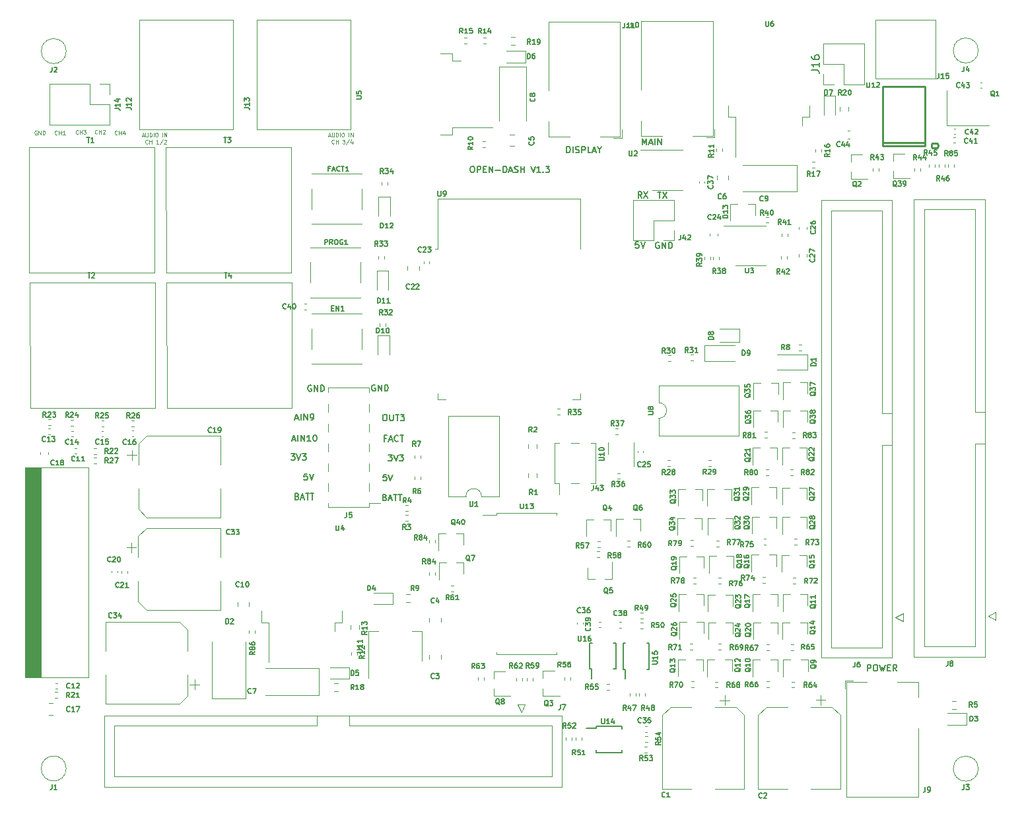
<source format=gbr>
G04 #@! TF.GenerationSoftware,KiCad,Pcbnew,5.1.7-a382d34a88~90~ubuntu20.04.1*
G04 #@! TF.CreationDate,2022-01-04T17:50:44-06:00*
G04 #@! TF.ProjectId,open-dash-daughterboard,6f70656e-2d64-4617-9368-2d6461756768,rev?*
G04 #@! TF.SameCoordinates,Original*
G04 #@! TF.FileFunction,Legend,Top*
G04 #@! TF.FilePolarity,Positive*
%FSLAX46Y46*%
G04 Gerber Fmt 4.6, Leading zero omitted, Abs format (unit mm)*
G04 Created by KiCad (PCBNEW 5.1.7-a382d34a88~90~ubuntu20.04.1) date 2022-01-04 17:50:44*
%MOMM*%
%LPD*%
G01*
G04 APERTURE LIST*
%ADD10C,0.150000*%
%ADD11C,0.125000*%
%ADD12C,0.120000*%
%ADD13C,0.254000*%
%ADD14C,0.100000*%
%ADD15C,0.162500*%
G04 APERTURE END LIST*
D10*
X196562380Y-124371904D02*
X196562380Y-123571904D01*
X196867142Y-123571904D01*
X196943333Y-123610000D01*
X196981428Y-123648095D01*
X197019523Y-123724285D01*
X197019523Y-123838571D01*
X196981428Y-123914761D01*
X196943333Y-123952857D01*
X196867142Y-123990952D01*
X196562380Y-123990952D01*
X197514761Y-123571904D02*
X197667142Y-123571904D01*
X197743333Y-123610000D01*
X197819523Y-123686190D01*
X197857619Y-123838571D01*
X197857619Y-124105238D01*
X197819523Y-124257619D01*
X197743333Y-124333809D01*
X197667142Y-124371904D01*
X197514761Y-124371904D01*
X197438571Y-124333809D01*
X197362380Y-124257619D01*
X197324285Y-124105238D01*
X197324285Y-123838571D01*
X197362380Y-123686190D01*
X197438571Y-123610000D01*
X197514761Y-123571904D01*
X198124285Y-123571904D02*
X198314761Y-124371904D01*
X198467142Y-123800476D01*
X198619523Y-124371904D01*
X198810000Y-123571904D01*
X199114761Y-123952857D02*
X199381428Y-123952857D01*
X199495714Y-124371904D02*
X199114761Y-124371904D01*
X199114761Y-123571904D01*
X199495714Y-123571904D01*
X200295714Y-124371904D02*
X200029047Y-123990952D01*
X199838571Y-124371904D02*
X199838571Y-123571904D01*
X200143333Y-123571904D01*
X200219523Y-123610000D01*
X200257619Y-123648095D01*
X200295714Y-123724285D01*
X200295714Y-123838571D01*
X200257619Y-123914761D01*
X200219523Y-123952857D01*
X200143333Y-123990952D01*
X199838571Y-123990952D01*
X167690952Y-56901904D02*
X167690952Y-56101904D01*
X167957619Y-56673333D01*
X168224285Y-56101904D01*
X168224285Y-56901904D01*
X168567142Y-56673333D02*
X168948095Y-56673333D01*
X168490952Y-56901904D02*
X168757619Y-56101904D01*
X169024285Y-56901904D01*
X169290952Y-56901904D02*
X169290952Y-56101904D01*
X169671904Y-56901904D02*
X169671904Y-56101904D01*
X170129047Y-56901904D01*
X170129047Y-56101904D01*
X157979523Y-57921904D02*
X157979523Y-57121904D01*
X158170000Y-57121904D01*
X158284285Y-57160000D01*
X158360476Y-57236190D01*
X158398571Y-57312380D01*
X158436666Y-57464761D01*
X158436666Y-57579047D01*
X158398571Y-57731428D01*
X158360476Y-57807619D01*
X158284285Y-57883809D01*
X158170000Y-57921904D01*
X157979523Y-57921904D01*
X158779523Y-57921904D02*
X158779523Y-57121904D01*
X159122380Y-57883809D02*
X159236666Y-57921904D01*
X159427142Y-57921904D01*
X159503333Y-57883809D01*
X159541428Y-57845714D01*
X159579523Y-57769523D01*
X159579523Y-57693333D01*
X159541428Y-57617142D01*
X159503333Y-57579047D01*
X159427142Y-57540952D01*
X159274761Y-57502857D01*
X159198571Y-57464761D01*
X159160476Y-57426666D01*
X159122380Y-57350476D01*
X159122380Y-57274285D01*
X159160476Y-57198095D01*
X159198571Y-57160000D01*
X159274761Y-57121904D01*
X159465238Y-57121904D01*
X159579523Y-57160000D01*
X159922380Y-57921904D02*
X159922380Y-57121904D01*
X160227142Y-57121904D01*
X160303333Y-57160000D01*
X160341428Y-57198095D01*
X160379523Y-57274285D01*
X160379523Y-57388571D01*
X160341428Y-57464761D01*
X160303333Y-57502857D01*
X160227142Y-57540952D01*
X159922380Y-57540952D01*
X161103333Y-57921904D02*
X160722380Y-57921904D01*
X160722380Y-57121904D01*
X161331904Y-57693333D02*
X161712857Y-57693333D01*
X161255714Y-57921904D02*
X161522380Y-57121904D01*
X161789047Y-57921904D01*
X162208095Y-57540952D02*
X162208095Y-57921904D01*
X161941428Y-57121904D02*
X162208095Y-57540952D01*
X162474761Y-57121904D01*
X167217619Y-69331904D02*
X166836666Y-69331904D01*
X166798571Y-69712857D01*
X166836666Y-69674761D01*
X166912857Y-69636666D01*
X167103333Y-69636666D01*
X167179523Y-69674761D01*
X167217619Y-69712857D01*
X167255714Y-69789047D01*
X167255714Y-69979523D01*
X167217619Y-70055714D01*
X167179523Y-70093809D01*
X167103333Y-70131904D01*
X166912857Y-70131904D01*
X166836666Y-70093809D01*
X166798571Y-70055714D01*
X167484285Y-69331904D02*
X167750952Y-70131904D01*
X168017619Y-69331904D01*
X169840476Y-69430000D02*
X169764285Y-69391904D01*
X169650000Y-69391904D01*
X169535714Y-69430000D01*
X169459523Y-69506190D01*
X169421428Y-69582380D01*
X169383333Y-69734761D01*
X169383333Y-69849047D01*
X169421428Y-70001428D01*
X169459523Y-70077619D01*
X169535714Y-70153809D01*
X169650000Y-70191904D01*
X169726190Y-70191904D01*
X169840476Y-70153809D01*
X169878571Y-70115714D01*
X169878571Y-69849047D01*
X169726190Y-69849047D01*
X170221428Y-70191904D02*
X170221428Y-69391904D01*
X170678571Y-70191904D01*
X170678571Y-69391904D01*
X171059523Y-70191904D02*
X171059523Y-69391904D01*
X171250000Y-69391904D01*
X171364285Y-69430000D01*
X171440476Y-69506190D01*
X171478571Y-69582380D01*
X171516666Y-69734761D01*
X171516666Y-69849047D01*
X171478571Y-70001428D01*
X171440476Y-70077619D01*
X171364285Y-70153809D01*
X171250000Y-70191904D01*
X171059523Y-70191904D01*
X169640476Y-62941904D02*
X170097619Y-62941904D01*
X169869047Y-63741904D02*
X169869047Y-62941904D01*
X170288095Y-62941904D02*
X170821428Y-63741904D01*
X170821428Y-62941904D02*
X170288095Y-63741904D01*
X167606666Y-63701904D02*
X167340000Y-63320952D01*
X167149523Y-63701904D02*
X167149523Y-62901904D01*
X167454285Y-62901904D01*
X167530476Y-62940000D01*
X167568571Y-62978095D01*
X167606666Y-63054285D01*
X167606666Y-63168571D01*
X167568571Y-63244761D01*
X167530476Y-63282857D01*
X167454285Y-63320952D01*
X167149523Y-63320952D01*
X167873333Y-62901904D02*
X168406666Y-63701904D01*
X168406666Y-62901904D02*
X167873333Y-63701904D01*
X122798095Y-94683333D02*
X123179047Y-94683333D01*
X122721904Y-94911904D02*
X122988571Y-94111904D01*
X123255238Y-94911904D01*
X123521904Y-94911904D02*
X123521904Y-94111904D01*
X123902857Y-94911904D02*
X123902857Y-94111904D01*
X124360000Y-94911904D01*
X124360000Y-94111904D01*
X125160000Y-94911904D02*
X124702857Y-94911904D01*
X124931428Y-94911904D02*
X124931428Y-94111904D01*
X124855238Y-94226190D01*
X124779047Y-94302380D01*
X124702857Y-94340476D01*
X125655238Y-94111904D02*
X125731428Y-94111904D01*
X125807619Y-94150000D01*
X125845714Y-94188095D01*
X125883809Y-94264285D01*
X125921904Y-94416666D01*
X125921904Y-94607142D01*
X125883809Y-94759523D01*
X125845714Y-94835714D01*
X125807619Y-94873809D01*
X125731428Y-94911904D01*
X125655238Y-94911904D01*
X125579047Y-94873809D01*
X125540952Y-94835714D01*
X125502857Y-94759523D01*
X125464761Y-94607142D01*
X125464761Y-94416666D01*
X125502857Y-94264285D01*
X125540952Y-94188095D01*
X125579047Y-94150000D01*
X125655238Y-94111904D01*
X124717619Y-99091904D02*
X124336666Y-99091904D01*
X124298571Y-99472857D01*
X124336666Y-99434761D01*
X124412857Y-99396666D01*
X124603333Y-99396666D01*
X124679523Y-99434761D01*
X124717619Y-99472857D01*
X124755714Y-99549047D01*
X124755714Y-99739523D01*
X124717619Y-99815714D01*
X124679523Y-99853809D01*
X124603333Y-99891904D01*
X124412857Y-99891904D01*
X124336666Y-99853809D01*
X124298571Y-99815714D01*
X124984285Y-99091904D02*
X125250952Y-99891904D01*
X125517619Y-99091904D01*
X123394761Y-101992857D02*
X123509047Y-102030952D01*
X123547142Y-102069047D01*
X123585238Y-102145238D01*
X123585238Y-102259523D01*
X123547142Y-102335714D01*
X123509047Y-102373809D01*
X123432857Y-102411904D01*
X123128095Y-102411904D01*
X123128095Y-101611904D01*
X123394761Y-101611904D01*
X123470952Y-101650000D01*
X123509047Y-101688095D01*
X123547142Y-101764285D01*
X123547142Y-101840476D01*
X123509047Y-101916666D01*
X123470952Y-101954761D01*
X123394761Y-101992857D01*
X123128095Y-101992857D01*
X123890000Y-102183333D02*
X124270952Y-102183333D01*
X123813809Y-102411904D02*
X124080476Y-101611904D01*
X124347142Y-102411904D01*
X124499523Y-101611904D02*
X124956666Y-101611904D01*
X124728095Y-102411904D02*
X124728095Y-101611904D01*
X125109047Y-101611904D02*
X125566190Y-101611904D01*
X125337619Y-102411904D02*
X125337619Y-101611904D01*
X134674761Y-102092857D02*
X134789047Y-102130952D01*
X134827142Y-102169047D01*
X134865238Y-102245238D01*
X134865238Y-102359523D01*
X134827142Y-102435714D01*
X134789047Y-102473809D01*
X134712857Y-102511904D01*
X134408095Y-102511904D01*
X134408095Y-101711904D01*
X134674761Y-101711904D01*
X134750952Y-101750000D01*
X134789047Y-101788095D01*
X134827142Y-101864285D01*
X134827142Y-101940476D01*
X134789047Y-102016666D01*
X134750952Y-102054761D01*
X134674761Y-102092857D01*
X134408095Y-102092857D01*
X135170000Y-102283333D02*
X135550952Y-102283333D01*
X135093809Y-102511904D02*
X135360476Y-101711904D01*
X135627142Y-102511904D01*
X135779523Y-101711904D02*
X136236666Y-101711904D01*
X136008095Y-102511904D02*
X136008095Y-101711904D01*
X136389047Y-101711904D02*
X136846190Y-101711904D01*
X136617619Y-102511904D02*
X136617619Y-101711904D01*
X134847619Y-99171904D02*
X134466666Y-99171904D01*
X134428571Y-99552857D01*
X134466666Y-99514761D01*
X134542857Y-99476666D01*
X134733333Y-99476666D01*
X134809523Y-99514761D01*
X134847619Y-99552857D01*
X134885714Y-99629047D01*
X134885714Y-99819523D01*
X134847619Y-99895714D01*
X134809523Y-99933809D01*
X134733333Y-99971904D01*
X134542857Y-99971904D01*
X134466666Y-99933809D01*
X134428571Y-99895714D01*
X135114285Y-99171904D02*
X135380952Y-99971904D01*
X135647619Y-99171904D01*
X134826666Y-94532857D02*
X134560000Y-94532857D01*
X134560000Y-94951904D02*
X134560000Y-94151904D01*
X134940952Y-94151904D01*
X135207619Y-94723333D02*
X135588571Y-94723333D01*
X135131428Y-94951904D02*
X135398095Y-94151904D01*
X135664761Y-94951904D01*
X136388571Y-94875714D02*
X136350476Y-94913809D01*
X136236190Y-94951904D01*
X136160000Y-94951904D01*
X136045714Y-94913809D01*
X135969523Y-94837619D01*
X135931428Y-94761428D01*
X135893333Y-94609047D01*
X135893333Y-94494761D01*
X135931428Y-94342380D01*
X135969523Y-94266190D01*
X136045714Y-94190000D01*
X136160000Y-94151904D01*
X136236190Y-94151904D01*
X136350476Y-94190000D01*
X136388571Y-94228095D01*
X136617142Y-94151904D02*
X137074285Y-94151904D01*
X136845714Y-94951904D02*
X136845714Y-94151904D01*
X134609047Y-91471904D02*
X134761428Y-91471904D01*
X134837619Y-91510000D01*
X134913809Y-91586190D01*
X134951904Y-91738571D01*
X134951904Y-92005238D01*
X134913809Y-92157619D01*
X134837619Y-92233809D01*
X134761428Y-92271904D01*
X134609047Y-92271904D01*
X134532857Y-92233809D01*
X134456666Y-92157619D01*
X134418571Y-92005238D01*
X134418571Y-91738571D01*
X134456666Y-91586190D01*
X134532857Y-91510000D01*
X134609047Y-91471904D01*
X135294761Y-91471904D02*
X135294761Y-92119523D01*
X135332857Y-92195714D01*
X135370952Y-92233809D01*
X135447142Y-92271904D01*
X135599523Y-92271904D01*
X135675714Y-92233809D01*
X135713809Y-92195714D01*
X135751904Y-92119523D01*
X135751904Y-91471904D01*
X136018571Y-91471904D02*
X136475714Y-91471904D01*
X136247142Y-92271904D02*
X136247142Y-91471904D01*
X136666190Y-91471904D02*
X137161428Y-91471904D01*
X136894761Y-91776666D01*
X137009047Y-91776666D01*
X137085238Y-91814761D01*
X137123333Y-91852857D01*
X137161428Y-91929047D01*
X137161428Y-92119523D01*
X137123333Y-92195714D01*
X137085238Y-92233809D01*
X137009047Y-92271904D01*
X136780476Y-92271904D01*
X136704285Y-92233809D01*
X136666190Y-92195714D01*
X123169047Y-91973333D02*
X123550000Y-91973333D01*
X123092857Y-92201904D02*
X123359523Y-91401904D01*
X123626190Y-92201904D01*
X123892857Y-92201904D02*
X123892857Y-91401904D01*
X124273809Y-92201904D02*
X124273809Y-91401904D01*
X124730952Y-92201904D01*
X124730952Y-91401904D01*
X125150000Y-92201904D02*
X125302380Y-92201904D01*
X125378571Y-92163809D01*
X125416666Y-92125714D01*
X125492857Y-92011428D01*
X125530952Y-91859047D01*
X125530952Y-91554285D01*
X125492857Y-91478095D01*
X125454761Y-91440000D01*
X125378571Y-91401904D01*
X125226190Y-91401904D01*
X125150000Y-91440000D01*
X125111904Y-91478095D01*
X125073809Y-91554285D01*
X125073809Y-91744761D01*
X125111904Y-91820952D01*
X125150000Y-91859047D01*
X125226190Y-91897142D01*
X125378571Y-91897142D01*
X125454761Y-91859047D01*
X125492857Y-91820952D01*
X125530952Y-91744761D01*
X133410476Y-87690000D02*
X133334285Y-87651904D01*
X133220000Y-87651904D01*
X133105714Y-87690000D01*
X133029523Y-87766190D01*
X132991428Y-87842380D01*
X132953333Y-87994761D01*
X132953333Y-88109047D01*
X132991428Y-88261428D01*
X133029523Y-88337619D01*
X133105714Y-88413809D01*
X133220000Y-88451904D01*
X133296190Y-88451904D01*
X133410476Y-88413809D01*
X133448571Y-88375714D01*
X133448571Y-88109047D01*
X133296190Y-88109047D01*
X133791428Y-88451904D02*
X133791428Y-87651904D01*
X134248571Y-88451904D01*
X134248571Y-87651904D01*
X134629523Y-88451904D02*
X134629523Y-87651904D01*
X134820000Y-87651904D01*
X134934285Y-87690000D01*
X135010476Y-87766190D01*
X135048571Y-87842380D01*
X135086666Y-87994761D01*
X135086666Y-88109047D01*
X135048571Y-88261428D01*
X135010476Y-88337619D01*
X134934285Y-88413809D01*
X134820000Y-88451904D01*
X134629523Y-88451904D01*
X125230476Y-87750000D02*
X125154285Y-87711904D01*
X125040000Y-87711904D01*
X124925714Y-87750000D01*
X124849523Y-87826190D01*
X124811428Y-87902380D01*
X124773333Y-88054761D01*
X124773333Y-88169047D01*
X124811428Y-88321428D01*
X124849523Y-88397619D01*
X124925714Y-88473809D01*
X125040000Y-88511904D01*
X125116190Y-88511904D01*
X125230476Y-88473809D01*
X125268571Y-88435714D01*
X125268571Y-88169047D01*
X125116190Y-88169047D01*
X125611428Y-88511904D02*
X125611428Y-87711904D01*
X126068571Y-88511904D01*
X126068571Y-87711904D01*
X126449523Y-88511904D02*
X126449523Y-87711904D01*
X126640000Y-87711904D01*
X126754285Y-87750000D01*
X126830476Y-87826190D01*
X126868571Y-87902380D01*
X126906666Y-88054761D01*
X126906666Y-88169047D01*
X126868571Y-88321428D01*
X126830476Y-88397619D01*
X126754285Y-88473809D01*
X126640000Y-88511904D01*
X126449523Y-88511904D01*
X135079523Y-96621904D02*
X135574761Y-96621904D01*
X135308095Y-96926666D01*
X135422380Y-96926666D01*
X135498571Y-96964761D01*
X135536666Y-97002857D01*
X135574761Y-97079047D01*
X135574761Y-97269523D01*
X135536666Y-97345714D01*
X135498571Y-97383809D01*
X135422380Y-97421904D01*
X135193809Y-97421904D01*
X135117619Y-97383809D01*
X135079523Y-97345714D01*
X135803333Y-96621904D02*
X136070000Y-97421904D01*
X136336666Y-96621904D01*
X136527142Y-96621904D02*
X137022380Y-96621904D01*
X136755714Y-96926666D01*
X136870000Y-96926666D01*
X136946190Y-96964761D01*
X136984285Y-97002857D01*
X137022380Y-97079047D01*
X137022380Y-97269523D01*
X136984285Y-97345714D01*
X136946190Y-97383809D01*
X136870000Y-97421904D01*
X136641428Y-97421904D01*
X136565238Y-97383809D01*
X136527142Y-97345714D01*
X122619523Y-96521904D02*
X123114761Y-96521904D01*
X122848095Y-96826666D01*
X122962380Y-96826666D01*
X123038571Y-96864761D01*
X123076666Y-96902857D01*
X123114761Y-96979047D01*
X123114761Y-97169523D01*
X123076666Y-97245714D01*
X123038571Y-97283809D01*
X122962380Y-97321904D01*
X122733809Y-97321904D01*
X122657619Y-97283809D01*
X122619523Y-97245714D01*
X123343333Y-96521904D02*
X123610000Y-97321904D01*
X123876666Y-96521904D01*
X124067142Y-96521904D02*
X124562380Y-96521904D01*
X124295714Y-96826666D01*
X124410000Y-96826666D01*
X124486190Y-96864761D01*
X124524285Y-96902857D01*
X124562380Y-96979047D01*
X124562380Y-97169523D01*
X124524285Y-97245714D01*
X124486190Y-97283809D01*
X124410000Y-97321904D01*
X124181428Y-97321904D01*
X124105238Y-97283809D01*
X124067142Y-97245714D01*
X145804761Y-59641904D02*
X145957142Y-59641904D01*
X146033333Y-59680000D01*
X146109523Y-59756190D01*
X146147619Y-59908571D01*
X146147619Y-60175238D01*
X146109523Y-60327619D01*
X146033333Y-60403809D01*
X145957142Y-60441904D01*
X145804761Y-60441904D01*
X145728571Y-60403809D01*
X145652380Y-60327619D01*
X145614285Y-60175238D01*
X145614285Y-59908571D01*
X145652380Y-59756190D01*
X145728571Y-59680000D01*
X145804761Y-59641904D01*
X146490476Y-60441904D02*
X146490476Y-59641904D01*
X146795238Y-59641904D01*
X146871428Y-59680000D01*
X146909523Y-59718095D01*
X146947619Y-59794285D01*
X146947619Y-59908571D01*
X146909523Y-59984761D01*
X146871428Y-60022857D01*
X146795238Y-60060952D01*
X146490476Y-60060952D01*
X147290476Y-60022857D02*
X147557142Y-60022857D01*
X147671428Y-60441904D02*
X147290476Y-60441904D01*
X147290476Y-59641904D01*
X147671428Y-59641904D01*
X148014285Y-60441904D02*
X148014285Y-59641904D01*
X148471428Y-60441904D01*
X148471428Y-59641904D01*
X148852380Y-60137142D02*
X149461904Y-60137142D01*
X149842857Y-60441904D02*
X149842857Y-59641904D01*
X150033333Y-59641904D01*
X150147619Y-59680000D01*
X150223809Y-59756190D01*
X150261904Y-59832380D01*
X150300000Y-59984761D01*
X150300000Y-60099047D01*
X150261904Y-60251428D01*
X150223809Y-60327619D01*
X150147619Y-60403809D01*
X150033333Y-60441904D01*
X149842857Y-60441904D01*
X150604761Y-60213333D02*
X150985714Y-60213333D01*
X150528571Y-60441904D02*
X150795238Y-59641904D01*
X151061904Y-60441904D01*
X151290476Y-60403809D02*
X151404761Y-60441904D01*
X151595238Y-60441904D01*
X151671428Y-60403809D01*
X151709523Y-60365714D01*
X151747619Y-60289523D01*
X151747619Y-60213333D01*
X151709523Y-60137142D01*
X151671428Y-60099047D01*
X151595238Y-60060952D01*
X151442857Y-60022857D01*
X151366666Y-59984761D01*
X151328571Y-59946666D01*
X151290476Y-59870476D01*
X151290476Y-59794285D01*
X151328571Y-59718095D01*
X151366666Y-59680000D01*
X151442857Y-59641904D01*
X151633333Y-59641904D01*
X151747619Y-59680000D01*
X152090476Y-60441904D02*
X152090476Y-59641904D01*
X152090476Y-60022857D02*
X152547619Y-60022857D01*
X152547619Y-60441904D02*
X152547619Y-59641904D01*
X153423809Y-59641904D02*
X153690476Y-60441904D01*
X153957142Y-59641904D01*
X154642857Y-60441904D02*
X154185714Y-60441904D01*
X154414285Y-60441904D02*
X154414285Y-59641904D01*
X154338095Y-59756190D01*
X154261904Y-59832380D01*
X154185714Y-59870476D01*
X154985714Y-60365714D02*
X155023809Y-60403809D01*
X154985714Y-60441904D01*
X154947619Y-60403809D01*
X154985714Y-60365714D01*
X154985714Y-60441904D01*
X155290476Y-59641904D02*
X155785714Y-59641904D01*
X155519047Y-59946666D01*
X155633333Y-59946666D01*
X155709523Y-59984761D01*
X155747619Y-60022857D01*
X155785714Y-60099047D01*
X155785714Y-60289523D01*
X155747619Y-60365714D01*
X155709523Y-60403809D01*
X155633333Y-60441904D01*
X155404761Y-60441904D01*
X155328571Y-60403809D01*
X155290476Y-60365714D01*
D11*
X90019047Y-55110000D02*
X89971428Y-55086190D01*
X89900000Y-55086190D01*
X89828571Y-55110000D01*
X89780952Y-55157619D01*
X89757142Y-55205238D01*
X89733333Y-55300476D01*
X89733333Y-55371904D01*
X89757142Y-55467142D01*
X89780952Y-55514761D01*
X89828571Y-55562380D01*
X89900000Y-55586190D01*
X89947619Y-55586190D01*
X90019047Y-55562380D01*
X90042857Y-55538571D01*
X90042857Y-55371904D01*
X89947619Y-55371904D01*
X90257142Y-55586190D02*
X90257142Y-55086190D01*
X90542857Y-55586190D01*
X90542857Y-55086190D01*
X90780952Y-55586190D02*
X90780952Y-55086190D01*
X90900000Y-55086190D01*
X90971428Y-55110000D01*
X91019047Y-55157619D01*
X91042857Y-55205238D01*
X91066666Y-55300476D01*
X91066666Y-55371904D01*
X91042857Y-55467142D01*
X91019047Y-55514761D01*
X90971428Y-55562380D01*
X90900000Y-55586190D01*
X90780952Y-55586190D01*
X100354761Y-55538571D02*
X100330952Y-55562380D01*
X100259523Y-55586190D01*
X100211904Y-55586190D01*
X100140476Y-55562380D01*
X100092857Y-55514761D01*
X100069047Y-55467142D01*
X100045238Y-55371904D01*
X100045238Y-55300476D01*
X100069047Y-55205238D01*
X100092857Y-55157619D01*
X100140476Y-55110000D01*
X100211904Y-55086190D01*
X100259523Y-55086190D01*
X100330952Y-55110000D01*
X100354761Y-55133809D01*
X100569047Y-55586190D02*
X100569047Y-55086190D01*
X100569047Y-55324285D02*
X100854761Y-55324285D01*
X100854761Y-55586190D02*
X100854761Y-55086190D01*
X101307142Y-55252857D02*
X101307142Y-55586190D01*
X101188095Y-55062380D02*
X101069047Y-55419523D01*
X101378571Y-55419523D01*
X95314761Y-55468571D02*
X95290952Y-55492380D01*
X95219523Y-55516190D01*
X95171904Y-55516190D01*
X95100476Y-55492380D01*
X95052857Y-55444761D01*
X95029047Y-55397142D01*
X95005238Y-55301904D01*
X95005238Y-55230476D01*
X95029047Y-55135238D01*
X95052857Y-55087619D01*
X95100476Y-55040000D01*
X95171904Y-55016190D01*
X95219523Y-55016190D01*
X95290952Y-55040000D01*
X95314761Y-55063809D01*
X95529047Y-55516190D02*
X95529047Y-55016190D01*
X95529047Y-55254285D02*
X95814761Y-55254285D01*
X95814761Y-55516190D02*
X95814761Y-55016190D01*
X96005238Y-55016190D02*
X96314761Y-55016190D01*
X96148095Y-55206666D01*
X96219523Y-55206666D01*
X96267142Y-55230476D01*
X96290952Y-55254285D01*
X96314761Y-55301904D01*
X96314761Y-55420952D01*
X96290952Y-55468571D01*
X96267142Y-55492380D01*
X96219523Y-55516190D01*
X96076666Y-55516190D01*
X96029047Y-55492380D01*
X96005238Y-55468571D01*
X97794761Y-55428571D02*
X97770952Y-55452380D01*
X97699523Y-55476190D01*
X97651904Y-55476190D01*
X97580476Y-55452380D01*
X97532857Y-55404761D01*
X97509047Y-55357142D01*
X97485238Y-55261904D01*
X97485238Y-55190476D01*
X97509047Y-55095238D01*
X97532857Y-55047619D01*
X97580476Y-55000000D01*
X97651904Y-54976190D01*
X97699523Y-54976190D01*
X97770952Y-55000000D01*
X97794761Y-55023809D01*
X98009047Y-55476190D02*
X98009047Y-54976190D01*
X98009047Y-55214285D02*
X98294761Y-55214285D01*
X98294761Y-55476190D02*
X98294761Y-54976190D01*
X98509047Y-55023809D02*
X98532857Y-55000000D01*
X98580476Y-54976190D01*
X98699523Y-54976190D01*
X98747142Y-55000000D01*
X98770952Y-55023809D01*
X98794761Y-55071428D01*
X98794761Y-55119047D01*
X98770952Y-55190476D01*
X98485238Y-55476190D01*
X98794761Y-55476190D01*
X92654761Y-55538571D02*
X92630952Y-55562380D01*
X92559523Y-55586190D01*
X92511904Y-55586190D01*
X92440476Y-55562380D01*
X92392857Y-55514761D01*
X92369047Y-55467142D01*
X92345238Y-55371904D01*
X92345238Y-55300476D01*
X92369047Y-55205238D01*
X92392857Y-55157619D01*
X92440476Y-55110000D01*
X92511904Y-55086190D01*
X92559523Y-55086190D01*
X92630952Y-55110000D01*
X92654761Y-55133809D01*
X92869047Y-55586190D02*
X92869047Y-55086190D01*
X92869047Y-55324285D02*
X93154761Y-55324285D01*
X93154761Y-55586190D02*
X93154761Y-55086190D01*
X93654761Y-55586190D02*
X93369047Y-55586190D01*
X93511904Y-55586190D02*
X93511904Y-55086190D01*
X93464285Y-55157619D01*
X93416666Y-55205238D01*
X93369047Y-55229047D01*
X127426190Y-55725833D02*
X127664285Y-55725833D01*
X127378571Y-55868690D02*
X127545238Y-55368690D01*
X127711904Y-55868690D01*
X127878571Y-55368690D02*
X127878571Y-55773452D01*
X127902380Y-55821071D01*
X127926190Y-55844880D01*
X127973809Y-55868690D01*
X128069047Y-55868690D01*
X128116666Y-55844880D01*
X128140476Y-55821071D01*
X128164285Y-55773452D01*
X128164285Y-55368690D01*
X128402380Y-55868690D02*
X128402380Y-55368690D01*
X128521428Y-55368690D01*
X128592857Y-55392500D01*
X128640476Y-55440119D01*
X128664285Y-55487738D01*
X128688095Y-55582976D01*
X128688095Y-55654404D01*
X128664285Y-55749642D01*
X128640476Y-55797261D01*
X128592857Y-55844880D01*
X128521428Y-55868690D01*
X128402380Y-55868690D01*
X128902380Y-55868690D02*
X128902380Y-55368690D01*
X129235714Y-55368690D02*
X129330952Y-55368690D01*
X129378571Y-55392500D01*
X129426190Y-55440119D01*
X129450000Y-55535357D01*
X129450000Y-55702023D01*
X129426190Y-55797261D01*
X129378571Y-55844880D01*
X129330952Y-55868690D01*
X129235714Y-55868690D01*
X129188095Y-55844880D01*
X129140476Y-55797261D01*
X129116666Y-55702023D01*
X129116666Y-55535357D01*
X129140476Y-55440119D01*
X129188095Y-55392500D01*
X129235714Y-55368690D01*
X130045238Y-55868690D02*
X130045238Y-55368690D01*
X130283333Y-55868690D02*
X130283333Y-55368690D01*
X130569047Y-55868690D01*
X130569047Y-55368690D01*
X128164285Y-56696071D02*
X128140476Y-56719880D01*
X128069047Y-56743690D01*
X128021428Y-56743690D01*
X127950000Y-56719880D01*
X127902380Y-56672261D01*
X127878571Y-56624642D01*
X127854761Y-56529404D01*
X127854761Y-56457976D01*
X127878571Y-56362738D01*
X127902380Y-56315119D01*
X127950000Y-56267500D01*
X128021428Y-56243690D01*
X128069047Y-56243690D01*
X128140476Y-56267500D01*
X128164285Y-56291309D01*
X128378571Y-56743690D02*
X128378571Y-56243690D01*
X128378571Y-56481785D02*
X128664285Y-56481785D01*
X128664285Y-56743690D02*
X128664285Y-56243690D01*
X129235714Y-56243690D02*
X129545238Y-56243690D01*
X129378571Y-56434166D01*
X129450000Y-56434166D01*
X129497619Y-56457976D01*
X129521428Y-56481785D01*
X129545238Y-56529404D01*
X129545238Y-56648452D01*
X129521428Y-56696071D01*
X129497619Y-56719880D01*
X129450000Y-56743690D01*
X129307142Y-56743690D01*
X129259523Y-56719880D01*
X129235714Y-56696071D01*
X130116666Y-56219880D02*
X129688095Y-56862738D01*
X130497619Y-56410357D02*
X130497619Y-56743690D01*
X130378571Y-56219880D02*
X130259523Y-56577023D01*
X130569047Y-56577023D01*
X103526190Y-55725833D02*
X103764285Y-55725833D01*
X103478571Y-55868690D02*
X103645238Y-55368690D01*
X103811904Y-55868690D01*
X103978571Y-55368690D02*
X103978571Y-55773452D01*
X104002380Y-55821071D01*
X104026190Y-55844880D01*
X104073809Y-55868690D01*
X104169047Y-55868690D01*
X104216666Y-55844880D01*
X104240476Y-55821071D01*
X104264285Y-55773452D01*
X104264285Y-55368690D01*
X104502380Y-55868690D02*
X104502380Y-55368690D01*
X104621428Y-55368690D01*
X104692857Y-55392500D01*
X104740476Y-55440119D01*
X104764285Y-55487738D01*
X104788095Y-55582976D01*
X104788095Y-55654404D01*
X104764285Y-55749642D01*
X104740476Y-55797261D01*
X104692857Y-55844880D01*
X104621428Y-55868690D01*
X104502380Y-55868690D01*
X105002380Y-55868690D02*
X105002380Y-55368690D01*
X105335714Y-55368690D02*
X105430952Y-55368690D01*
X105478571Y-55392500D01*
X105526190Y-55440119D01*
X105550000Y-55535357D01*
X105550000Y-55702023D01*
X105526190Y-55797261D01*
X105478571Y-55844880D01*
X105430952Y-55868690D01*
X105335714Y-55868690D01*
X105288095Y-55844880D01*
X105240476Y-55797261D01*
X105216666Y-55702023D01*
X105216666Y-55535357D01*
X105240476Y-55440119D01*
X105288095Y-55392500D01*
X105335714Y-55368690D01*
X106145238Y-55868690D02*
X106145238Y-55368690D01*
X106383333Y-55868690D02*
X106383333Y-55368690D01*
X106669047Y-55868690D01*
X106669047Y-55368690D01*
X104264285Y-56696071D02*
X104240476Y-56719880D01*
X104169047Y-56743690D01*
X104121428Y-56743690D01*
X104050000Y-56719880D01*
X104002380Y-56672261D01*
X103978571Y-56624642D01*
X103954761Y-56529404D01*
X103954761Y-56457976D01*
X103978571Y-56362738D01*
X104002380Y-56315119D01*
X104050000Y-56267500D01*
X104121428Y-56243690D01*
X104169047Y-56243690D01*
X104240476Y-56267500D01*
X104264285Y-56291309D01*
X104478571Y-56743690D02*
X104478571Y-56243690D01*
X104478571Y-56481785D02*
X104764285Y-56481785D01*
X104764285Y-56743690D02*
X104764285Y-56243690D01*
X105645238Y-56743690D02*
X105359523Y-56743690D01*
X105502380Y-56743690D02*
X105502380Y-56243690D01*
X105454761Y-56315119D01*
X105407142Y-56362738D01*
X105359523Y-56386547D01*
X106216666Y-56219880D02*
X105788095Y-56862738D01*
X106359523Y-56291309D02*
X106383333Y-56267500D01*
X106430952Y-56243690D01*
X106550000Y-56243690D01*
X106597619Y-56267500D01*
X106621428Y-56291309D01*
X106645238Y-56338928D01*
X106645238Y-56386547D01*
X106621428Y-56457976D01*
X106335714Y-56743690D01*
X106645238Y-56743690D01*
D12*
X196120000Y-49130000D02*
X196120000Y-43930000D01*
X193520000Y-49130000D02*
X196120000Y-49130000D01*
X190920000Y-43930000D02*
X196120000Y-43930000D01*
X193520000Y-49130000D02*
X193520000Y-46530000D01*
X193520000Y-46530000D02*
X190920000Y-46530000D01*
X190920000Y-46530000D02*
X190920000Y-43930000D01*
X192250000Y-49130000D02*
X190920000Y-49130000D01*
X190920000Y-49130000D02*
X190920000Y-47800000D01*
X205180000Y-59417379D02*
X205180000Y-59752621D01*
X204420000Y-59417379D02*
X204420000Y-59752621D01*
X140320000Y-107895121D02*
X140320000Y-107559879D01*
X141080000Y-107895121D02*
X141080000Y-107559879D01*
X144730000Y-106740000D02*
X143800000Y-106740000D01*
X141570000Y-106740000D02*
X142500000Y-106740000D01*
X141570000Y-106740000D02*
X141570000Y-108900000D01*
X144730000Y-106740000D02*
X144730000Y-108200000D01*
X124384165Y-78030000D02*
X124615835Y-78030000D01*
X124384165Y-77310000D02*
X124615835Y-77310000D01*
X118280200Y-40880100D02*
X118280200Y-54888200D01*
X118280200Y-54888200D02*
X130281700Y-54888200D01*
X130281700Y-54888200D02*
X130281700Y-40880100D01*
X130281700Y-40880100D02*
X118280200Y-40880100D01*
X91645000Y-49120000D02*
X91645000Y-54320000D01*
X96785000Y-49120000D02*
X91645000Y-49120000D01*
X99385000Y-54320000D02*
X91645000Y-54320000D01*
X96785000Y-49120000D02*
X96785000Y-51720000D01*
X96785000Y-51720000D02*
X99385000Y-51720000D01*
X99385000Y-51720000D02*
X99385000Y-54320000D01*
X98055000Y-49120000D02*
X99385000Y-49120000D01*
X99385000Y-49120000D02*
X99385000Y-50450000D01*
D13*
X198479500Y-56619000D02*
X203940500Y-56619000D01*
X198479500Y-49380000D02*
X198479500Y-57000000D01*
X203940500Y-57000000D02*
X203940500Y-49380000D01*
X198479500Y-49380000D02*
X203940500Y-49380000D01*
X203940500Y-57000000D02*
X198479500Y-57000000D01*
D12*
X181575001Y-72400001D02*
X183525001Y-72400001D01*
X181575001Y-72400001D02*
X179625001Y-72400001D01*
X181575001Y-67280001D02*
X183525001Y-67280001D01*
X181575001Y-67280001D02*
X178125001Y-67280001D01*
X170870000Y-62670000D02*
X172820000Y-62670000D01*
X170870000Y-62670000D02*
X168920000Y-62670000D01*
X170870000Y-57550000D02*
X172820000Y-57550000D01*
X170870000Y-57550000D02*
X167420000Y-57550000D01*
X118030000Y-119204879D02*
X118030000Y-119540121D01*
X117270000Y-119204879D02*
X117270000Y-119540121D01*
X207650000Y-59392379D02*
X207650000Y-59727621D01*
X206890000Y-59392379D02*
X206890000Y-59727621D01*
X186907379Y-93745000D02*
X187242621Y-93745000D01*
X186907379Y-94505000D02*
X187242621Y-94505000D01*
X186632379Y-98495000D02*
X186967621Y-98495000D01*
X186632379Y-99255000D02*
X186967621Y-99255000D01*
X183329879Y-93670000D02*
X183665121Y-93670000D01*
X183329879Y-94430000D02*
X183665121Y-94430000D01*
X183892621Y-99280000D02*
X183557379Y-99280000D01*
X183892621Y-98520000D02*
X183557379Y-98520000D01*
X174187621Y-108370000D02*
X173852379Y-108370000D01*
X174187621Y-107610000D02*
X173852379Y-107610000D01*
X174520121Y-113180000D02*
X174184879Y-113180000D01*
X174520121Y-112420000D02*
X174184879Y-112420000D01*
X177152379Y-107685000D02*
X177487621Y-107685000D01*
X177152379Y-108445000D02*
X177487621Y-108445000D01*
X177407379Y-112420000D02*
X177742621Y-112420000D01*
X177407379Y-113180000D02*
X177742621Y-113180000D01*
X183565121Y-108180000D02*
X183229879Y-108180000D01*
X183565121Y-107420000D02*
X183229879Y-107420000D01*
X183129879Y-112345000D02*
X183465121Y-112345000D01*
X183129879Y-113105000D02*
X183465121Y-113105000D01*
X187157379Y-107445000D02*
X187492621Y-107445000D01*
X187157379Y-108205000D02*
X187492621Y-108205000D01*
X187367621Y-113155000D02*
X187032379Y-113155000D01*
X187367621Y-112395000D02*
X187032379Y-112395000D01*
X174115121Y-121630000D02*
X173779879Y-121630000D01*
X174115121Y-120870000D02*
X173779879Y-120870000D01*
X173979879Y-125695000D02*
X174315121Y-125695000D01*
X173979879Y-126455000D02*
X174315121Y-126455000D01*
X177454879Y-120895000D02*
X177790121Y-120895000D01*
X177454879Y-121655000D02*
X177790121Y-121655000D01*
X177370121Y-126505000D02*
X177034879Y-126505000D01*
X177370121Y-125745000D02*
X177034879Y-125745000D01*
X183634879Y-120970000D02*
X183970121Y-120970000D01*
X183634879Y-121730000D02*
X183970121Y-121730000D01*
X183945121Y-126480000D02*
X183609879Y-126480000D01*
X183945121Y-125720000D02*
X183609879Y-125720000D01*
X187042621Y-121705000D02*
X186707379Y-121705000D01*
X187042621Y-120945000D02*
X186707379Y-120945000D01*
X186829879Y-125745000D02*
X187165121Y-125745000D01*
X186829879Y-126505000D02*
X187165121Y-126505000D01*
X166045121Y-108405000D02*
X165709879Y-108405000D01*
X166045121Y-107645000D02*
X165709879Y-107645000D01*
X161882379Y-108995000D02*
X162217621Y-108995000D01*
X161882379Y-109755000D02*
X162217621Y-109755000D01*
X162267621Y-108480000D02*
X161932379Y-108480000D01*
X162267621Y-107720000D02*
X161932379Y-107720000D01*
X206430000Y-59402379D02*
X206430000Y-59737621D01*
X205670000Y-59402379D02*
X205670000Y-59737621D01*
X202560000Y-60287621D02*
X202560000Y-59952379D01*
X203320000Y-60287621D02*
X203320000Y-59952379D01*
X197270000Y-60257621D02*
X197270000Y-59922379D01*
X198030000Y-60257621D02*
X198030000Y-59922379D01*
X185500000Y-71547621D02*
X185500000Y-71212379D01*
X186260000Y-71547621D02*
X186260000Y-71212379D01*
X186320000Y-68324879D02*
X186320000Y-68660121D01*
X185560000Y-68324879D02*
X185560000Y-68660121D01*
X183544879Y-66140000D02*
X183880121Y-66140000D01*
X183544879Y-66900000D02*
X183880121Y-66900000D01*
X176370000Y-71224879D02*
X176370000Y-71560121D01*
X175610000Y-71224879D02*
X175610000Y-71560121D01*
X177520000Y-71259879D02*
X177520000Y-71595121D01*
X176760000Y-71259879D02*
X176760000Y-71595121D01*
X173849879Y-83820000D02*
X174185121Y-83820000D01*
X173849879Y-84580000D02*
X174185121Y-84580000D01*
X171297621Y-84610000D02*
X170962379Y-84610000D01*
X171297621Y-83850000D02*
X170962379Y-83850000D01*
X176467621Y-98060000D02*
X176132379Y-98060000D01*
X176467621Y-97300000D02*
X176132379Y-97300000D01*
X171217621Y-98090000D02*
X170882379Y-98090000D01*
X171217621Y-97330000D02*
X170882379Y-97330000D01*
X189792621Y-59855000D02*
X189457379Y-59855000D01*
X189792621Y-59095000D02*
X189457379Y-59095000D01*
X190630000Y-57454879D02*
X190630000Y-57790121D01*
X189870000Y-57454879D02*
X189870000Y-57790121D01*
X177905000Y-57407379D02*
X177905000Y-57742621D01*
X177145000Y-57407379D02*
X177145000Y-57742621D01*
X187732379Y-82560000D02*
X188067621Y-82560000D01*
X187732379Y-83320000D02*
X188067621Y-83320000D01*
X199854999Y-58019999D02*
X199854999Y-58949999D01*
X199854999Y-61179999D02*
X199854999Y-60249999D01*
X199854999Y-61179999D02*
X202014999Y-61179999D01*
X199854999Y-58019999D02*
X201314999Y-58019999D01*
X188880000Y-90965000D02*
X187950000Y-90965000D01*
X185720000Y-90965000D02*
X186650000Y-90965000D01*
X185720000Y-90965000D02*
X185720000Y-93125000D01*
X188880000Y-90965000D02*
X188880000Y-92425000D01*
X188880000Y-87365000D02*
X187950000Y-87365000D01*
X185720000Y-87365000D02*
X186650000Y-87365000D01*
X185720000Y-87365000D02*
X185720000Y-89525000D01*
X188880000Y-87365000D02*
X188880000Y-88825000D01*
X185080000Y-90965000D02*
X184150000Y-90965000D01*
X181920000Y-90965000D02*
X182850000Y-90965000D01*
X181920000Y-90965000D02*
X181920000Y-93125000D01*
X185080000Y-90965000D02*
X185080000Y-92425000D01*
X185105000Y-87415000D02*
X184175000Y-87415000D01*
X181945000Y-87415000D02*
X182875000Y-87415000D01*
X181945000Y-87415000D02*
X181945000Y-89575000D01*
X185105000Y-87415000D02*
X185105000Y-88875000D01*
X175350000Y-104780000D02*
X174420000Y-104780000D01*
X172190000Y-104780000D02*
X173120000Y-104780000D01*
X172190000Y-104780000D02*
X172190000Y-106940000D01*
X175350000Y-104780000D02*
X175350000Y-106240000D01*
X175390000Y-101055000D02*
X174460000Y-101055000D01*
X172230000Y-101055000D02*
X173160000Y-101055000D01*
X172230000Y-101055000D02*
X172230000Y-103215000D01*
X175390000Y-101055000D02*
X175390000Y-102515000D01*
X179250000Y-104755000D02*
X178320000Y-104755000D01*
X176090000Y-104755000D02*
X177020000Y-104755000D01*
X176090000Y-104755000D02*
X176090000Y-106915000D01*
X179250000Y-104755000D02*
X179250000Y-106215000D01*
X179140000Y-101055000D02*
X178210000Y-101055000D01*
X175980000Y-101055000D02*
X176910000Y-101055000D01*
X175980000Y-101055000D02*
X175980000Y-103215000D01*
X179140000Y-101055000D02*
X179140000Y-102515000D01*
X184905000Y-104615000D02*
X183975000Y-104615000D01*
X181745000Y-104615000D02*
X182675000Y-104615000D01*
X181745000Y-104615000D02*
X181745000Y-106775000D01*
X184905000Y-104615000D02*
X184905000Y-106075000D01*
X184855000Y-100820000D02*
X183925000Y-100820000D01*
X181695000Y-100820000D02*
X182625000Y-100820000D01*
X181695000Y-100820000D02*
X181695000Y-102980000D01*
X184855000Y-100820000D02*
X184855000Y-102280000D01*
X188815000Y-104620000D02*
X187885000Y-104620000D01*
X185655000Y-104620000D02*
X186585000Y-104620000D01*
X185655000Y-104620000D02*
X185655000Y-106780000D01*
X188815000Y-104620000D02*
X188815000Y-106080000D01*
X188760000Y-100860000D02*
X187830000Y-100860000D01*
X185600000Y-100860000D02*
X186530000Y-100860000D01*
X185600000Y-100860000D02*
X185600000Y-103020000D01*
X188760000Y-100860000D02*
X188760000Y-102320000D01*
X175560000Y-118090000D02*
X174630000Y-118090000D01*
X172400000Y-118090000D02*
X173330000Y-118090000D01*
X172400000Y-118090000D02*
X172400000Y-120250000D01*
X175560000Y-118090000D02*
X175560000Y-119550000D01*
X175525000Y-114540000D02*
X174595000Y-114540000D01*
X172365000Y-114540000D02*
X173295000Y-114540000D01*
X172365000Y-114540000D02*
X172365000Y-116700000D01*
X175525000Y-114540000D02*
X175525000Y-116000000D01*
X179295000Y-118130000D02*
X178365000Y-118130000D01*
X176135000Y-118130000D02*
X177065000Y-118130000D01*
X176135000Y-118130000D02*
X176135000Y-120290000D01*
X179295000Y-118130000D02*
X179295000Y-119590000D01*
X179260000Y-114570000D02*
X178330000Y-114570000D01*
X176100000Y-114570000D02*
X177030000Y-114570000D01*
X176100000Y-114570000D02*
X176100000Y-116730000D01*
X179260000Y-114570000D02*
X179260000Y-116030000D01*
X188780000Y-95740000D02*
X187850000Y-95740000D01*
X185620000Y-95740000D02*
X186550000Y-95740000D01*
X185620000Y-95740000D02*
X185620000Y-97900000D01*
X188780000Y-95740000D02*
X188780000Y-97200000D01*
X184980000Y-95765000D02*
X184050000Y-95765000D01*
X181820000Y-95765000D02*
X182750000Y-95765000D01*
X181820000Y-95765000D02*
X181820000Y-97925000D01*
X184980000Y-95765000D02*
X184980000Y-97225000D01*
X185055000Y-118165000D02*
X184125000Y-118165000D01*
X181895000Y-118165000D02*
X182825000Y-118165000D01*
X181895000Y-118165000D02*
X181895000Y-120325000D01*
X185055000Y-118165000D02*
X185055000Y-119625000D01*
X175600000Y-109665000D02*
X174670000Y-109665000D01*
X172440000Y-109665000D02*
X173370000Y-109665000D01*
X172440000Y-109665000D02*
X172440000Y-111825000D01*
X175600000Y-109665000D02*
X175600000Y-111125000D01*
X179405000Y-109640000D02*
X178475000Y-109640000D01*
X176245000Y-109640000D02*
X177175000Y-109640000D01*
X176245000Y-109640000D02*
X176245000Y-111800000D01*
X179405000Y-109640000D02*
X179405000Y-111100000D01*
X185020000Y-114555000D02*
X184090000Y-114555000D01*
X181860000Y-114555000D02*
X182790000Y-114555000D01*
X181860000Y-114555000D02*
X181860000Y-116715000D01*
X185020000Y-114555000D02*
X185020000Y-116015000D01*
X184855000Y-109485000D02*
X183925000Y-109485000D01*
X181695000Y-109485000D02*
X182625000Y-109485000D01*
X181695000Y-109485000D02*
X181695000Y-111645000D01*
X184855000Y-109485000D02*
X184855000Y-110945000D01*
X188755000Y-109520000D02*
X187825000Y-109520000D01*
X185595000Y-109520000D02*
X186525000Y-109520000D01*
X185595000Y-109520000D02*
X185595000Y-111680000D01*
X188755000Y-109520000D02*
X188755000Y-110980000D01*
X188830000Y-118165000D02*
X187900000Y-118165000D01*
X185670000Y-118165000D02*
X186600000Y-118165000D01*
X185670000Y-118165000D02*
X185670000Y-120325000D01*
X188830000Y-118165000D02*
X188830000Y-119625000D01*
X175460000Y-122870000D02*
X174530000Y-122870000D01*
X172300000Y-122870000D02*
X173230000Y-122870000D01*
X172300000Y-122870000D02*
X172300000Y-125030000D01*
X175460000Y-122870000D02*
X175460000Y-124330000D01*
X179185001Y-122914999D02*
X178255001Y-122914999D01*
X176025001Y-122914999D02*
X176955001Y-122914999D01*
X176025001Y-122914999D02*
X176025001Y-125074999D01*
X179185001Y-122914999D02*
X179185001Y-124374999D01*
X188865000Y-114530000D02*
X187935000Y-114530000D01*
X185705000Y-114530000D02*
X186635000Y-114530000D01*
X185705000Y-114530000D02*
X185705000Y-116690000D01*
X188865000Y-114530000D02*
X188865000Y-115990000D01*
X185030000Y-122935000D02*
X184100000Y-122935000D01*
X181870000Y-122935000D02*
X182800000Y-122935000D01*
X181870000Y-122935000D02*
X181870000Y-125095000D01*
X185030000Y-122935000D02*
X185030000Y-124395000D01*
X188905000Y-122930000D02*
X187975000Y-122930000D01*
X185745000Y-122930000D02*
X186675000Y-122930000D01*
X185745000Y-122930000D02*
X185745000Y-125090000D01*
X188905000Y-122930000D02*
X188905000Y-124390000D01*
X167430000Y-104915000D02*
X166500000Y-104915000D01*
X164270000Y-104915000D02*
X165200000Y-104915000D01*
X164270000Y-104915000D02*
X164270000Y-107075000D01*
X167430000Y-104915000D02*
X167430000Y-106375000D01*
X160624999Y-112565001D02*
X161554999Y-112565001D01*
X163784999Y-112565001D02*
X162854999Y-112565001D01*
X163784999Y-112565001D02*
X163784999Y-110405001D01*
X160624999Y-112565001D02*
X160624999Y-111105001D01*
X163630000Y-104940000D02*
X162700000Y-104940000D01*
X160470000Y-104940000D02*
X161400000Y-104940000D01*
X160470000Y-104940000D02*
X160470000Y-107100000D01*
X163630000Y-104940000D02*
X163630000Y-106400000D01*
X194414999Y-58134999D02*
X194414999Y-59064999D01*
X194414999Y-61294999D02*
X194414999Y-60364999D01*
X194414999Y-61294999D02*
X196574999Y-61294999D01*
X194414999Y-58134999D02*
X195874999Y-58134999D01*
X206720000Y-49940000D02*
X206720000Y-54440000D01*
X206720000Y-54440000D02*
X212120000Y-54440000D01*
X197571800Y-40898600D02*
X205268000Y-40898600D01*
X205268000Y-40898600D02*
X205268000Y-48391600D01*
X205268000Y-48391600D02*
X197571800Y-48391600D01*
X197571800Y-48391600D02*
X197571800Y-40898600D01*
X103155200Y-40905100D02*
X103155200Y-54913200D01*
X103155200Y-54913200D02*
X115156700Y-54913200D01*
X115156700Y-54913200D02*
X115156700Y-40905100D01*
X115156700Y-40905100D02*
X103155200Y-40905100D01*
X182140000Y-64470000D02*
X181210000Y-64470000D01*
X178980000Y-64470000D02*
X179910000Y-64470000D01*
X178980000Y-64470000D02*
X178980000Y-66630000D01*
X182140000Y-64470000D02*
X182140000Y-65930000D01*
X175660000Y-82600000D02*
X175660000Y-84600000D01*
X175660000Y-84600000D02*
X179560000Y-84600000D01*
X175660000Y-82600000D02*
X179560000Y-82600000D01*
X180110000Y-82210000D02*
X180110000Y-80510000D01*
X180110000Y-80510000D02*
X177560000Y-80510000D01*
X180110000Y-82210000D02*
X177560000Y-82210000D01*
X188900000Y-85760000D02*
X188900000Y-83760000D01*
X188900000Y-83760000D02*
X185000000Y-83760000D01*
X188900000Y-85760000D02*
X185000000Y-85760000D01*
X194298767Y-56090000D02*
X194006233Y-56090000D01*
X194298767Y-55070000D02*
X194006233Y-55070000D01*
X211248335Y-49610000D02*
X211016665Y-49610000D01*
X211248335Y-48890000D02*
X211016665Y-48890000D01*
X207611665Y-54830000D02*
X207843335Y-54830000D01*
X207611665Y-55550000D02*
X207843335Y-55550000D01*
X207604165Y-55930000D02*
X207835835Y-55930000D01*
X207604165Y-56650000D02*
X207835835Y-56650000D01*
X187725000Y-71253767D02*
X187725000Y-70961233D01*
X188745000Y-71253767D02*
X188745000Y-70961233D01*
X188815000Y-67421233D02*
X188815000Y-67713767D01*
X187795000Y-67421233D02*
X187795000Y-67713767D01*
X176330000Y-68578767D02*
X176330000Y-68286233D01*
X177350000Y-68578767D02*
X177350000Y-68286233D01*
X102165000Y-107905000D02*
X102165000Y-109155000D01*
X101540000Y-108530000D02*
X102790000Y-108530000D01*
X103030000Y-115485563D02*
X104094437Y-116550000D01*
X103030000Y-107094437D02*
X104094437Y-106030000D01*
X103030000Y-107094437D02*
X103030000Y-109780000D01*
X103030000Y-115485563D02*
X103030000Y-112800000D01*
X104094437Y-116550000D02*
X113550000Y-116550000D01*
X104094437Y-106030000D02*
X113550000Y-106030000D01*
X113550000Y-106030000D02*
X113550000Y-109780000D01*
X113550000Y-116550000D02*
X113550000Y-112800000D01*
X89025001Y-57205001D02*
X105125001Y-57205001D01*
X105125001Y-57205001D02*
X105125001Y-73305001D01*
X105125001Y-73305001D02*
X89075001Y-73305001D01*
X89075001Y-73305001D02*
X89025001Y-57205001D01*
X102215000Y-96065000D02*
X102215000Y-97315000D01*
X101590000Y-96690000D02*
X102840000Y-96690000D01*
X103080000Y-103645563D02*
X104144437Y-104710000D01*
X103080000Y-95254437D02*
X104144437Y-94190000D01*
X103080000Y-95254437D02*
X103080000Y-97940000D01*
X103080000Y-103645563D02*
X103080000Y-100960000D01*
X104144437Y-104710000D02*
X113600000Y-104710000D01*
X104144437Y-94190000D02*
X113600000Y-94190000D01*
X113600000Y-94190000D02*
X113600000Y-97940000D01*
X113600000Y-104710000D02*
X113600000Y-100960000D01*
D14*
G36*
X90520000Y-98280000D02*
G01*
X90520000Y-125229400D01*
X88488000Y-125229400D01*
X88488000Y-98280000D01*
X90520000Y-98280000D01*
G37*
X90520000Y-98280000D02*
X90520000Y-125229400D01*
X88488000Y-125229400D01*
X88488000Y-98280000D01*
X90520000Y-98280000D01*
D12*
X96616000Y-98280000D02*
X96616000Y-125204000D01*
X96616000Y-125204000D02*
X90520000Y-125204000D01*
X90520000Y-98280000D02*
X96616000Y-98280000D01*
X90520000Y-125204000D02*
X90520000Y-98280000D01*
X89125001Y-74555001D02*
X105225001Y-74555001D01*
X105225001Y-74555001D02*
X105225001Y-90655001D01*
X105225001Y-90655001D02*
X89175001Y-90655001D01*
X89175001Y-90655001D02*
X89125001Y-74555001D01*
X137617621Y-105155000D02*
X137282379Y-105155000D01*
X137617621Y-104395000D02*
X137282379Y-104395000D01*
X94742621Y-92930000D02*
X94407379Y-92930000D01*
X94742621Y-92170000D02*
X94407379Y-92170000D01*
X91792621Y-92880000D02*
X91457379Y-92880000D01*
X91792621Y-92120000D02*
X91457379Y-92120000D01*
X140345000Y-112042621D02*
X140345000Y-111707379D01*
X141105000Y-112042621D02*
X141105000Y-111707379D01*
X102182379Y-92295000D02*
X102517621Y-92295000D01*
X102182379Y-93055000D02*
X102517621Y-93055000D01*
X98307379Y-92270000D02*
X98642621Y-92270000D01*
X98307379Y-93030000D02*
X98642621Y-93030000D01*
X163467621Y-126780000D02*
X163132379Y-126780000D01*
X163467621Y-126020000D02*
X163132379Y-126020000D01*
X168002379Y-133520000D02*
X168337621Y-133520000D01*
X168002379Y-132760000D02*
X168337621Y-132760000D01*
X167972379Y-134820000D02*
X168307621Y-134820000D01*
X167972379Y-134060000D02*
X168307621Y-134060000D01*
X158640000Y-133237621D02*
X158640000Y-132902379D01*
X157880000Y-133237621D02*
X157880000Y-132902379D01*
X159890000Y-133237621D02*
X159890000Y-132902379D01*
X159130000Y-133237621D02*
X159130000Y-132902379D01*
X167757621Y-118890000D02*
X167422379Y-118890000D01*
X167757621Y-118130000D02*
X167422379Y-118130000D01*
X167787621Y-117650000D02*
X167452379Y-117650000D01*
X167787621Y-116890000D02*
X167452379Y-116890000D01*
X168070000Y-127212379D02*
X168070000Y-127547621D01*
X167310000Y-127212379D02*
X167310000Y-127547621D01*
X166880000Y-127232379D02*
X166880000Y-127567621D01*
X166120000Y-127232379D02*
X166120000Y-127567621D01*
D10*
X160935000Y-124105000D02*
X161160000Y-124105000D01*
X160935000Y-120755000D02*
X161235000Y-120755000D01*
X164285000Y-120755000D02*
X163985000Y-120755000D01*
X164285000Y-124105000D02*
X163985000Y-124105000D01*
X160935000Y-124105000D02*
X160935000Y-120755000D01*
X164285000Y-124105000D02*
X164285000Y-120755000D01*
X161160000Y-124105000D02*
X161160000Y-125330000D01*
X165225000Y-124175000D02*
X165450000Y-124175000D01*
X165225000Y-120825000D02*
X165525000Y-120825000D01*
X168575000Y-120825000D02*
X168275000Y-120825000D01*
X168575000Y-124175000D02*
X168275000Y-124175000D01*
X165225000Y-124175000D02*
X165225000Y-120825000D01*
X168575000Y-124175000D02*
X168575000Y-120825000D01*
X165450000Y-124175000D02*
X165450000Y-125400000D01*
X161745000Y-131690000D02*
X160520000Y-131690000D01*
X161745000Y-134815000D02*
X165095000Y-134815000D01*
X161745000Y-131465000D02*
X165095000Y-131465000D01*
X161745000Y-134815000D02*
X161745000Y-134515000D01*
X165095000Y-134815000D02*
X165095000Y-134515000D01*
X165095000Y-131465000D02*
X165095000Y-131765000D01*
X161745000Y-131465000D02*
X161745000Y-131690000D01*
D12*
X162355835Y-118770000D02*
X162124165Y-118770000D01*
X162355835Y-118050000D02*
X162124165Y-118050000D01*
X164973335Y-118840000D02*
X164741665Y-118840000D01*
X164973335Y-118120000D02*
X164741665Y-118120000D01*
X160060000Y-118144165D02*
X160060000Y-118375835D01*
X159340000Y-118144165D02*
X159340000Y-118375835D01*
X168044165Y-132190000D02*
X168275835Y-132190000D01*
X168044165Y-131470000D02*
X168275835Y-131470000D01*
X139380000Y-119280000D02*
X138120000Y-119280000D01*
X132560000Y-119280000D02*
X133820000Y-119280000D01*
X139380000Y-123040000D02*
X139380000Y-119280000D01*
X132560000Y-125290000D02*
X132560000Y-119280000D01*
X169790000Y-91970000D02*
X169790000Y-94205000D01*
X169790000Y-94205000D02*
X180070000Y-94205000D01*
X180070000Y-94205000D02*
X180070000Y-87735000D01*
X180070000Y-87735000D02*
X169790000Y-87735000D01*
X169790000Y-87735000D02*
X169790000Y-89970000D01*
X169790000Y-89970000D02*
G75*
G02*
X169790000Y-91970000I0J-1000000D01*
G01*
X147060000Y-101980000D02*
X149295000Y-101980000D01*
X149295000Y-101980000D02*
X149295000Y-91700000D01*
X149295000Y-91700000D02*
X142825000Y-91700000D01*
X142825000Y-91700000D02*
X142825000Y-101980000D01*
X142825000Y-101980000D02*
X145060000Y-101980000D01*
X145060000Y-101980000D02*
G75*
G02*
X147060000Y-101980000I1000000J0D01*
G01*
X163330000Y-96570000D02*
X163330000Y-95070000D01*
X166550000Y-98070000D02*
X166550000Y-95070000D01*
X175660000Y-61574165D02*
X175660000Y-61805835D01*
X174940000Y-61574165D02*
X174940000Y-61805835D01*
X213025000Y-116835000D02*
X212025000Y-117335000D01*
X213025000Y-117835000D02*
X213025000Y-116835000D01*
X212025000Y-117335000D02*
X213025000Y-117835000D01*
X210325000Y-91155000D02*
X211635000Y-91155000D01*
X210325000Y-91155000D02*
X210325000Y-91155000D01*
X210325000Y-65165000D02*
X210325000Y-91155000D01*
X203825000Y-65165000D02*
X210325000Y-65165000D01*
X203825000Y-121245000D02*
X203825000Y-65165000D01*
X210325000Y-121245000D02*
X203825000Y-121245000D01*
X210325000Y-95255000D02*
X210325000Y-121245000D01*
X211635000Y-95255000D02*
X210325000Y-95255000D01*
X211635000Y-63865000D02*
X211635000Y-122545000D01*
X202515000Y-63865000D02*
X211635000Y-63865000D01*
X202515000Y-122545000D02*
X202515000Y-63865000D01*
X211635000Y-122545000D02*
X202515000Y-122545000D01*
X201120000Y-116965000D02*
X200120000Y-117465000D01*
X201120000Y-117965000D02*
X201120000Y-116965000D01*
X200120000Y-117465000D02*
X201120000Y-117965000D01*
X198420000Y-91285000D02*
X199730000Y-91285000D01*
X198420000Y-91285000D02*
X198420000Y-91285000D01*
X198420000Y-65295000D02*
X198420000Y-91285000D01*
X191920000Y-65295000D02*
X198420000Y-65295000D01*
X191920000Y-121375000D02*
X191920000Y-65295000D01*
X198420000Y-121375000D02*
X191920000Y-121375000D01*
X198420000Y-95385000D02*
X198420000Y-121375000D01*
X199730000Y-95385000D02*
X198420000Y-95385000D01*
X199730000Y-63995000D02*
X199730000Y-122675000D01*
X190610000Y-63995000D02*
X199730000Y-63995000D01*
X190610000Y-122675000D02*
X190610000Y-63995000D01*
X199730000Y-122675000D02*
X190610000Y-122675000D01*
X141480000Y-70235000D02*
X141100000Y-70235000D01*
X141480000Y-63815000D02*
X141480000Y-70235000D01*
X159720000Y-63815000D02*
X159720000Y-70235000D01*
X141480000Y-63815000D02*
X159720000Y-63815000D01*
X159720000Y-89560000D02*
X158720000Y-89560000D01*
X159720000Y-88780000D02*
X159720000Y-89560000D01*
X141480000Y-89560000D02*
X142480000Y-89560000D01*
X141480000Y-88780000D02*
X141480000Y-89560000D01*
X158530000Y-95140000D02*
X159550000Y-95140000D01*
X158530000Y-100340000D02*
X159550000Y-100340000D01*
X161070000Y-95140000D02*
X161640000Y-95140000D01*
X161070000Y-100340000D02*
X161640000Y-100340000D01*
X156440000Y-95140000D02*
X157010000Y-95140000D01*
X156440000Y-100340000D02*
X157010000Y-100340000D01*
X157010000Y-101780000D02*
X157010000Y-100340000D01*
X161640000Y-100340000D02*
X161640000Y-95140000D01*
X156440000Y-100340000D02*
X156440000Y-95140000D01*
X127400000Y-91140000D02*
X127400000Y-90120000D01*
X132600000Y-91140000D02*
X132600000Y-90120000D01*
X127400000Y-93680000D02*
X127400000Y-92660000D01*
X132600000Y-93680000D02*
X132600000Y-92660000D01*
X127400000Y-96220000D02*
X127400000Y-95200000D01*
X132600000Y-96220000D02*
X132600000Y-95200000D01*
X127400000Y-98760000D02*
X127400000Y-97740000D01*
X132600000Y-98760000D02*
X132600000Y-97740000D01*
X127400000Y-101300000D02*
X127400000Y-100280000D01*
X132600000Y-101300000D02*
X132600000Y-100280000D01*
X127400000Y-88600000D02*
X127400000Y-88030000D01*
X132600000Y-88600000D02*
X132600000Y-88030000D01*
X127400000Y-103390000D02*
X127400000Y-102820000D01*
X132600000Y-103390000D02*
X132600000Y-102820000D01*
X134040000Y-102820000D02*
X132600000Y-102820000D01*
X132600000Y-88030000D02*
X127400000Y-88030000D01*
X132600000Y-103390000D02*
X127400000Y-103390000D01*
X110245000Y-126715000D02*
X110245000Y-125465000D01*
X110870000Y-126090000D02*
X109620000Y-126090000D01*
X109380000Y-119134437D02*
X108315563Y-118070000D01*
X109380000Y-127525563D02*
X108315563Y-128590000D01*
X109380000Y-127525563D02*
X109380000Y-124840000D01*
X109380000Y-119134437D02*
X109380000Y-121820000D01*
X108315563Y-118070000D02*
X98860000Y-118070000D01*
X108315563Y-128590000D02*
X98860000Y-128590000D01*
X98860000Y-128590000D02*
X98860000Y-124840000D01*
X98860000Y-118070000D02*
X98860000Y-121820000D01*
X149000000Y-104345000D02*
X147185000Y-104345000D01*
X149000000Y-104100000D02*
X149000000Y-104345000D01*
X152860000Y-104100000D02*
X149000000Y-104100000D01*
X156720000Y-104100000D02*
X156720000Y-104345000D01*
X152860000Y-104100000D02*
X156720000Y-104100000D01*
X149000000Y-122220000D02*
X149000000Y-121975000D01*
X152860000Y-122220000D02*
X149000000Y-122220000D01*
X156720000Y-122220000D02*
X156720000Y-121975000D01*
X152860000Y-122220000D02*
X156720000Y-122220000D01*
X146570000Y-125219879D02*
X146570000Y-125555121D01*
X147330000Y-125219879D02*
X147330000Y-125555121D01*
X152250000Y-125585121D02*
X152250000Y-125249879D01*
X151490000Y-125585121D02*
X151490000Y-125249879D01*
X143477621Y-113385000D02*
X143142379Y-113385000D01*
X143477621Y-114145000D02*
X143142379Y-114145000D01*
X152870000Y-125302379D02*
X152870000Y-125637621D01*
X153630000Y-125302379D02*
X153630000Y-125637621D01*
X157690000Y-125192379D02*
X157690000Y-125527621D01*
X158450000Y-125192379D02*
X158450000Y-125527621D01*
X164252379Y-94000000D02*
X164587621Y-94000000D01*
X164252379Y-93240000D02*
X164587621Y-93240000D01*
X164850121Y-98990000D02*
X164514879Y-98990000D01*
X164850121Y-99750000D02*
X164514879Y-99750000D01*
X156754879Y-91535000D02*
X157090121Y-91535000D01*
X156754879Y-90775000D02*
X157090121Y-90775000D01*
X97667621Y-97000000D02*
X97332379Y-97000000D01*
X97667621Y-97760000D02*
X97332379Y-97760000D01*
X97332379Y-96560000D02*
X97667621Y-96560000D01*
X97332379Y-95800000D02*
X97667621Y-95800000D01*
X92715121Y-127090000D02*
X92379879Y-127090000D01*
X92715121Y-127850000D02*
X92379879Y-127850000D01*
X193047500Y-52015276D02*
X193047500Y-52524724D01*
X194092500Y-52015276D02*
X194092500Y-52524724D01*
X138460000Y-96782379D02*
X138460000Y-97117621D01*
X139220000Y-96782379D02*
X139220000Y-97117621D01*
X139220000Y-99815121D02*
X139220000Y-99479879D01*
X138460000Y-99815121D02*
X138460000Y-99479879D01*
X207894724Y-128207500D02*
X207385276Y-128207500D01*
X207894724Y-129252500D02*
X207385276Y-129252500D01*
X137322379Y-103870000D02*
X137657621Y-103870000D01*
X137322379Y-103110000D02*
X137657621Y-103110000D01*
X153067500Y-95345276D02*
X153067500Y-95854724D01*
X154112500Y-95345276D02*
X154112500Y-95854724D01*
X153067500Y-99032776D02*
X153067500Y-99542224D01*
X154112500Y-99032776D02*
X154112500Y-99542224D01*
X148635000Y-124430000D02*
X150095000Y-124430000D01*
X148635000Y-127590000D02*
X150795000Y-127590000D01*
X148635000Y-127590000D02*
X148635000Y-126660000D01*
X148635000Y-124430000D02*
X148635000Y-125360000D01*
X144740000Y-110480000D02*
X144740000Y-111940000D01*
X141580000Y-110480000D02*
X141580000Y-112640000D01*
X141580000Y-110480000D02*
X142510000Y-110480000D01*
X144740000Y-110480000D02*
X143810000Y-110480000D01*
X154945000Y-124365000D02*
X156405000Y-124365000D01*
X154945000Y-127525000D02*
X157105000Y-127525000D01*
X154945000Y-127525000D02*
X154945000Y-126595000D01*
X154945000Y-124365000D02*
X154945000Y-125295000D01*
X175890000Y-55940000D02*
X176940000Y-55940000D01*
X176940000Y-54890000D02*
X176940000Y-55940000D01*
X167540000Y-49840000D02*
X167540000Y-41040000D01*
X167540000Y-41040000D02*
X176740000Y-41040000D01*
X170240000Y-55740000D02*
X167540000Y-55740000D01*
X167540000Y-55740000D02*
X167540000Y-53840000D01*
X176740000Y-41040000D02*
X176740000Y-55740000D01*
X176740000Y-55740000D02*
X174140000Y-55740000D01*
X151660000Y-128700000D02*
X152160000Y-129700000D01*
X152660000Y-128700000D02*
X151660000Y-128700000D01*
X152160000Y-129700000D02*
X152660000Y-128700000D01*
X125980000Y-131400000D02*
X125980000Y-130090000D01*
X125980000Y-131400000D02*
X125980000Y-131400000D01*
X99990000Y-131400000D02*
X125980000Y-131400000D01*
X99990000Y-137900000D02*
X99990000Y-131400000D01*
X156070000Y-137900000D02*
X99990000Y-137900000D01*
X156070000Y-131400000D02*
X156070000Y-137900000D01*
X130080000Y-131400000D02*
X156070000Y-131400000D01*
X130080000Y-130090000D02*
X130080000Y-131400000D01*
X98690000Y-130090000D02*
X157370000Y-130090000D01*
X98690000Y-139210000D02*
X98690000Y-130090000D01*
X157370000Y-139210000D02*
X98690000Y-139210000D01*
X157370000Y-130090000D02*
X157370000Y-139210000D01*
X210760781Y-44800000D02*
G75*
G03*
X210760781Y-44800000I-1600781J0D01*
G01*
X210760781Y-136900000D02*
G75*
G03*
X210760781Y-136900000I-1600781J0D01*
G01*
X93800781Y-44880000D02*
G75*
G03*
X93800781Y-44880000I-1600781J0D01*
G01*
X93800781Y-136880000D02*
G75*
G03*
X93800781Y-136880000I-1600781J0D01*
G01*
X190935000Y-50610000D02*
X190935000Y-53070000D01*
X192405000Y-50610000D02*
X190935000Y-50610000D01*
X192405000Y-53070000D02*
X192405000Y-50610000D01*
X209275000Y-129795000D02*
X206815000Y-129795000D01*
X209275000Y-131265000D02*
X209275000Y-129795000D01*
X206815000Y-131265000D02*
X209275000Y-131265000D01*
X167090000Y-96114165D02*
X167090000Y-96345835D01*
X167810000Y-96114165D02*
X167810000Y-96345835D01*
X140360000Y-72088335D02*
X140360000Y-71856665D01*
X139640000Y-72088335D02*
X139640000Y-71856665D01*
X139035000Y-72991252D02*
X139035000Y-72468748D01*
X137565000Y-72991252D02*
X137565000Y-72468748D01*
X100920000Y-111574165D02*
X100920000Y-111805835D01*
X101640000Y-111574165D02*
X101640000Y-111805835D01*
X100370000Y-111765835D02*
X100370000Y-111534165D01*
X99650000Y-111765835D02*
X99650000Y-111534165D01*
X91500000Y-96608767D02*
X91500000Y-96316233D01*
X90480000Y-96608767D02*
X90480000Y-96316233D01*
X91568748Y-129985000D02*
X92091252Y-129985000D01*
X91568748Y-128515000D02*
X92091252Y-128515000D01*
X102445835Y-93570000D02*
X102214165Y-93570000D01*
X102445835Y-94290000D02*
X102214165Y-94290000D01*
X98548335Y-93580000D02*
X98316665Y-93580000D01*
X98548335Y-94300000D02*
X98316665Y-94300000D01*
X94688335Y-93610000D02*
X94456665Y-93610000D01*
X94688335Y-94330000D02*
X94456665Y-94330000D01*
X91509165Y-94035000D02*
X91740835Y-94035000D01*
X91509165Y-93315000D02*
X91740835Y-93315000D01*
X92695835Y-125930000D02*
X92464165Y-125930000D01*
X92695835Y-126650000D02*
X92464165Y-126650000D01*
X94904165Y-96530000D02*
X95135835Y-96530000D01*
X94904165Y-95810000D02*
X95135835Y-95810000D01*
X187535000Y-59470000D02*
X180600000Y-59470000D01*
X187535000Y-62890000D02*
X187535000Y-59470000D01*
X180600000Y-62890000D02*
X187535000Y-62890000D01*
X177265000Y-60856248D02*
X177265000Y-61378752D01*
X178735000Y-60856248D02*
X178735000Y-61378752D01*
X106625001Y-73305001D02*
X106575001Y-57205001D01*
X122675001Y-73305001D02*
X106625001Y-73305001D01*
X122675001Y-57205001D02*
X122675001Y-73305001D01*
X106575001Y-57205001D02*
X122675001Y-57205001D01*
X125120000Y-76510000D02*
X131580000Y-76510000D01*
X125120000Y-71980000D02*
X125120000Y-74580000D01*
X125120000Y-70050000D02*
X131580000Y-70050000D01*
X131580000Y-71980000D02*
X131580000Y-74580000D01*
X125120000Y-70080000D02*
X125120000Y-70050000D01*
X125120000Y-76510000D02*
X125120000Y-76480000D01*
X131580000Y-76510000D02*
X131580000Y-76480000D01*
X131580000Y-70050000D02*
X131580000Y-70080000D01*
X125270000Y-67060000D02*
X131730000Y-67060000D01*
X125270000Y-62530000D02*
X125270000Y-65130000D01*
X125270000Y-60600000D02*
X131730000Y-60600000D01*
X131730000Y-62530000D02*
X131730000Y-65130000D01*
X125270000Y-60630000D02*
X125270000Y-60600000D01*
X125270000Y-67060000D02*
X125270000Y-67030000D01*
X131730000Y-67060000D02*
X131730000Y-67030000D01*
X131730000Y-60600000D02*
X131730000Y-60630000D01*
X125270000Y-85010000D02*
X131730000Y-85010000D01*
X125270000Y-80480000D02*
X125270000Y-83080000D01*
X125270000Y-78550000D02*
X131730000Y-78550000D01*
X131730000Y-80480000D02*
X131730000Y-83080000D01*
X125270000Y-78580000D02*
X125270000Y-78550000D01*
X125270000Y-85010000D02*
X125270000Y-84980000D01*
X131730000Y-85010000D02*
X131730000Y-84980000D01*
X131730000Y-78550000D02*
X131730000Y-78580000D01*
X171740000Y-69170000D02*
X170410000Y-69170000D01*
X171740000Y-67840000D02*
X171740000Y-69170000D01*
X169140000Y-69170000D02*
X166540000Y-69170000D01*
X169140000Y-66570000D02*
X169140000Y-69170000D01*
X171740000Y-66570000D02*
X169140000Y-66570000D01*
X166540000Y-69170000D02*
X166540000Y-63970000D01*
X171740000Y-66570000D02*
X171740000Y-63970000D01*
X171740000Y-63970000D02*
X166540000Y-63970000D01*
X178700000Y-51830000D02*
X178700000Y-53330000D01*
X178700000Y-53330000D02*
X179650000Y-53330000D01*
X179650000Y-53330000D02*
X179650000Y-58455000D01*
X189100000Y-51830000D02*
X189100000Y-53330000D01*
X189100000Y-53330000D02*
X188150000Y-53330000D01*
X188150000Y-53330000D02*
X188150000Y-54430000D01*
X141820000Y-55600000D02*
X143320000Y-55600000D01*
X143320000Y-55600000D02*
X143320000Y-54650000D01*
X143320000Y-54650000D02*
X148445000Y-54650000D01*
X141820000Y-45200000D02*
X143320000Y-45200000D01*
X143320000Y-45200000D02*
X143320000Y-46150000D01*
X143320000Y-46150000D02*
X144420000Y-46150000D01*
X118810000Y-116625000D02*
X118810000Y-118125000D01*
X118810000Y-118125000D02*
X119760000Y-118125000D01*
X119760000Y-118125000D02*
X119760000Y-123250000D01*
X129210000Y-116625000D02*
X129210000Y-118125000D01*
X129210000Y-118125000D02*
X128260000Y-118125000D01*
X128260000Y-118125000D02*
X128260000Y-119225000D01*
X134220000Y-61714879D02*
X134220000Y-62050121D01*
X134980000Y-61714879D02*
X134980000Y-62050121D01*
X133820000Y-71212379D02*
X133820000Y-71547621D01*
X134580000Y-71212379D02*
X134580000Y-71547621D01*
X134020000Y-79812379D02*
X134020000Y-80147621D01*
X134780000Y-79812379D02*
X134780000Y-80147621D01*
X150815276Y-44122500D02*
X151324724Y-44122500D01*
X150815276Y-43077500D02*
X151324724Y-43077500D01*
X128652224Y-125927500D02*
X128142776Y-125927500D01*
X128652224Y-126972500D02*
X128142776Y-126972500D01*
X145135121Y-43120000D02*
X144799879Y-43120000D01*
X145135121Y-43880000D02*
X144799879Y-43880000D01*
X147640121Y-43120000D02*
X147304879Y-43120000D01*
X147640121Y-43880000D02*
X147304879Y-43880000D01*
X131332500Y-119017224D02*
X131332500Y-118507776D01*
X130287500Y-119017224D02*
X130287500Y-118507776D01*
X131090000Y-122315121D02*
X131090000Y-121979879D01*
X130330000Y-122315121D02*
X130330000Y-121979879D01*
X147199879Y-57180000D02*
X147535121Y-57180000D01*
X147199879Y-56420000D02*
X147535121Y-56420000D01*
X137365276Y-115572500D02*
X137874724Y-115572500D01*
X137365276Y-114527500D02*
X137874724Y-114527500D01*
X164000000Y-56010000D02*
X165050000Y-56010000D01*
X165050000Y-54960000D02*
X165050000Y-56010000D01*
X155650000Y-49910000D02*
X155650000Y-41110000D01*
X155650000Y-41110000D02*
X164850000Y-41110000D01*
X158350000Y-55810000D02*
X155650000Y-55810000D01*
X155650000Y-55810000D02*
X155650000Y-53910000D01*
X164850000Y-41110000D02*
X164850000Y-55810000D01*
X164850000Y-55810000D02*
X162250000Y-55810000D01*
X194735000Y-125600000D02*
X193685000Y-125600000D01*
X193685000Y-126650000D02*
X193685000Y-125600000D01*
X203085000Y-131700000D02*
X203085000Y-140500000D01*
X203085000Y-140500000D02*
X193885000Y-140500000D01*
X200385000Y-125800000D02*
X203085000Y-125800000D01*
X203085000Y-125800000D02*
X203085000Y-127700000D01*
X193885000Y-140500000D02*
X193885000Y-125800000D01*
X193885000Y-125800000D02*
X196485000Y-125800000D01*
X133865000Y-63520000D02*
X133865000Y-65980000D01*
X135335000Y-63520000D02*
X133865000Y-63520000D01*
X135335000Y-65980000D02*
X135335000Y-63520000D01*
X133665000Y-73020000D02*
X133665000Y-75480000D01*
X135135000Y-73020000D02*
X133665000Y-73020000D01*
X135135000Y-75480000D02*
X135135000Y-73020000D01*
X133765000Y-81295000D02*
X133765000Y-83755000D01*
X135235000Y-81295000D02*
X133765000Y-81295000D01*
X135235000Y-83755000D02*
X135235000Y-81295000D01*
X152705000Y-44865000D02*
X150245000Y-44865000D01*
X152705000Y-46335000D02*
X152705000Y-44865000D01*
X150245000Y-46335000D02*
X152705000Y-46335000D01*
X130070000Y-123915000D02*
X127610000Y-123915000D01*
X130070000Y-125385000D02*
X130070000Y-123915000D01*
X127610000Y-125385000D02*
X130070000Y-125385000D01*
X135680000Y-114315000D02*
X133220000Y-114315000D01*
X135680000Y-115785000D02*
X135680000Y-114315000D01*
X133220000Y-115785000D02*
X135680000Y-115785000D01*
X112490000Y-127920000D02*
X112490000Y-120620000D01*
X116790000Y-127920000D02*
X116790000Y-120620000D01*
X112490000Y-127920000D02*
X116790000Y-127920000D01*
X117225000Y-116041252D02*
X117225000Y-115518748D01*
X115755000Y-116041252D02*
X115755000Y-115518748D01*
X149360000Y-46865000D02*
X149360000Y-53800000D01*
X152780000Y-46865000D02*
X149360000Y-46865000D01*
X152780000Y-53800000D02*
X152780000Y-46865000D01*
X126245000Y-124040000D02*
X119310000Y-124040000D01*
X126245000Y-127460000D02*
X126245000Y-124040000D01*
X119310000Y-127460000D02*
X126245000Y-127460000D01*
X150708748Y-57035000D02*
X151231252Y-57035000D01*
X150708748Y-55565000D02*
X151231252Y-55565000D01*
X140365000Y-117588748D02*
X140365000Y-118111252D01*
X141835000Y-117588748D02*
X141835000Y-118111252D01*
X141835000Y-122811252D02*
X141835000Y-122288748D01*
X140365000Y-122811252D02*
X140365000Y-122288748D01*
X191185000Y-128105000D02*
X189935000Y-128105000D01*
X190560000Y-127480000D02*
X190560000Y-128730000D01*
X183604437Y-128970000D02*
X182540000Y-130034437D01*
X191995563Y-128970000D02*
X193060000Y-130034437D01*
X191995563Y-128970000D02*
X189310000Y-128970000D01*
X183604437Y-128970000D02*
X186290000Y-128970000D01*
X182540000Y-130034437D02*
X182540000Y-139490000D01*
X193060000Y-130034437D02*
X193060000Y-139490000D01*
X193060000Y-139490000D02*
X189310000Y-139490000D01*
X182540000Y-139490000D02*
X186290000Y-139490000D01*
X178885000Y-128125000D02*
X177635000Y-128125000D01*
X178260000Y-127500000D02*
X178260000Y-128750000D01*
X171304437Y-128990000D02*
X170240000Y-130054437D01*
X179695563Y-128990000D02*
X180760000Y-130054437D01*
X179695563Y-128990000D02*
X177010000Y-128990000D01*
X171304437Y-128990000D02*
X173990000Y-128990000D01*
X170240000Y-130054437D02*
X170240000Y-139510000D01*
X180760000Y-130054437D02*
X180760000Y-139510000D01*
X180760000Y-139510000D02*
X177010000Y-139510000D01*
X170240000Y-139510000D02*
X173990000Y-139510000D01*
X106725001Y-90655001D02*
X106675001Y-74555001D01*
X122775001Y-90655001D02*
X106725001Y-90655001D01*
X122775001Y-74555001D02*
X122775001Y-90655001D01*
X106675001Y-74555001D02*
X122775001Y-74555001D01*
D10*
X189372380Y-47339523D02*
X190086666Y-47339523D01*
X190229523Y-47387142D01*
X190324761Y-47482380D01*
X190372380Y-47625238D01*
X190372380Y-47720476D01*
X190372380Y-46339523D02*
X190372380Y-46910952D01*
X190372380Y-46625238D02*
X189372380Y-46625238D01*
X189515238Y-46720476D01*
X189610476Y-46815714D01*
X189658095Y-46910952D01*
X189372380Y-45482380D02*
X189372380Y-45672857D01*
X189420000Y-45768095D01*
X189467619Y-45815714D01*
X189610476Y-45910952D01*
X189800952Y-45958571D01*
X190181904Y-45958571D01*
X190277142Y-45910952D01*
X190324761Y-45863333D01*
X190372380Y-45768095D01*
X190372380Y-45577619D01*
X190324761Y-45482380D01*
X190277142Y-45434761D01*
X190181904Y-45387142D01*
X189943809Y-45387142D01*
X189848571Y-45434761D01*
X189800952Y-45482380D01*
X189753333Y-45577619D01*
X189753333Y-45768095D01*
X189800952Y-45863333D01*
X189848571Y-45910952D01*
X189943809Y-45958571D01*
X204207142Y-58219047D02*
X203990476Y-57909523D01*
X203835714Y-58219047D02*
X203835714Y-57569047D01*
X204083333Y-57569047D01*
X204145238Y-57600000D01*
X204176190Y-57630952D01*
X204207142Y-57692857D01*
X204207142Y-57785714D01*
X204176190Y-57847619D01*
X204145238Y-57878571D01*
X204083333Y-57909523D01*
X203835714Y-57909523D01*
X204764285Y-57785714D02*
X204764285Y-58219047D01*
X204609523Y-57538095D02*
X204454761Y-58002380D01*
X204857142Y-58002380D01*
X205414285Y-57569047D02*
X205104761Y-57569047D01*
X205073809Y-57878571D01*
X205104761Y-57847619D01*
X205166666Y-57816666D01*
X205321428Y-57816666D01*
X205383333Y-57847619D01*
X205414285Y-57878571D01*
X205445238Y-57940476D01*
X205445238Y-58095238D01*
X205414285Y-58157142D01*
X205383333Y-58188095D01*
X205321428Y-58219047D01*
X205166666Y-58219047D01*
X205104761Y-58188095D01*
X205073809Y-58157142D01*
X138832142Y-107544047D02*
X138615476Y-107234523D01*
X138460714Y-107544047D02*
X138460714Y-106894047D01*
X138708333Y-106894047D01*
X138770238Y-106925000D01*
X138801190Y-106955952D01*
X138832142Y-107017857D01*
X138832142Y-107110714D01*
X138801190Y-107172619D01*
X138770238Y-107203571D01*
X138708333Y-107234523D01*
X138460714Y-107234523D01*
X139203571Y-107172619D02*
X139141666Y-107141666D01*
X139110714Y-107110714D01*
X139079761Y-107048809D01*
X139079761Y-107017857D01*
X139110714Y-106955952D01*
X139141666Y-106925000D01*
X139203571Y-106894047D01*
X139327380Y-106894047D01*
X139389285Y-106925000D01*
X139420238Y-106955952D01*
X139451190Y-107017857D01*
X139451190Y-107048809D01*
X139420238Y-107110714D01*
X139389285Y-107141666D01*
X139327380Y-107172619D01*
X139203571Y-107172619D01*
X139141666Y-107203571D01*
X139110714Y-107234523D01*
X139079761Y-107296428D01*
X139079761Y-107420238D01*
X139110714Y-107482142D01*
X139141666Y-107513095D01*
X139203571Y-107544047D01*
X139327380Y-107544047D01*
X139389285Y-107513095D01*
X139420238Y-107482142D01*
X139451190Y-107420238D01*
X139451190Y-107296428D01*
X139420238Y-107234523D01*
X139389285Y-107203571D01*
X139327380Y-107172619D01*
X140008333Y-107110714D02*
X140008333Y-107544047D01*
X139853571Y-106863095D02*
X139698809Y-107327380D01*
X140101190Y-107327380D01*
X143678571Y-105630952D02*
X143616666Y-105600000D01*
X143554761Y-105538095D01*
X143461904Y-105445238D01*
X143400000Y-105414285D01*
X143338095Y-105414285D01*
X143369047Y-105569047D02*
X143307142Y-105538095D01*
X143245238Y-105476190D01*
X143214285Y-105352380D01*
X143214285Y-105135714D01*
X143245238Y-105011904D01*
X143307142Y-104950000D01*
X143369047Y-104919047D01*
X143492857Y-104919047D01*
X143554761Y-104950000D01*
X143616666Y-105011904D01*
X143647619Y-105135714D01*
X143647619Y-105352380D01*
X143616666Y-105476190D01*
X143554761Y-105538095D01*
X143492857Y-105569047D01*
X143369047Y-105569047D01*
X144204761Y-105135714D02*
X144204761Y-105569047D01*
X144050000Y-104888095D02*
X143895238Y-105352380D01*
X144297619Y-105352380D01*
X144669047Y-104919047D02*
X144730952Y-104919047D01*
X144792857Y-104950000D01*
X144823809Y-104980952D01*
X144854761Y-105042857D01*
X144885714Y-105166666D01*
X144885714Y-105321428D01*
X144854761Y-105445238D01*
X144823809Y-105507142D01*
X144792857Y-105538095D01*
X144730952Y-105569047D01*
X144669047Y-105569047D01*
X144607142Y-105538095D01*
X144576190Y-105507142D01*
X144545238Y-105445238D01*
X144514285Y-105321428D01*
X144514285Y-105166666D01*
X144545238Y-105042857D01*
X144576190Y-104980952D01*
X144607142Y-104950000D01*
X144669047Y-104919047D01*
X121982142Y-77857142D02*
X121951190Y-77888095D01*
X121858333Y-77919047D01*
X121796428Y-77919047D01*
X121703571Y-77888095D01*
X121641666Y-77826190D01*
X121610714Y-77764285D01*
X121579761Y-77640476D01*
X121579761Y-77547619D01*
X121610714Y-77423809D01*
X121641666Y-77361904D01*
X121703571Y-77300000D01*
X121796428Y-77269047D01*
X121858333Y-77269047D01*
X121951190Y-77300000D01*
X121982142Y-77330952D01*
X122539285Y-77485714D02*
X122539285Y-77919047D01*
X122384523Y-77238095D02*
X122229761Y-77702380D01*
X122632142Y-77702380D01*
X123003571Y-77269047D02*
X123065476Y-77269047D01*
X123127380Y-77300000D01*
X123158333Y-77330952D01*
X123189285Y-77392857D01*
X123220238Y-77516666D01*
X123220238Y-77671428D01*
X123189285Y-77795238D01*
X123158333Y-77857142D01*
X123127380Y-77888095D01*
X123065476Y-77919047D01*
X123003571Y-77919047D01*
X122941666Y-77888095D01*
X122910714Y-77857142D01*
X122879761Y-77795238D01*
X122848809Y-77671428D01*
X122848809Y-77516666D01*
X122879761Y-77392857D01*
X122910714Y-77330952D01*
X122941666Y-77300000D01*
X123003571Y-77269047D01*
X116628847Y-52125090D02*
X117093133Y-52125090D01*
X117185990Y-52156042D01*
X117247895Y-52217947D01*
X117278847Y-52310804D01*
X117278847Y-52372709D01*
X117278847Y-51475090D02*
X117278847Y-51846519D01*
X117278847Y-51660804D02*
X116628847Y-51660804D01*
X116721704Y-51722709D01*
X116783609Y-51784614D01*
X116814561Y-51846519D01*
X116628847Y-51258423D02*
X116628847Y-50856042D01*
X116876466Y-51072709D01*
X116876466Y-50979852D01*
X116907419Y-50917947D01*
X116938371Y-50886995D01*
X117000276Y-50856042D01*
X117155038Y-50856042D01*
X117216942Y-50886995D01*
X117247895Y-50917947D01*
X117278847Y-50979852D01*
X117278847Y-51165566D01*
X117247895Y-51227471D01*
X117216942Y-51258423D01*
X100029047Y-52246190D02*
X100493333Y-52246190D01*
X100586190Y-52277142D01*
X100648095Y-52339047D01*
X100679047Y-52431904D01*
X100679047Y-52493809D01*
X100679047Y-51596190D02*
X100679047Y-51967619D01*
X100679047Y-51781904D02*
X100029047Y-51781904D01*
X100121904Y-51843809D01*
X100183809Y-51905714D01*
X100214761Y-51967619D01*
X100245714Y-51039047D02*
X100679047Y-51039047D01*
X99998095Y-51193809D02*
X100462380Y-51348571D01*
X100462380Y-50946190D01*
D15*
X196465238Y-48874047D02*
X196465238Y-49400238D01*
X196496190Y-49462142D01*
X196527142Y-49493095D01*
X196589047Y-49524047D01*
X196712857Y-49524047D01*
X196774761Y-49493095D01*
X196805714Y-49462142D01*
X196836666Y-49400238D01*
X196836666Y-48874047D01*
X197486666Y-49524047D02*
X197115238Y-49524047D01*
X197300952Y-49524047D02*
X197300952Y-48874047D01*
X197239047Y-48966904D01*
X197177142Y-49028809D01*
X197115238Y-49059761D01*
X197734285Y-48935952D02*
X197765238Y-48905000D01*
X197827142Y-48874047D01*
X197981904Y-48874047D01*
X198043809Y-48905000D01*
X198074761Y-48935952D01*
X198105714Y-48997857D01*
X198105714Y-49059761D01*
X198074761Y-49152619D01*
X197703333Y-49524047D01*
X198105714Y-49524047D01*
D13*
X205594523Y-57090714D02*
X205534047Y-57211666D01*
X205473571Y-57272142D01*
X205352619Y-57332619D01*
X204989761Y-57332619D01*
X204868809Y-57272142D01*
X204808333Y-57211666D01*
X204747857Y-57090714D01*
X204747857Y-56909285D01*
X204808333Y-56788333D01*
X204868809Y-56727857D01*
X204989761Y-56667380D01*
X205352619Y-56667380D01*
X205473571Y-56727857D01*
X205534047Y-56788333D01*
X205594523Y-56909285D01*
X205594523Y-57090714D01*
D10*
X180924761Y-72684047D02*
X180924761Y-73210238D01*
X180955714Y-73272142D01*
X180986666Y-73303095D01*
X181048571Y-73334047D01*
X181172380Y-73334047D01*
X181234285Y-73303095D01*
X181265238Y-73272142D01*
X181296190Y-73210238D01*
X181296190Y-72684047D01*
X181543809Y-72684047D02*
X181946190Y-72684047D01*
X181729523Y-72931666D01*
X181822380Y-72931666D01*
X181884285Y-72962619D01*
X181915238Y-72993571D01*
X181946190Y-73055476D01*
X181946190Y-73210238D01*
X181915238Y-73272142D01*
X181884285Y-73303095D01*
X181822380Y-73334047D01*
X181636666Y-73334047D01*
X181574761Y-73303095D01*
X181543809Y-73272142D01*
X165994761Y-57654047D02*
X165994761Y-58180238D01*
X166025714Y-58242142D01*
X166056666Y-58273095D01*
X166118571Y-58304047D01*
X166242380Y-58304047D01*
X166304285Y-58273095D01*
X166335238Y-58242142D01*
X166366190Y-58180238D01*
X166366190Y-57654047D01*
X166644761Y-57715952D02*
X166675714Y-57685000D01*
X166737619Y-57654047D01*
X166892380Y-57654047D01*
X166954285Y-57685000D01*
X166985238Y-57715952D01*
X167016190Y-57777857D01*
X167016190Y-57839761D01*
X166985238Y-57932619D01*
X166613809Y-58304047D01*
X167016190Y-58304047D01*
X117994047Y-121890357D02*
X117684523Y-122107023D01*
X117994047Y-122261785D02*
X117344047Y-122261785D01*
X117344047Y-122014166D01*
X117375000Y-121952261D01*
X117405952Y-121921309D01*
X117467857Y-121890357D01*
X117560714Y-121890357D01*
X117622619Y-121921309D01*
X117653571Y-121952261D01*
X117684523Y-122014166D01*
X117684523Y-122261785D01*
X117622619Y-121518928D02*
X117591666Y-121580833D01*
X117560714Y-121611785D01*
X117498809Y-121642738D01*
X117467857Y-121642738D01*
X117405952Y-121611785D01*
X117375000Y-121580833D01*
X117344047Y-121518928D01*
X117344047Y-121395119D01*
X117375000Y-121333214D01*
X117405952Y-121302261D01*
X117467857Y-121271309D01*
X117498809Y-121271309D01*
X117560714Y-121302261D01*
X117591666Y-121333214D01*
X117622619Y-121395119D01*
X117622619Y-121518928D01*
X117653571Y-121580833D01*
X117684523Y-121611785D01*
X117746428Y-121642738D01*
X117870238Y-121642738D01*
X117932142Y-121611785D01*
X117963095Y-121580833D01*
X117994047Y-121518928D01*
X117994047Y-121395119D01*
X117963095Y-121333214D01*
X117932142Y-121302261D01*
X117870238Y-121271309D01*
X117746428Y-121271309D01*
X117684523Y-121302261D01*
X117653571Y-121333214D01*
X117622619Y-121395119D01*
X117344047Y-120714166D02*
X117344047Y-120837976D01*
X117375000Y-120899880D01*
X117405952Y-120930833D01*
X117498809Y-120992738D01*
X117622619Y-121023690D01*
X117870238Y-121023690D01*
X117932142Y-120992738D01*
X117963095Y-120961785D01*
X117994047Y-120899880D01*
X117994047Y-120776071D01*
X117963095Y-120714166D01*
X117932142Y-120683214D01*
X117870238Y-120652261D01*
X117715476Y-120652261D01*
X117653571Y-120683214D01*
X117622619Y-120714166D01*
X117591666Y-120776071D01*
X117591666Y-120899880D01*
X117622619Y-120961785D01*
X117653571Y-120992738D01*
X117715476Y-121023690D01*
X206852142Y-58294047D02*
X206635476Y-57984523D01*
X206480714Y-58294047D02*
X206480714Y-57644047D01*
X206728333Y-57644047D01*
X206790238Y-57675000D01*
X206821190Y-57705952D01*
X206852142Y-57767857D01*
X206852142Y-57860714D01*
X206821190Y-57922619D01*
X206790238Y-57953571D01*
X206728333Y-57984523D01*
X206480714Y-57984523D01*
X207223571Y-57922619D02*
X207161666Y-57891666D01*
X207130714Y-57860714D01*
X207099761Y-57798809D01*
X207099761Y-57767857D01*
X207130714Y-57705952D01*
X207161666Y-57675000D01*
X207223571Y-57644047D01*
X207347380Y-57644047D01*
X207409285Y-57675000D01*
X207440238Y-57705952D01*
X207471190Y-57767857D01*
X207471190Y-57798809D01*
X207440238Y-57860714D01*
X207409285Y-57891666D01*
X207347380Y-57922619D01*
X207223571Y-57922619D01*
X207161666Y-57953571D01*
X207130714Y-57984523D01*
X207099761Y-58046428D01*
X207099761Y-58170238D01*
X207130714Y-58232142D01*
X207161666Y-58263095D01*
X207223571Y-58294047D01*
X207347380Y-58294047D01*
X207409285Y-58263095D01*
X207440238Y-58232142D01*
X207471190Y-58170238D01*
X207471190Y-58046428D01*
X207440238Y-57984523D01*
X207409285Y-57953571D01*
X207347380Y-57922619D01*
X208059285Y-57644047D02*
X207749761Y-57644047D01*
X207718809Y-57953571D01*
X207749761Y-57922619D01*
X207811666Y-57891666D01*
X207966428Y-57891666D01*
X208028333Y-57922619D01*
X208059285Y-57953571D01*
X208090238Y-58015476D01*
X208090238Y-58170238D01*
X208059285Y-58232142D01*
X208028333Y-58263095D01*
X207966428Y-58294047D01*
X207811666Y-58294047D01*
X207749761Y-58263095D01*
X207718809Y-58232142D01*
X188732142Y-94444047D02*
X188515476Y-94134523D01*
X188360714Y-94444047D02*
X188360714Y-93794047D01*
X188608333Y-93794047D01*
X188670238Y-93825000D01*
X188701190Y-93855952D01*
X188732142Y-93917857D01*
X188732142Y-94010714D01*
X188701190Y-94072619D01*
X188670238Y-94103571D01*
X188608333Y-94134523D01*
X188360714Y-94134523D01*
X189103571Y-94072619D02*
X189041666Y-94041666D01*
X189010714Y-94010714D01*
X188979761Y-93948809D01*
X188979761Y-93917857D01*
X189010714Y-93855952D01*
X189041666Y-93825000D01*
X189103571Y-93794047D01*
X189227380Y-93794047D01*
X189289285Y-93825000D01*
X189320238Y-93855952D01*
X189351190Y-93917857D01*
X189351190Y-93948809D01*
X189320238Y-94010714D01*
X189289285Y-94041666D01*
X189227380Y-94072619D01*
X189103571Y-94072619D01*
X189041666Y-94103571D01*
X189010714Y-94134523D01*
X188979761Y-94196428D01*
X188979761Y-94320238D01*
X189010714Y-94382142D01*
X189041666Y-94413095D01*
X189103571Y-94444047D01*
X189227380Y-94444047D01*
X189289285Y-94413095D01*
X189320238Y-94382142D01*
X189351190Y-94320238D01*
X189351190Y-94196428D01*
X189320238Y-94134523D01*
X189289285Y-94103571D01*
X189227380Y-94072619D01*
X189567857Y-93794047D02*
X189970238Y-93794047D01*
X189753571Y-94041666D01*
X189846428Y-94041666D01*
X189908333Y-94072619D01*
X189939285Y-94103571D01*
X189970238Y-94165476D01*
X189970238Y-94320238D01*
X189939285Y-94382142D01*
X189908333Y-94413095D01*
X189846428Y-94444047D01*
X189660714Y-94444047D01*
X189598809Y-94413095D01*
X189567857Y-94382142D01*
X188457142Y-99169047D02*
X188240476Y-98859523D01*
X188085714Y-99169047D02*
X188085714Y-98519047D01*
X188333333Y-98519047D01*
X188395238Y-98550000D01*
X188426190Y-98580952D01*
X188457142Y-98642857D01*
X188457142Y-98735714D01*
X188426190Y-98797619D01*
X188395238Y-98828571D01*
X188333333Y-98859523D01*
X188085714Y-98859523D01*
X188828571Y-98797619D02*
X188766666Y-98766666D01*
X188735714Y-98735714D01*
X188704761Y-98673809D01*
X188704761Y-98642857D01*
X188735714Y-98580952D01*
X188766666Y-98550000D01*
X188828571Y-98519047D01*
X188952380Y-98519047D01*
X189014285Y-98550000D01*
X189045238Y-98580952D01*
X189076190Y-98642857D01*
X189076190Y-98673809D01*
X189045238Y-98735714D01*
X189014285Y-98766666D01*
X188952380Y-98797619D01*
X188828571Y-98797619D01*
X188766666Y-98828571D01*
X188735714Y-98859523D01*
X188704761Y-98921428D01*
X188704761Y-99045238D01*
X188735714Y-99107142D01*
X188766666Y-99138095D01*
X188828571Y-99169047D01*
X188952380Y-99169047D01*
X189014285Y-99138095D01*
X189045238Y-99107142D01*
X189076190Y-99045238D01*
X189076190Y-98921428D01*
X189045238Y-98859523D01*
X189014285Y-98828571D01*
X188952380Y-98797619D01*
X189323809Y-98580952D02*
X189354761Y-98550000D01*
X189416666Y-98519047D01*
X189571428Y-98519047D01*
X189633333Y-98550000D01*
X189664285Y-98580952D01*
X189695238Y-98642857D01*
X189695238Y-98704761D01*
X189664285Y-98797619D01*
X189292857Y-99169047D01*
X189695238Y-99169047D01*
X180982142Y-94419047D02*
X180765476Y-94109523D01*
X180610714Y-94419047D02*
X180610714Y-93769047D01*
X180858333Y-93769047D01*
X180920238Y-93800000D01*
X180951190Y-93830952D01*
X180982142Y-93892857D01*
X180982142Y-93985714D01*
X180951190Y-94047619D01*
X180920238Y-94078571D01*
X180858333Y-94109523D01*
X180610714Y-94109523D01*
X181353571Y-94047619D02*
X181291666Y-94016666D01*
X181260714Y-93985714D01*
X181229761Y-93923809D01*
X181229761Y-93892857D01*
X181260714Y-93830952D01*
X181291666Y-93800000D01*
X181353571Y-93769047D01*
X181477380Y-93769047D01*
X181539285Y-93800000D01*
X181570238Y-93830952D01*
X181601190Y-93892857D01*
X181601190Y-93923809D01*
X181570238Y-93985714D01*
X181539285Y-94016666D01*
X181477380Y-94047619D01*
X181353571Y-94047619D01*
X181291666Y-94078571D01*
X181260714Y-94109523D01*
X181229761Y-94171428D01*
X181229761Y-94295238D01*
X181260714Y-94357142D01*
X181291666Y-94388095D01*
X181353571Y-94419047D01*
X181477380Y-94419047D01*
X181539285Y-94388095D01*
X181570238Y-94357142D01*
X181601190Y-94295238D01*
X181601190Y-94171428D01*
X181570238Y-94109523D01*
X181539285Y-94078571D01*
X181477380Y-94047619D01*
X182220238Y-94419047D02*
X181848809Y-94419047D01*
X182034523Y-94419047D02*
X182034523Y-93769047D01*
X181972619Y-93861904D01*
X181910714Y-93923809D01*
X181848809Y-93954761D01*
X181227142Y-99194047D02*
X181010476Y-98884523D01*
X180855714Y-99194047D02*
X180855714Y-98544047D01*
X181103333Y-98544047D01*
X181165238Y-98575000D01*
X181196190Y-98605952D01*
X181227142Y-98667857D01*
X181227142Y-98760714D01*
X181196190Y-98822619D01*
X181165238Y-98853571D01*
X181103333Y-98884523D01*
X180855714Y-98884523D01*
X181598571Y-98822619D02*
X181536666Y-98791666D01*
X181505714Y-98760714D01*
X181474761Y-98698809D01*
X181474761Y-98667857D01*
X181505714Y-98605952D01*
X181536666Y-98575000D01*
X181598571Y-98544047D01*
X181722380Y-98544047D01*
X181784285Y-98575000D01*
X181815238Y-98605952D01*
X181846190Y-98667857D01*
X181846190Y-98698809D01*
X181815238Y-98760714D01*
X181784285Y-98791666D01*
X181722380Y-98822619D01*
X181598571Y-98822619D01*
X181536666Y-98853571D01*
X181505714Y-98884523D01*
X181474761Y-98946428D01*
X181474761Y-99070238D01*
X181505714Y-99132142D01*
X181536666Y-99163095D01*
X181598571Y-99194047D01*
X181722380Y-99194047D01*
X181784285Y-99163095D01*
X181815238Y-99132142D01*
X181846190Y-99070238D01*
X181846190Y-98946428D01*
X181815238Y-98884523D01*
X181784285Y-98853571D01*
X181722380Y-98822619D01*
X182248571Y-98544047D02*
X182310476Y-98544047D01*
X182372380Y-98575000D01*
X182403333Y-98605952D01*
X182434285Y-98667857D01*
X182465238Y-98791666D01*
X182465238Y-98946428D01*
X182434285Y-99070238D01*
X182403333Y-99132142D01*
X182372380Y-99163095D01*
X182310476Y-99194047D01*
X182248571Y-99194047D01*
X182186666Y-99163095D01*
X182155714Y-99132142D01*
X182124761Y-99070238D01*
X182093809Y-98946428D01*
X182093809Y-98791666D01*
X182124761Y-98667857D01*
X182155714Y-98605952D01*
X182186666Y-98575000D01*
X182248571Y-98544047D01*
X171449642Y-108284047D02*
X171232976Y-107974523D01*
X171078214Y-108284047D02*
X171078214Y-107634047D01*
X171325833Y-107634047D01*
X171387738Y-107665000D01*
X171418690Y-107695952D01*
X171449642Y-107757857D01*
X171449642Y-107850714D01*
X171418690Y-107912619D01*
X171387738Y-107943571D01*
X171325833Y-107974523D01*
X171078214Y-107974523D01*
X171666309Y-107634047D02*
X172099642Y-107634047D01*
X171821071Y-108284047D01*
X172378214Y-108284047D02*
X172502023Y-108284047D01*
X172563928Y-108253095D01*
X172594880Y-108222142D01*
X172656785Y-108129285D01*
X172687738Y-108005476D01*
X172687738Y-107757857D01*
X172656785Y-107695952D01*
X172625833Y-107665000D01*
X172563928Y-107634047D01*
X172440119Y-107634047D01*
X172378214Y-107665000D01*
X172347261Y-107695952D01*
X172316309Y-107757857D01*
X172316309Y-107912619D01*
X172347261Y-107974523D01*
X172378214Y-108005476D01*
X172440119Y-108036428D01*
X172563928Y-108036428D01*
X172625833Y-108005476D01*
X172656785Y-107974523D01*
X172687738Y-107912619D01*
X171809642Y-113094047D02*
X171592976Y-112784523D01*
X171438214Y-113094047D02*
X171438214Y-112444047D01*
X171685833Y-112444047D01*
X171747738Y-112475000D01*
X171778690Y-112505952D01*
X171809642Y-112567857D01*
X171809642Y-112660714D01*
X171778690Y-112722619D01*
X171747738Y-112753571D01*
X171685833Y-112784523D01*
X171438214Y-112784523D01*
X172026309Y-112444047D02*
X172459642Y-112444047D01*
X172181071Y-113094047D01*
X172800119Y-112722619D02*
X172738214Y-112691666D01*
X172707261Y-112660714D01*
X172676309Y-112598809D01*
X172676309Y-112567857D01*
X172707261Y-112505952D01*
X172738214Y-112475000D01*
X172800119Y-112444047D01*
X172923928Y-112444047D01*
X172985833Y-112475000D01*
X173016785Y-112505952D01*
X173047738Y-112567857D01*
X173047738Y-112598809D01*
X173016785Y-112660714D01*
X172985833Y-112691666D01*
X172923928Y-112722619D01*
X172800119Y-112722619D01*
X172738214Y-112753571D01*
X172707261Y-112784523D01*
X172676309Y-112846428D01*
X172676309Y-112970238D01*
X172707261Y-113032142D01*
X172738214Y-113063095D01*
X172800119Y-113094047D01*
X172923928Y-113094047D01*
X172985833Y-113063095D01*
X173016785Y-113032142D01*
X173047738Y-112970238D01*
X173047738Y-112846428D01*
X173016785Y-112784523D01*
X172985833Y-112753571D01*
X172923928Y-112722619D01*
X178979642Y-108134047D02*
X178762976Y-107824523D01*
X178608214Y-108134047D02*
X178608214Y-107484047D01*
X178855833Y-107484047D01*
X178917738Y-107515000D01*
X178948690Y-107545952D01*
X178979642Y-107607857D01*
X178979642Y-107700714D01*
X178948690Y-107762619D01*
X178917738Y-107793571D01*
X178855833Y-107824523D01*
X178608214Y-107824523D01*
X179196309Y-107484047D02*
X179629642Y-107484047D01*
X179351071Y-108134047D01*
X179815357Y-107484047D02*
X180248690Y-107484047D01*
X179970119Y-108134047D01*
X179257142Y-113444047D02*
X179040476Y-113134523D01*
X178885714Y-113444047D02*
X178885714Y-112794047D01*
X179133333Y-112794047D01*
X179195238Y-112825000D01*
X179226190Y-112855952D01*
X179257142Y-112917857D01*
X179257142Y-113010714D01*
X179226190Y-113072619D01*
X179195238Y-113103571D01*
X179133333Y-113134523D01*
X178885714Y-113134523D01*
X179473809Y-112794047D02*
X179907142Y-112794047D01*
X179628571Y-113444047D01*
X180433333Y-112794047D02*
X180309523Y-112794047D01*
X180247619Y-112825000D01*
X180216666Y-112855952D01*
X180154761Y-112948809D01*
X180123809Y-113072619D01*
X180123809Y-113320238D01*
X180154761Y-113382142D01*
X180185714Y-113413095D01*
X180247619Y-113444047D01*
X180371428Y-113444047D01*
X180433333Y-113413095D01*
X180464285Y-113382142D01*
X180495238Y-113320238D01*
X180495238Y-113165476D01*
X180464285Y-113103571D01*
X180433333Y-113072619D01*
X180371428Y-113041666D01*
X180247619Y-113041666D01*
X180185714Y-113072619D01*
X180154761Y-113103571D01*
X180123809Y-113165476D01*
X180657142Y-108444047D02*
X180440476Y-108134523D01*
X180285714Y-108444047D02*
X180285714Y-107794047D01*
X180533333Y-107794047D01*
X180595238Y-107825000D01*
X180626190Y-107855952D01*
X180657142Y-107917857D01*
X180657142Y-108010714D01*
X180626190Y-108072619D01*
X180595238Y-108103571D01*
X180533333Y-108134523D01*
X180285714Y-108134523D01*
X180873809Y-107794047D02*
X181307142Y-107794047D01*
X181028571Y-108444047D01*
X181864285Y-107794047D02*
X181554761Y-107794047D01*
X181523809Y-108103571D01*
X181554761Y-108072619D01*
X181616666Y-108041666D01*
X181771428Y-108041666D01*
X181833333Y-108072619D01*
X181864285Y-108103571D01*
X181895238Y-108165476D01*
X181895238Y-108320238D01*
X181864285Y-108382142D01*
X181833333Y-108413095D01*
X181771428Y-108444047D01*
X181616666Y-108444047D01*
X181554761Y-108413095D01*
X181523809Y-108382142D01*
X180782142Y-112719047D02*
X180565476Y-112409523D01*
X180410714Y-112719047D02*
X180410714Y-112069047D01*
X180658333Y-112069047D01*
X180720238Y-112100000D01*
X180751190Y-112130952D01*
X180782142Y-112192857D01*
X180782142Y-112285714D01*
X180751190Y-112347619D01*
X180720238Y-112378571D01*
X180658333Y-112409523D01*
X180410714Y-112409523D01*
X180998809Y-112069047D02*
X181432142Y-112069047D01*
X181153571Y-112719047D01*
X181958333Y-112285714D02*
X181958333Y-112719047D01*
X181803571Y-112038095D02*
X181648809Y-112502380D01*
X182051190Y-112502380D01*
X189067142Y-108189047D02*
X188850476Y-107879523D01*
X188695714Y-108189047D02*
X188695714Y-107539047D01*
X188943333Y-107539047D01*
X189005238Y-107570000D01*
X189036190Y-107600952D01*
X189067142Y-107662857D01*
X189067142Y-107755714D01*
X189036190Y-107817619D01*
X189005238Y-107848571D01*
X188943333Y-107879523D01*
X188695714Y-107879523D01*
X189283809Y-107539047D02*
X189717142Y-107539047D01*
X189438571Y-108189047D01*
X189902857Y-107539047D02*
X190305238Y-107539047D01*
X190088571Y-107786666D01*
X190181428Y-107786666D01*
X190243333Y-107817619D01*
X190274285Y-107848571D01*
X190305238Y-107910476D01*
X190305238Y-108065238D01*
X190274285Y-108127142D01*
X190243333Y-108158095D01*
X190181428Y-108189047D01*
X189995714Y-108189047D01*
X189933809Y-108158095D01*
X189902857Y-108127142D01*
X188877142Y-113116547D02*
X188660476Y-112807023D01*
X188505714Y-113116547D02*
X188505714Y-112466547D01*
X188753333Y-112466547D01*
X188815238Y-112497500D01*
X188846190Y-112528452D01*
X188877142Y-112590357D01*
X188877142Y-112683214D01*
X188846190Y-112745119D01*
X188815238Y-112776071D01*
X188753333Y-112807023D01*
X188505714Y-112807023D01*
X189093809Y-112466547D02*
X189527142Y-112466547D01*
X189248571Y-113116547D01*
X189743809Y-112528452D02*
X189774761Y-112497500D01*
X189836666Y-112466547D01*
X189991428Y-112466547D01*
X190053333Y-112497500D01*
X190084285Y-112528452D01*
X190115238Y-112590357D01*
X190115238Y-112652261D01*
X190084285Y-112745119D01*
X189712857Y-113116547D01*
X190115238Y-113116547D01*
X171464642Y-121599047D02*
X171247976Y-121289523D01*
X171093214Y-121599047D02*
X171093214Y-120949047D01*
X171340833Y-120949047D01*
X171402738Y-120980000D01*
X171433690Y-121010952D01*
X171464642Y-121072857D01*
X171464642Y-121165714D01*
X171433690Y-121227619D01*
X171402738Y-121258571D01*
X171340833Y-121289523D01*
X171093214Y-121289523D01*
X171681309Y-120949047D02*
X172114642Y-120949047D01*
X171836071Y-121599047D01*
X172702738Y-121599047D02*
X172331309Y-121599047D01*
X172517023Y-121599047D02*
X172517023Y-120949047D01*
X172455119Y-121041904D01*
X172393214Y-121103809D01*
X172331309Y-121134761D01*
X171594642Y-126429047D02*
X171377976Y-126119523D01*
X171223214Y-126429047D02*
X171223214Y-125779047D01*
X171470833Y-125779047D01*
X171532738Y-125810000D01*
X171563690Y-125840952D01*
X171594642Y-125902857D01*
X171594642Y-125995714D01*
X171563690Y-126057619D01*
X171532738Y-126088571D01*
X171470833Y-126119523D01*
X171223214Y-126119523D01*
X171811309Y-125779047D02*
X172244642Y-125779047D01*
X171966071Y-126429047D01*
X172616071Y-125779047D02*
X172677976Y-125779047D01*
X172739880Y-125810000D01*
X172770833Y-125840952D01*
X172801785Y-125902857D01*
X172832738Y-126026666D01*
X172832738Y-126181428D01*
X172801785Y-126305238D01*
X172770833Y-126367142D01*
X172739880Y-126398095D01*
X172677976Y-126429047D01*
X172616071Y-126429047D01*
X172554166Y-126398095D01*
X172523214Y-126367142D01*
X172492261Y-126305238D01*
X172461309Y-126181428D01*
X172461309Y-126026666D01*
X172492261Y-125902857D01*
X172523214Y-125840952D01*
X172554166Y-125810000D01*
X172616071Y-125779047D01*
X179339642Y-121624047D02*
X179122976Y-121314523D01*
X178968214Y-121624047D02*
X178968214Y-120974047D01*
X179215833Y-120974047D01*
X179277738Y-121005000D01*
X179308690Y-121035952D01*
X179339642Y-121097857D01*
X179339642Y-121190714D01*
X179308690Y-121252619D01*
X179277738Y-121283571D01*
X179215833Y-121314523D01*
X178968214Y-121314523D01*
X179896785Y-120974047D02*
X179772976Y-120974047D01*
X179711071Y-121005000D01*
X179680119Y-121035952D01*
X179618214Y-121128809D01*
X179587261Y-121252619D01*
X179587261Y-121500238D01*
X179618214Y-121562142D01*
X179649166Y-121593095D01*
X179711071Y-121624047D01*
X179834880Y-121624047D01*
X179896785Y-121593095D01*
X179927738Y-121562142D01*
X179958690Y-121500238D01*
X179958690Y-121345476D01*
X179927738Y-121283571D01*
X179896785Y-121252619D01*
X179834880Y-121221666D01*
X179711071Y-121221666D01*
X179649166Y-121252619D01*
X179618214Y-121283571D01*
X179587261Y-121345476D01*
X180268214Y-121624047D02*
X180392023Y-121624047D01*
X180453928Y-121593095D01*
X180484880Y-121562142D01*
X180546785Y-121469285D01*
X180577738Y-121345476D01*
X180577738Y-121097857D01*
X180546785Y-121035952D01*
X180515833Y-121005000D01*
X180453928Y-120974047D01*
X180330119Y-120974047D01*
X180268214Y-121005000D01*
X180237261Y-121035952D01*
X180206309Y-121097857D01*
X180206309Y-121252619D01*
X180237261Y-121314523D01*
X180268214Y-121345476D01*
X180330119Y-121376428D01*
X180453928Y-121376428D01*
X180515833Y-121345476D01*
X180546785Y-121314523D01*
X180577738Y-121252619D01*
X178924642Y-126474047D02*
X178707976Y-126164523D01*
X178553214Y-126474047D02*
X178553214Y-125824047D01*
X178800833Y-125824047D01*
X178862738Y-125855000D01*
X178893690Y-125885952D01*
X178924642Y-125947857D01*
X178924642Y-126040714D01*
X178893690Y-126102619D01*
X178862738Y-126133571D01*
X178800833Y-126164523D01*
X178553214Y-126164523D01*
X179481785Y-125824047D02*
X179357976Y-125824047D01*
X179296071Y-125855000D01*
X179265119Y-125885952D01*
X179203214Y-125978809D01*
X179172261Y-126102619D01*
X179172261Y-126350238D01*
X179203214Y-126412142D01*
X179234166Y-126443095D01*
X179296071Y-126474047D01*
X179419880Y-126474047D01*
X179481785Y-126443095D01*
X179512738Y-126412142D01*
X179543690Y-126350238D01*
X179543690Y-126195476D01*
X179512738Y-126133571D01*
X179481785Y-126102619D01*
X179419880Y-126071666D01*
X179296071Y-126071666D01*
X179234166Y-126102619D01*
X179203214Y-126133571D01*
X179172261Y-126195476D01*
X179915119Y-126102619D02*
X179853214Y-126071666D01*
X179822261Y-126040714D01*
X179791309Y-125978809D01*
X179791309Y-125947857D01*
X179822261Y-125885952D01*
X179853214Y-125855000D01*
X179915119Y-125824047D01*
X180038928Y-125824047D01*
X180100833Y-125855000D01*
X180131785Y-125885952D01*
X180162738Y-125947857D01*
X180162738Y-125978809D01*
X180131785Y-126040714D01*
X180100833Y-126071666D01*
X180038928Y-126102619D01*
X179915119Y-126102619D01*
X179853214Y-126133571D01*
X179822261Y-126164523D01*
X179791309Y-126226428D01*
X179791309Y-126350238D01*
X179822261Y-126412142D01*
X179853214Y-126443095D01*
X179915119Y-126474047D01*
X180038928Y-126474047D01*
X180100833Y-126443095D01*
X180131785Y-126412142D01*
X180162738Y-126350238D01*
X180162738Y-126226428D01*
X180131785Y-126164523D01*
X180100833Y-126133571D01*
X180038928Y-126102619D01*
X181259642Y-121719047D02*
X181042976Y-121409523D01*
X180888214Y-121719047D02*
X180888214Y-121069047D01*
X181135833Y-121069047D01*
X181197738Y-121100000D01*
X181228690Y-121130952D01*
X181259642Y-121192857D01*
X181259642Y-121285714D01*
X181228690Y-121347619D01*
X181197738Y-121378571D01*
X181135833Y-121409523D01*
X180888214Y-121409523D01*
X181816785Y-121069047D02*
X181692976Y-121069047D01*
X181631071Y-121100000D01*
X181600119Y-121130952D01*
X181538214Y-121223809D01*
X181507261Y-121347619D01*
X181507261Y-121595238D01*
X181538214Y-121657142D01*
X181569166Y-121688095D01*
X181631071Y-121719047D01*
X181754880Y-121719047D01*
X181816785Y-121688095D01*
X181847738Y-121657142D01*
X181878690Y-121595238D01*
X181878690Y-121440476D01*
X181847738Y-121378571D01*
X181816785Y-121347619D01*
X181754880Y-121316666D01*
X181631071Y-121316666D01*
X181569166Y-121347619D01*
X181538214Y-121378571D01*
X181507261Y-121440476D01*
X182095357Y-121069047D02*
X182528690Y-121069047D01*
X182250119Y-121719047D01*
X181262142Y-126394047D02*
X181045476Y-126084523D01*
X180890714Y-126394047D02*
X180890714Y-125744047D01*
X181138333Y-125744047D01*
X181200238Y-125775000D01*
X181231190Y-125805952D01*
X181262142Y-125867857D01*
X181262142Y-125960714D01*
X181231190Y-126022619D01*
X181200238Y-126053571D01*
X181138333Y-126084523D01*
X180890714Y-126084523D01*
X181819285Y-125744047D02*
X181695476Y-125744047D01*
X181633571Y-125775000D01*
X181602619Y-125805952D01*
X181540714Y-125898809D01*
X181509761Y-126022619D01*
X181509761Y-126270238D01*
X181540714Y-126332142D01*
X181571666Y-126363095D01*
X181633571Y-126394047D01*
X181757380Y-126394047D01*
X181819285Y-126363095D01*
X181850238Y-126332142D01*
X181881190Y-126270238D01*
X181881190Y-126115476D01*
X181850238Y-126053571D01*
X181819285Y-126022619D01*
X181757380Y-125991666D01*
X181633571Y-125991666D01*
X181571666Y-126022619D01*
X181540714Y-126053571D01*
X181509761Y-126115476D01*
X182438333Y-125744047D02*
X182314523Y-125744047D01*
X182252619Y-125775000D01*
X182221666Y-125805952D01*
X182159761Y-125898809D01*
X182128809Y-126022619D01*
X182128809Y-126270238D01*
X182159761Y-126332142D01*
X182190714Y-126363095D01*
X182252619Y-126394047D01*
X182376428Y-126394047D01*
X182438333Y-126363095D01*
X182469285Y-126332142D01*
X182500238Y-126270238D01*
X182500238Y-126115476D01*
X182469285Y-126053571D01*
X182438333Y-126022619D01*
X182376428Y-125991666D01*
X182252619Y-125991666D01*
X182190714Y-126022619D01*
X182159761Y-126053571D01*
X182128809Y-126115476D01*
X188504642Y-121594047D02*
X188287976Y-121284523D01*
X188133214Y-121594047D02*
X188133214Y-120944047D01*
X188380833Y-120944047D01*
X188442738Y-120975000D01*
X188473690Y-121005952D01*
X188504642Y-121067857D01*
X188504642Y-121160714D01*
X188473690Y-121222619D01*
X188442738Y-121253571D01*
X188380833Y-121284523D01*
X188133214Y-121284523D01*
X189061785Y-120944047D02*
X188937976Y-120944047D01*
X188876071Y-120975000D01*
X188845119Y-121005952D01*
X188783214Y-121098809D01*
X188752261Y-121222619D01*
X188752261Y-121470238D01*
X188783214Y-121532142D01*
X188814166Y-121563095D01*
X188876071Y-121594047D01*
X188999880Y-121594047D01*
X189061785Y-121563095D01*
X189092738Y-121532142D01*
X189123690Y-121470238D01*
X189123690Y-121315476D01*
X189092738Y-121253571D01*
X189061785Y-121222619D01*
X188999880Y-121191666D01*
X188876071Y-121191666D01*
X188814166Y-121222619D01*
X188783214Y-121253571D01*
X188752261Y-121315476D01*
X189711785Y-120944047D02*
X189402261Y-120944047D01*
X189371309Y-121253571D01*
X189402261Y-121222619D01*
X189464166Y-121191666D01*
X189618928Y-121191666D01*
X189680833Y-121222619D01*
X189711785Y-121253571D01*
X189742738Y-121315476D01*
X189742738Y-121470238D01*
X189711785Y-121532142D01*
X189680833Y-121563095D01*
X189618928Y-121594047D01*
X189464166Y-121594047D01*
X189402261Y-121563095D01*
X189371309Y-121532142D01*
X188807142Y-126469047D02*
X188590476Y-126159523D01*
X188435714Y-126469047D02*
X188435714Y-125819047D01*
X188683333Y-125819047D01*
X188745238Y-125850000D01*
X188776190Y-125880952D01*
X188807142Y-125942857D01*
X188807142Y-126035714D01*
X188776190Y-126097619D01*
X188745238Y-126128571D01*
X188683333Y-126159523D01*
X188435714Y-126159523D01*
X189364285Y-125819047D02*
X189240476Y-125819047D01*
X189178571Y-125850000D01*
X189147619Y-125880952D01*
X189085714Y-125973809D01*
X189054761Y-126097619D01*
X189054761Y-126345238D01*
X189085714Y-126407142D01*
X189116666Y-126438095D01*
X189178571Y-126469047D01*
X189302380Y-126469047D01*
X189364285Y-126438095D01*
X189395238Y-126407142D01*
X189426190Y-126345238D01*
X189426190Y-126190476D01*
X189395238Y-126128571D01*
X189364285Y-126097619D01*
X189302380Y-126066666D01*
X189178571Y-126066666D01*
X189116666Y-126097619D01*
X189085714Y-126128571D01*
X189054761Y-126190476D01*
X189983333Y-126035714D02*
X189983333Y-126469047D01*
X189828571Y-125788095D02*
X189673809Y-126252380D01*
X190076190Y-126252380D01*
X167532142Y-108494047D02*
X167315476Y-108184523D01*
X167160714Y-108494047D02*
X167160714Y-107844047D01*
X167408333Y-107844047D01*
X167470238Y-107875000D01*
X167501190Y-107905952D01*
X167532142Y-107967857D01*
X167532142Y-108060714D01*
X167501190Y-108122619D01*
X167470238Y-108153571D01*
X167408333Y-108184523D01*
X167160714Y-108184523D01*
X168089285Y-107844047D02*
X167965476Y-107844047D01*
X167903571Y-107875000D01*
X167872619Y-107905952D01*
X167810714Y-107998809D01*
X167779761Y-108122619D01*
X167779761Y-108370238D01*
X167810714Y-108432142D01*
X167841666Y-108463095D01*
X167903571Y-108494047D01*
X168027380Y-108494047D01*
X168089285Y-108463095D01*
X168120238Y-108432142D01*
X168151190Y-108370238D01*
X168151190Y-108215476D01*
X168120238Y-108153571D01*
X168089285Y-108122619D01*
X168027380Y-108091666D01*
X167903571Y-108091666D01*
X167841666Y-108122619D01*
X167810714Y-108153571D01*
X167779761Y-108215476D01*
X168553571Y-107844047D02*
X168615476Y-107844047D01*
X168677380Y-107875000D01*
X168708333Y-107905952D01*
X168739285Y-107967857D01*
X168770238Y-108091666D01*
X168770238Y-108246428D01*
X168739285Y-108370238D01*
X168708333Y-108432142D01*
X168677380Y-108463095D01*
X168615476Y-108494047D01*
X168553571Y-108494047D01*
X168491666Y-108463095D01*
X168460714Y-108432142D01*
X168429761Y-108370238D01*
X168398809Y-108246428D01*
X168398809Y-108091666D01*
X168429761Y-107967857D01*
X168460714Y-107905952D01*
X168491666Y-107875000D01*
X168553571Y-107844047D01*
X163682142Y-109844047D02*
X163465476Y-109534523D01*
X163310714Y-109844047D02*
X163310714Y-109194047D01*
X163558333Y-109194047D01*
X163620238Y-109225000D01*
X163651190Y-109255952D01*
X163682142Y-109317857D01*
X163682142Y-109410714D01*
X163651190Y-109472619D01*
X163620238Y-109503571D01*
X163558333Y-109534523D01*
X163310714Y-109534523D01*
X164270238Y-109194047D02*
X163960714Y-109194047D01*
X163929761Y-109503571D01*
X163960714Y-109472619D01*
X164022619Y-109441666D01*
X164177380Y-109441666D01*
X164239285Y-109472619D01*
X164270238Y-109503571D01*
X164301190Y-109565476D01*
X164301190Y-109720238D01*
X164270238Y-109782142D01*
X164239285Y-109813095D01*
X164177380Y-109844047D01*
X164022619Y-109844047D01*
X163960714Y-109813095D01*
X163929761Y-109782142D01*
X164672619Y-109472619D02*
X164610714Y-109441666D01*
X164579761Y-109410714D01*
X164548809Y-109348809D01*
X164548809Y-109317857D01*
X164579761Y-109255952D01*
X164610714Y-109225000D01*
X164672619Y-109194047D01*
X164796428Y-109194047D01*
X164858333Y-109225000D01*
X164889285Y-109255952D01*
X164920238Y-109317857D01*
X164920238Y-109348809D01*
X164889285Y-109410714D01*
X164858333Y-109441666D01*
X164796428Y-109472619D01*
X164672619Y-109472619D01*
X164610714Y-109503571D01*
X164579761Y-109534523D01*
X164548809Y-109596428D01*
X164548809Y-109720238D01*
X164579761Y-109782142D01*
X164610714Y-109813095D01*
X164672619Y-109844047D01*
X164796428Y-109844047D01*
X164858333Y-109813095D01*
X164889285Y-109782142D01*
X164920238Y-109720238D01*
X164920238Y-109596428D01*
X164889285Y-109534523D01*
X164858333Y-109503571D01*
X164796428Y-109472619D01*
X159557142Y-108569047D02*
X159340476Y-108259523D01*
X159185714Y-108569047D02*
X159185714Y-107919047D01*
X159433333Y-107919047D01*
X159495238Y-107950000D01*
X159526190Y-107980952D01*
X159557142Y-108042857D01*
X159557142Y-108135714D01*
X159526190Y-108197619D01*
X159495238Y-108228571D01*
X159433333Y-108259523D01*
X159185714Y-108259523D01*
X160145238Y-107919047D02*
X159835714Y-107919047D01*
X159804761Y-108228571D01*
X159835714Y-108197619D01*
X159897619Y-108166666D01*
X160052380Y-108166666D01*
X160114285Y-108197619D01*
X160145238Y-108228571D01*
X160176190Y-108290476D01*
X160176190Y-108445238D01*
X160145238Y-108507142D01*
X160114285Y-108538095D01*
X160052380Y-108569047D01*
X159897619Y-108569047D01*
X159835714Y-108538095D01*
X159804761Y-108507142D01*
X160392857Y-107919047D02*
X160826190Y-107919047D01*
X160547619Y-108569047D01*
X205807142Y-61494047D02*
X205590476Y-61184523D01*
X205435714Y-61494047D02*
X205435714Y-60844047D01*
X205683333Y-60844047D01*
X205745238Y-60875000D01*
X205776190Y-60905952D01*
X205807142Y-60967857D01*
X205807142Y-61060714D01*
X205776190Y-61122619D01*
X205745238Y-61153571D01*
X205683333Y-61184523D01*
X205435714Y-61184523D01*
X206364285Y-61060714D02*
X206364285Y-61494047D01*
X206209523Y-60813095D02*
X206054761Y-61277380D01*
X206457142Y-61277380D01*
X206983333Y-60844047D02*
X206859523Y-60844047D01*
X206797619Y-60875000D01*
X206766666Y-60905952D01*
X206704761Y-60998809D01*
X206673809Y-61122619D01*
X206673809Y-61370238D01*
X206704761Y-61432142D01*
X206735714Y-61463095D01*
X206797619Y-61494047D01*
X206921428Y-61494047D01*
X206983333Y-61463095D01*
X207014285Y-61432142D01*
X207045238Y-61370238D01*
X207045238Y-61215476D01*
X207014285Y-61153571D01*
X206983333Y-61122619D01*
X206921428Y-61091666D01*
X206797619Y-61091666D01*
X206735714Y-61122619D01*
X206704761Y-61153571D01*
X206673809Y-61215476D01*
X202842142Y-58814047D02*
X202625476Y-58504523D01*
X202470714Y-58814047D02*
X202470714Y-58164047D01*
X202718333Y-58164047D01*
X202780238Y-58195000D01*
X202811190Y-58225952D01*
X202842142Y-58287857D01*
X202842142Y-58380714D01*
X202811190Y-58442619D01*
X202780238Y-58473571D01*
X202718333Y-58504523D01*
X202470714Y-58504523D01*
X203399285Y-58380714D02*
X203399285Y-58814047D01*
X203244523Y-58133095D02*
X203089761Y-58597380D01*
X203492142Y-58597380D01*
X204018333Y-58380714D02*
X204018333Y-58814047D01*
X203863571Y-58133095D02*
X203708809Y-58597380D01*
X204111190Y-58597380D01*
X197392142Y-58774047D02*
X197175476Y-58464523D01*
X197020714Y-58774047D02*
X197020714Y-58124047D01*
X197268333Y-58124047D01*
X197330238Y-58155000D01*
X197361190Y-58185952D01*
X197392142Y-58247857D01*
X197392142Y-58340714D01*
X197361190Y-58402619D01*
X197330238Y-58433571D01*
X197268333Y-58464523D01*
X197020714Y-58464523D01*
X197949285Y-58340714D02*
X197949285Y-58774047D01*
X197794523Y-58093095D02*
X197639761Y-58557380D01*
X198042142Y-58557380D01*
X198227857Y-58124047D02*
X198630238Y-58124047D01*
X198413571Y-58371666D01*
X198506428Y-58371666D01*
X198568333Y-58402619D01*
X198599285Y-58433571D01*
X198630238Y-58495476D01*
X198630238Y-58650238D01*
X198599285Y-58712142D01*
X198568333Y-58743095D01*
X198506428Y-58774047D01*
X198320714Y-58774047D01*
X198258809Y-58743095D01*
X198227857Y-58712142D01*
X185302142Y-73424047D02*
X185085476Y-73114523D01*
X184930714Y-73424047D02*
X184930714Y-72774047D01*
X185178333Y-72774047D01*
X185240238Y-72805000D01*
X185271190Y-72835952D01*
X185302142Y-72897857D01*
X185302142Y-72990714D01*
X185271190Y-73052619D01*
X185240238Y-73083571D01*
X185178333Y-73114523D01*
X184930714Y-73114523D01*
X185859285Y-72990714D02*
X185859285Y-73424047D01*
X185704523Y-72743095D02*
X185549761Y-73207380D01*
X185952142Y-73207380D01*
X186168809Y-72835952D02*
X186199761Y-72805000D01*
X186261666Y-72774047D01*
X186416428Y-72774047D01*
X186478333Y-72805000D01*
X186509285Y-72835952D01*
X186540238Y-72897857D01*
X186540238Y-72959761D01*
X186509285Y-73052619D01*
X186137857Y-73424047D01*
X186540238Y-73424047D01*
X185472142Y-67074047D02*
X185255476Y-66764523D01*
X185100714Y-67074047D02*
X185100714Y-66424047D01*
X185348333Y-66424047D01*
X185410238Y-66455000D01*
X185441190Y-66485952D01*
X185472142Y-66547857D01*
X185472142Y-66640714D01*
X185441190Y-66702619D01*
X185410238Y-66733571D01*
X185348333Y-66764523D01*
X185100714Y-66764523D01*
X186029285Y-66640714D02*
X186029285Y-67074047D01*
X185874523Y-66393095D02*
X185719761Y-66857380D01*
X186122142Y-66857380D01*
X186710238Y-67074047D02*
X186338809Y-67074047D01*
X186524523Y-67074047D02*
X186524523Y-66424047D01*
X186462619Y-66516904D01*
X186400714Y-66578809D01*
X186338809Y-66609761D01*
X183232142Y-65894047D02*
X183015476Y-65584523D01*
X182860714Y-65894047D02*
X182860714Y-65244047D01*
X183108333Y-65244047D01*
X183170238Y-65275000D01*
X183201190Y-65305952D01*
X183232142Y-65367857D01*
X183232142Y-65460714D01*
X183201190Y-65522619D01*
X183170238Y-65553571D01*
X183108333Y-65584523D01*
X182860714Y-65584523D01*
X183789285Y-65460714D02*
X183789285Y-65894047D01*
X183634523Y-65213095D02*
X183479761Y-65677380D01*
X183882142Y-65677380D01*
X184253571Y-65244047D02*
X184315476Y-65244047D01*
X184377380Y-65275000D01*
X184408333Y-65305952D01*
X184439285Y-65367857D01*
X184470238Y-65491666D01*
X184470238Y-65646428D01*
X184439285Y-65770238D01*
X184408333Y-65832142D01*
X184377380Y-65863095D01*
X184315476Y-65894047D01*
X184253571Y-65894047D01*
X184191666Y-65863095D01*
X184160714Y-65832142D01*
X184129761Y-65770238D01*
X184098809Y-65646428D01*
X184098809Y-65491666D01*
X184129761Y-65367857D01*
X184160714Y-65305952D01*
X184191666Y-65275000D01*
X184253571Y-65244047D01*
X175324047Y-72052857D02*
X175014523Y-72269523D01*
X175324047Y-72424285D02*
X174674047Y-72424285D01*
X174674047Y-72176666D01*
X174705000Y-72114761D01*
X174735952Y-72083809D01*
X174797857Y-72052857D01*
X174890714Y-72052857D01*
X174952619Y-72083809D01*
X174983571Y-72114761D01*
X175014523Y-72176666D01*
X175014523Y-72424285D01*
X174674047Y-71836190D02*
X174674047Y-71433809D01*
X174921666Y-71650476D01*
X174921666Y-71557619D01*
X174952619Y-71495714D01*
X174983571Y-71464761D01*
X175045476Y-71433809D01*
X175200238Y-71433809D01*
X175262142Y-71464761D01*
X175293095Y-71495714D01*
X175324047Y-71557619D01*
X175324047Y-71743333D01*
X175293095Y-71805238D01*
X175262142Y-71836190D01*
X175324047Y-71124285D02*
X175324047Y-71000476D01*
X175293095Y-70938571D01*
X175262142Y-70907619D01*
X175169285Y-70845714D01*
X175045476Y-70814761D01*
X174797857Y-70814761D01*
X174735952Y-70845714D01*
X174705000Y-70876666D01*
X174674047Y-70938571D01*
X174674047Y-71062380D01*
X174705000Y-71124285D01*
X174735952Y-71155238D01*
X174797857Y-71186190D01*
X174952619Y-71186190D01*
X175014523Y-71155238D01*
X175045476Y-71124285D01*
X175076428Y-71062380D01*
X175076428Y-70938571D01*
X175045476Y-70876666D01*
X175014523Y-70845714D01*
X174952619Y-70814761D01*
X177092142Y-73384047D02*
X176875476Y-73074523D01*
X176720714Y-73384047D02*
X176720714Y-72734047D01*
X176968333Y-72734047D01*
X177030238Y-72765000D01*
X177061190Y-72795952D01*
X177092142Y-72857857D01*
X177092142Y-72950714D01*
X177061190Y-73012619D01*
X177030238Y-73043571D01*
X176968333Y-73074523D01*
X176720714Y-73074523D01*
X177308809Y-72734047D02*
X177711190Y-72734047D01*
X177494523Y-72981666D01*
X177587380Y-72981666D01*
X177649285Y-73012619D01*
X177680238Y-73043571D01*
X177711190Y-73105476D01*
X177711190Y-73260238D01*
X177680238Y-73322142D01*
X177649285Y-73353095D01*
X177587380Y-73384047D01*
X177401666Y-73384047D01*
X177339761Y-73353095D01*
X177308809Y-73322142D01*
X178082619Y-73012619D02*
X178020714Y-72981666D01*
X177989761Y-72950714D01*
X177958809Y-72888809D01*
X177958809Y-72857857D01*
X177989761Y-72795952D01*
X178020714Y-72765000D01*
X178082619Y-72734047D01*
X178206428Y-72734047D01*
X178268333Y-72765000D01*
X178299285Y-72795952D01*
X178330238Y-72857857D01*
X178330238Y-72888809D01*
X178299285Y-72950714D01*
X178268333Y-72981666D01*
X178206428Y-73012619D01*
X178082619Y-73012619D01*
X178020714Y-73043571D01*
X177989761Y-73074523D01*
X177958809Y-73136428D01*
X177958809Y-73260238D01*
X177989761Y-73322142D01*
X178020714Y-73353095D01*
X178082619Y-73384047D01*
X178206428Y-73384047D01*
X178268333Y-73353095D01*
X178299285Y-73322142D01*
X178330238Y-73260238D01*
X178330238Y-73136428D01*
X178299285Y-73074523D01*
X178268333Y-73043571D01*
X178206428Y-73012619D01*
X173562142Y-83534047D02*
X173345476Y-83224523D01*
X173190714Y-83534047D02*
X173190714Y-82884047D01*
X173438333Y-82884047D01*
X173500238Y-82915000D01*
X173531190Y-82945952D01*
X173562142Y-83007857D01*
X173562142Y-83100714D01*
X173531190Y-83162619D01*
X173500238Y-83193571D01*
X173438333Y-83224523D01*
X173190714Y-83224523D01*
X173778809Y-82884047D02*
X174181190Y-82884047D01*
X173964523Y-83131666D01*
X174057380Y-83131666D01*
X174119285Y-83162619D01*
X174150238Y-83193571D01*
X174181190Y-83255476D01*
X174181190Y-83410238D01*
X174150238Y-83472142D01*
X174119285Y-83503095D01*
X174057380Y-83534047D01*
X173871666Y-83534047D01*
X173809761Y-83503095D01*
X173778809Y-83472142D01*
X174800238Y-83534047D02*
X174428809Y-83534047D01*
X174614523Y-83534047D02*
X174614523Y-82884047D01*
X174552619Y-82976904D01*
X174490714Y-83038809D01*
X174428809Y-83069761D01*
X170632142Y-83584047D02*
X170415476Y-83274523D01*
X170260714Y-83584047D02*
X170260714Y-82934047D01*
X170508333Y-82934047D01*
X170570238Y-82965000D01*
X170601190Y-82995952D01*
X170632142Y-83057857D01*
X170632142Y-83150714D01*
X170601190Y-83212619D01*
X170570238Y-83243571D01*
X170508333Y-83274523D01*
X170260714Y-83274523D01*
X170848809Y-82934047D02*
X171251190Y-82934047D01*
X171034523Y-83181666D01*
X171127380Y-83181666D01*
X171189285Y-83212619D01*
X171220238Y-83243571D01*
X171251190Y-83305476D01*
X171251190Y-83460238D01*
X171220238Y-83522142D01*
X171189285Y-83553095D01*
X171127380Y-83584047D01*
X170941666Y-83584047D01*
X170879761Y-83553095D01*
X170848809Y-83522142D01*
X171653571Y-82934047D02*
X171715476Y-82934047D01*
X171777380Y-82965000D01*
X171808333Y-82995952D01*
X171839285Y-83057857D01*
X171870238Y-83181666D01*
X171870238Y-83336428D01*
X171839285Y-83460238D01*
X171808333Y-83522142D01*
X171777380Y-83553095D01*
X171715476Y-83584047D01*
X171653571Y-83584047D01*
X171591666Y-83553095D01*
X171560714Y-83522142D01*
X171529761Y-83460238D01*
X171498809Y-83336428D01*
X171498809Y-83181666D01*
X171529761Y-83057857D01*
X171560714Y-82995952D01*
X171591666Y-82965000D01*
X171653571Y-82934047D01*
X175882142Y-99144047D02*
X175665476Y-98834523D01*
X175510714Y-99144047D02*
X175510714Y-98494047D01*
X175758333Y-98494047D01*
X175820238Y-98525000D01*
X175851190Y-98555952D01*
X175882142Y-98617857D01*
X175882142Y-98710714D01*
X175851190Y-98772619D01*
X175820238Y-98803571D01*
X175758333Y-98834523D01*
X175510714Y-98834523D01*
X176129761Y-98555952D02*
X176160714Y-98525000D01*
X176222619Y-98494047D01*
X176377380Y-98494047D01*
X176439285Y-98525000D01*
X176470238Y-98555952D01*
X176501190Y-98617857D01*
X176501190Y-98679761D01*
X176470238Y-98772619D01*
X176098809Y-99144047D01*
X176501190Y-99144047D01*
X176810714Y-99144047D02*
X176934523Y-99144047D01*
X176996428Y-99113095D01*
X177027380Y-99082142D01*
X177089285Y-98989285D01*
X177120238Y-98865476D01*
X177120238Y-98617857D01*
X177089285Y-98555952D01*
X177058333Y-98525000D01*
X176996428Y-98494047D01*
X176872619Y-98494047D01*
X176810714Y-98525000D01*
X176779761Y-98555952D01*
X176748809Y-98617857D01*
X176748809Y-98772619D01*
X176779761Y-98834523D01*
X176810714Y-98865476D01*
X176872619Y-98896428D01*
X176996428Y-98896428D01*
X177058333Y-98865476D01*
X177089285Y-98834523D01*
X177120238Y-98772619D01*
X170632142Y-99174047D02*
X170415476Y-98864523D01*
X170260714Y-99174047D02*
X170260714Y-98524047D01*
X170508333Y-98524047D01*
X170570238Y-98555000D01*
X170601190Y-98585952D01*
X170632142Y-98647857D01*
X170632142Y-98740714D01*
X170601190Y-98802619D01*
X170570238Y-98833571D01*
X170508333Y-98864523D01*
X170260714Y-98864523D01*
X170879761Y-98585952D02*
X170910714Y-98555000D01*
X170972619Y-98524047D01*
X171127380Y-98524047D01*
X171189285Y-98555000D01*
X171220238Y-98585952D01*
X171251190Y-98647857D01*
X171251190Y-98709761D01*
X171220238Y-98802619D01*
X170848809Y-99174047D01*
X171251190Y-99174047D01*
X171622619Y-98802619D02*
X171560714Y-98771666D01*
X171529761Y-98740714D01*
X171498809Y-98678809D01*
X171498809Y-98647857D01*
X171529761Y-98585952D01*
X171560714Y-98555000D01*
X171622619Y-98524047D01*
X171746428Y-98524047D01*
X171808333Y-98555000D01*
X171839285Y-98585952D01*
X171870238Y-98647857D01*
X171870238Y-98678809D01*
X171839285Y-98740714D01*
X171808333Y-98771666D01*
X171746428Y-98802619D01*
X171622619Y-98802619D01*
X171560714Y-98833571D01*
X171529761Y-98864523D01*
X171498809Y-98926428D01*
X171498809Y-99050238D01*
X171529761Y-99112142D01*
X171560714Y-99143095D01*
X171622619Y-99174047D01*
X171746428Y-99174047D01*
X171808333Y-99143095D01*
X171839285Y-99112142D01*
X171870238Y-99050238D01*
X171870238Y-98926428D01*
X171839285Y-98864523D01*
X171808333Y-98833571D01*
X171746428Y-98802619D01*
X189207142Y-60939047D02*
X188990476Y-60629523D01*
X188835714Y-60939047D02*
X188835714Y-60289047D01*
X189083333Y-60289047D01*
X189145238Y-60320000D01*
X189176190Y-60350952D01*
X189207142Y-60412857D01*
X189207142Y-60505714D01*
X189176190Y-60567619D01*
X189145238Y-60598571D01*
X189083333Y-60629523D01*
X188835714Y-60629523D01*
X189826190Y-60939047D02*
X189454761Y-60939047D01*
X189640476Y-60939047D02*
X189640476Y-60289047D01*
X189578571Y-60381904D01*
X189516666Y-60443809D01*
X189454761Y-60474761D01*
X190042857Y-60289047D02*
X190476190Y-60289047D01*
X190197619Y-60939047D01*
X191714047Y-58040357D02*
X191404523Y-58257023D01*
X191714047Y-58411785D02*
X191064047Y-58411785D01*
X191064047Y-58164166D01*
X191095000Y-58102261D01*
X191125952Y-58071309D01*
X191187857Y-58040357D01*
X191280714Y-58040357D01*
X191342619Y-58071309D01*
X191373571Y-58102261D01*
X191404523Y-58164166D01*
X191404523Y-58411785D01*
X191714047Y-57421309D02*
X191714047Y-57792738D01*
X191714047Y-57607023D02*
X191064047Y-57607023D01*
X191156904Y-57668928D01*
X191218809Y-57730833D01*
X191249761Y-57792738D01*
X191064047Y-56864166D02*
X191064047Y-56987976D01*
X191095000Y-57049880D01*
X191125952Y-57080833D01*
X191218809Y-57142738D01*
X191342619Y-57173690D01*
X191590238Y-57173690D01*
X191652142Y-57142738D01*
X191683095Y-57111785D01*
X191714047Y-57049880D01*
X191714047Y-56926071D01*
X191683095Y-56864166D01*
X191652142Y-56833214D01*
X191590238Y-56802261D01*
X191435476Y-56802261D01*
X191373571Y-56833214D01*
X191342619Y-56864166D01*
X191311666Y-56926071D01*
X191311666Y-57049880D01*
X191342619Y-57111785D01*
X191373571Y-57142738D01*
X191435476Y-57173690D01*
X176844047Y-58067857D02*
X176534523Y-58284523D01*
X176844047Y-58439285D02*
X176194047Y-58439285D01*
X176194047Y-58191666D01*
X176225000Y-58129761D01*
X176255952Y-58098809D01*
X176317857Y-58067857D01*
X176410714Y-58067857D01*
X176472619Y-58098809D01*
X176503571Y-58129761D01*
X176534523Y-58191666D01*
X176534523Y-58439285D01*
X176844047Y-57448809D02*
X176844047Y-57820238D01*
X176844047Y-57634523D02*
X176194047Y-57634523D01*
X176286904Y-57696428D01*
X176348809Y-57758333D01*
X176379761Y-57820238D01*
X176844047Y-56829761D02*
X176844047Y-57201190D01*
X176844047Y-57015476D02*
X176194047Y-57015476D01*
X176286904Y-57077380D01*
X176348809Y-57139285D01*
X176379761Y-57201190D01*
X185931666Y-83134047D02*
X185715000Y-82824523D01*
X185560238Y-83134047D02*
X185560238Y-82484047D01*
X185807857Y-82484047D01*
X185869761Y-82515000D01*
X185900714Y-82545952D01*
X185931666Y-82607857D01*
X185931666Y-82700714D01*
X185900714Y-82762619D01*
X185869761Y-82793571D01*
X185807857Y-82824523D01*
X185560238Y-82824523D01*
X186303095Y-82762619D02*
X186241190Y-82731666D01*
X186210238Y-82700714D01*
X186179285Y-82638809D01*
X186179285Y-82607857D01*
X186210238Y-82545952D01*
X186241190Y-82515000D01*
X186303095Y-82484047D01*
X186426904Y-82484047D01*
X186488809Y-82515000D01*
X186519761Y-82545952D01*
X186550714Y-82607857D01*
X186550714Y-82638809D01*
X186519761Y-82700714D01*
X186488809Y-82731666D01*
X186426904Y-82762619D01*
X186303095Y-82762619D01*
X186241190Y-82793571D01*
X186210238Y-82824523D01*
X186179285Y-82886428D01*
X186179285Y-83010238D01*
X186210238Y-83072142D01*
X186241190Y-83103095D01*
X186303095Y-83134047D01*
X186426904Y-83134047D01*
X186488809Y-83103095D01*
X186519761Y-83072142D01*
X186550714Y-83010238D01*
X186550714Y-82886428D01*
X186519761Y-82824523D01*
X186488809Y-82793571D01*
X186426904Y-82762619D01*
X200298571Y-62245952D02*
X200236666Y-62215000D01*
X200174761Y-62153095D01*
X200081904Y-62060238D01*
X200020000Y-62029285D01*
X199958095Y-62029285D01*
X199989047Y-62184047D02*
X199927142Y-62153095D01*
X199865238Y-62091190D01*
X199834285Y-61967380D01*
X199834285Y-61750714D01*
X199865238Y-61626904D01*
X199927142Y-61565000D01*
X199989047Y-61534047D01*
X200112857Y-61534047D01*
X200174761Y-61565000D01*
X200236666Y-61626904D01*
X200267619Y-61750714D01*
X200267619Y-61967380D01*
X200236666Y-62091190D01*
X200174761Y-62153095D01*
X200112857Y-62184047D01*
X199989047Y-62184047D01*
X200484285Y-61534047D02*
X200886666Y-61534047D01*
X200670000Y-61781666D01*
X200762857Y-61781666D01*
X200824761Y-61812619D01*
X200855714Y-61843571D01*
X200886666Y-61905476D01*
X200886666Y-62060238D01*
X200855714Y-62122142D01*
X200824761Y-62153095D01*
X200762857Y-62184047D01*
X200577142Y-62184047D01*
X200515238Y-62153095D01*
X200484285Y-62122142D01*
X201196190Y-62184047D02*
X201320000Y-62184047D01*
X201381904Y-62153095D01*
X201412857Y-62122142D01*
X201474761Y-62029285D01*
X201505714Y-61905476D01*
X201505714Y-61657857D01*
X201474761Y-61595952D01*
X201443809Y-61565000D01*
X201381904Y-61534047D01*
X201258095Y-61534047D01*
X201196190Y-61565000D01*
X201165238Y-61595952D01*
X201134285Y-61657857D01*
X201134285Y-61812619D01*
X201165238Y-61874523D01*
X201196190Y-61905476D01*
X201258095Y-61936428D01*
X201381904Y-61936428D01*
X201443809Y-61905476D01*
X201474761Y-61874523D01*
X201505714Y-61812619D01*
X189905952Y-92146428D02*
X189875000Y-92208333D01*
X189813095Y-92270238D01*
X189720238Y-92363095D01*
X189689285Y-92425000D01*
X189689285Y-92486904D01*
X189844047Y-92455952D02*
X189813095Y-92517857D01*
X189751190Y-92579761D01*
X189627380Y-92610714D01*
X189410714Y-92610714D01*
X189286904Y-92579761D01*
X189225000Y-92517857D01*
X189194047Y-92455952D01*
X189194047Y-92332142D01*
X189225000Y-92270238D01*
X189286904Y-92208333D01*
X189410714Y-92177380D01*
X189627380Y-92177380D01*
X189751190Y-92208333D01*
X189813095Y-92270238D01*
X189844047Y-92332142D01*
X189844047Y-92455952D01*
X189194047Y-91960714D02*
X189194047Y-91558333D01*
X189441666Y-91775000D01*
X189441666Y-91682142D01*
X189472619Y-91620238D01*
X189503571Y-91589285D01*
X189565476Y-91558333D01*
X189720238Y-91558333D01*
X189782142Y-91589285D01*
X189813095Y-91620238D01*
X189844047Y-91682142D01*
X189844047Y-91867857D01*
X189813095Y-91929761D01*
X189782142Y-91960714D01*
X189472619Y-91186904D02*
X189441666Y-91248809D01*
X189410714Y-91279761D01*
X189348809Y-91310714D01*
X189317857Y-91310714D01*
X189255952Y-91279761D01*
X189225000Y-91248809D01*
X189194047Y-91186904D01*
X189194047Y-91063095D01*
X189225000Y-91001190D01*
X189255952Y-90970238D01*
X189317857Y-90939285D01*
X189348809Y-90939285D01*
X189410714Y-90970238D01*
X189441666Y-91001190D01*
X189472619Y-91063095D01*
X189472619Y-91186904D01*
X189503571Y-91248809D01*
X189534523Y-91279761D01*
X189596428Y-91310714D01*
X189720238Y-91310714D01*
X189782142Y-91279761D01*
X189813095Y-91248809D01*
X189844047Y-91186904D01*
X189844047Y-91063095D01*
X189813095Y-91001190D01*
X189782142Y-90970238D01*
X189720238Y-90939285D01*
X189596428Y-90939285D01*
X189534523Y-90970238D01*
X189503571Y-91001190D01*
X189472619Y-91063095D01*
X189930952Y-88571428D02*
X189900000Y-88633333D01*
X189838095Y-88695238D01*
X189745238Y-88788095D01*
X189714285Y-88850000D01*
X189714285Y-88911904D01*
X189869047Y-88880952D02*
X189838095Y-88942857D01*
X189776190Y-89004761D01*
X189652380Y-89035714D01*
X189435714Y-89035714D01*
X189311904Y-89004761D01*
X189250000Y-88942857D01*
X189219047Y-88880952D01*
X189219047Y-88757142D01*
X189250000Y-88695238D01*
X189311904Y-88633333D01*
X189435714Y-88602380D01*
X189652380Y-88602380D01*
X189776190Y-88633333D01*
X189838095Y-88695238D01*
X189869047Y-88757142D01*
X189869047Y-88880952D01*
X189219047Y-88385714D02*
X189219047Y-87983333D01*
X189466666Y-88200000D01*
X189466666Y-88107142D01*
X189497619Y-88045238D01*
X189528571Y-88014285D01*
X189590476Y-87983333D01*
X189745238Y-87983333D01*
X189807142Y-88014285D01*
X189838095Y-88045238D01*
X189869047Y-88107142D01*
X189869047Y-88292857D01*
X189838095Y-88354761D01*
X189807142Y-88385714D01*
X189219047Y-87766666D02*
X189219047Y-87333333D01*
X189869047Y-87611904D01*
X181630952Y-92171428D02*
X181600000Y-92233333D01*
X181538095Y-92295238D01*
X181445238Y-92388095D01*
X181414285Y-92450000D01*
X181414285Y-92511904D01*
X181569047Y-92480952D02*
X181538095Y-92542857D01*
X181476190Y-92604761D01*
X181352380Y-92635714D01*
X181135714Y-92635714D01*
X181011904Y-92604761D01*
X180950000Y-92542857D01*
X180919047Y-92480952D01*
X180919047Y-92357142D01*
X180950000Y-92295238D01*
X181011904Y-92233333D01*
X181135714Y-92202380D01*
X181352380Y-92202380D01*
X181476190Y-92233333D01*
X181538095Y-92295238D01*
X181569047Y-92357142D01*
X181569047Y-92480952D01*
X180919047Y-91985714D02*
X180919047Y-91583333D01*
X181166666Y-91800000D01*
X181166666Y-91707142D01*
X181197619Y-91645238D01*
X181228571Y-91614285D01*
X181290476Y-91583333D01*
X181445238Y-91583333D01*
X181507142Y-91614285D01*
X181538095Y-91645238D01*
X181569047Y-91707142D01*
X181569047Y-91892857D01*
X181538095Y-91954761D01*
X181507142Y-91985714D01*
X180919047Y-91026190D02*
X180919047Y-91150000D01*
X180950000Y-91211904D01*
X180980952Y-91242857D01*
X181073809Y-91304761D01*
X181197619Y-91335714D01*
X181445238Y-91335714D01*
X181507142Y-91304761D01*
X181538095Y-91273809D01*
X181569047Y-91211904D01*
X181569047Y-91088095D01*
X181538095Y-91026190D01*
X181507142Y-90995238D01*
X181445238Y-90964285D01*
X181290476Y-90964285D01*
X181228571Y-90995238D01*
X181197619Y-91026190D01*
X181166666Y-91088095D01*
X181166666Y-91211904D01*
X181197619Y-91273809D01*
X181228571Y-91304761D01*
X181290476Y-91335714D01*
X181555952Y-88796428D02*
X181525000Y-88858333D01*
X181463095Y-88920238D01*
X181370238Y-89013095D01*
X181339285Y-89075000D01*
X181339285Y-89136904D01*
X181494047Y-89105952D02*
X181463095Y-89167857D01*
X181401190Y-89229761D01*
X181277380Y-89260714D01*
X181060714Y-89260714D01*
X180936904Y-89229761D01*
X180875000Y-89167857D01*
X180844047Y-89105952D01*
X180844047Y-88982142D01*
X180875000Y-88920238D01*
X180936904Y-88858333D01*
X181060714Y-88827380D01*
X181277380Y-88827380D01*
X181401190Y-88858333D01*
X181463095Y-88920238D01*
X181494047Y-88982142D01*
X181494047Y-89105952D01*
X180844047Y-88610714D02*
X180844047Y-88208333D01*
X181091666Y-88425000D01*
X181091666Y-88332142D01*
X181122619Y-88270238D01*
X181153571Y-88239285D01*
X181215476Y-88208333D01*
X181370238Y-88208333D01*
X181432142Y-88239285D01*
X181463095Y-88270238D01*
X181494047Y-88332142D01*
X181494047Y-88517857D01*
X181463095Y-88579761D01*
X181432142Y-88610714D01*
X180844047Y-87620238D02*
X180844047Y-87929761D01*
X181153571Y-87960714D01*
X181122619Y-87929761D01*
X181091666Y-87867857D01*
X181091666Y-87713095D01*
X181122619Y-87651190D01*
X181153571Y-87620238D01*
X181215476Y-87589285D01*
X181370238Y-87589285D01*
X181432142Y-87620238D01*
X181463095Y-87651190D01*
X181494047Y-87713095D01*
X181494047Y-87867857D01*
X181463095Y-87929761D01*
X181432142Y-87960714D01*
X171865952Y-105831428D02*
X171835000Y-105893333D01*
X171773095Y-105955238D01*
X171680238Y-106048095D01*
X171649285Y-106110000D01*
X171649285Y-106171904D01*
X171804047Y-106140952D02*
X171773095Y-106202857D01*
X171711190Y-106264761D01*
X171587380Y-106295714D01*
X171370714Y-106295714D01*
X171246904Y-106264761D01*
X171185000Y-106202857D01*
X171154047Y-106140952D01*
X171154047Y-106017142D01*
X171185000Y-105955238D01*
X171246904Y-105893333D01*
X171370714Y-105862380D01*
X171587380Y-105862380D01*
X171711190Y-105893333D01*
X171773095Y-105955238D01*
X171804047Y-106017142D01*
X171804047Y-106140952D01*
X171154047Y-105645714D02*
X171154047Y-105243333D01*
X171401666Y-105460000D01*
X171401666Y-105367142D01*
X171432619Y-105305238D01*
X171463571Y-105274285D01*
X171525476Y-105243333D01*
X171680238Y-105243333D01*
X171742142Y-105274285D01*
X171773095Y-105305238D01*
X171804047Y-105367142D01*
X171804047Y-105552857D01*
X171773095Y-105614761D01*
X171742142Y-105645714D01*
X171370714Y-104686190D02*
X171804047Y-104686190D01*
X171123095Y-104840952D02*
X171587380Y-104995714D01*
X171587380Y-104593333D01*
X171990952Y-102376428D02*
X171960000Y-102438333D01*
X171898095Y-102500238D01*
X171805238Y-102593095D01*
X171774285Y-102655000D01*
X171774285Y-102716904D01*
X171929047Y-102685952D02*
X171898095Y-102747857D01*
X171836190Y-102809761D01*
X171712380Y-102840714D01*
X171495714Y-102840714D01*
X171371904Y-102809761D01*
X171310000Y-102747857D01*
X171279047Y-102685952D01*
X171279047Y-102562142D01*
X171310000Y-102500238D01*
X171371904Y-102438333D01*
X171495714Y-102407380D01*
X171712380Y-102407380D01*
X171836190Y-102438333D01*
X171898095Y-102500238D01*
X171929047Y-102562142D01*
X171929047Y-102685952D01*
X171279047Y-102190714D02*
X171279047Y-101788333D01*
X171526666Y-102005000D01*
X171526666Y-101912142D01*
X171557619Y-101850238D01*
X171588571Y-101819285D01*
X171650476Y-101788333D01*
X171805238Y-101788333D01*
X171867142Y-101819285D01*
X171898095Y-101850238D01*
X171929047Y-101912142D01*
X171929047Y-102097857D01*
X171898095Y-102159761D01*
X171867142Y-102190714D01*
X171279047Y-101571666D02*
X171279047Y-101169285D01*
X171526666Y-101385952D01*
X171526666Y-101293095D01*
X171557619Y-101231190D01*
X171588571Y-101200238D01*
X171650476Y-101169285D01*
X171805238Y-101169285D01*
X171867142Y-101200238D01*
X171898095Y-101231190D01*
X171929047Y-101293095D01*
X171929047Y-101478809D01*
X171898095Y-101540714D01*
X171867142Y-101571666D01*
X180265952Y-105721428D02*
X180235000Y-105783333D01*
X180173095Y-105845238D01*
X180080238Y-105938095D01*
X180049285Y-106000000D01*
X180049285Y-106061904D01*
X180204047Y-106030952D02*
X180173095Y-106092857D01*
X180111190Y-106154761D01*
X179987380Y-106185714D01*
X179770714Y-106185714D01*
X179646904Y-106154761D01*
X179585000Y-106092857D01*
X179554047Y-106030952D01*
X179554047Y-105907142D01*
X179585000Y-105845238D01*
X179646904Y-105783333D01*
X179770714Y-105752380D01*
X179987380Y-105752380D01*
X180111190Y-105783333D01*
X180173095Y-105845238D01*
X180204047Y-105907142D01*
X180204047Y-106030952D01*
X179554047Y-105535714D02*
X179554047Y-105133333D01*
X179801666Y-105350000D01*
X179801666Y-105257142D01*
X179832619Y-105195238D01*
X179863571Y-105164285D01*
X179925476Y-105133333D01*
X180080238Y-105133333D01*
X180142142Y-105164285D01*
X180173095Y-105195238D01*
X180204047Y-105257142D01*
X180204047Y-105442857D01*
X180173095Y-105504761D01*
X180142142Y-105535714D01*
X179615952Y-104885714D02*
X179585000Y-104854761D01*
X179554047Y-104792857D01*
X179554047Y-104638095D01*
X179585000Y-104576190D01*
X179615952Y-104545238D01*
X179677857Y-104514285D01*
X179739761Y-104514285D01*
X179832619Y-104545238D01*
X180204047Y-104916666D01*
X180204047Y-104514285D01*
X180185952Y-102031428D02*
X180155000Y-102093333D01*
X180093095Y-102155238D01*
X180000238Y-102248095D01*
X179969285Y-102310000D01*
X179969285Y-102371904D01*
X180124047Y-102340952D02*
X180093095Y-102402857D01*
X180031190Y-102464761D01*
X179907380Y-102495714D01*
X179690714Y-102495714D01*
X179566904Y-102464761D01*
X179505000Y-102402857D01*
X179474047Y-102340952D01*
X179474047Y-102217142D01*
X179505000Y-102155238D01*
X179566904Y-102093333D01*
X179690714Y-102062380D01*
X179907380Y-102062380D01*
X180031190Y-102093333D01*
X180093095Y-102155238D01*
X180124047Y-102217142D01*
X180124047Y-102340952D01*
X179474047Y-101845714D02*
X179474047Y-101443333D01*
X179721666Y-101660000D01*
X179721666Y-101567142D01*
X179752619Y-101505238D01*
X179783571Y-101474285D01*
X179845476Y-101443333D01*
X180000238Y-101443333D01*
X180062142Y-101474285D01*
X180093095Y-101505238D01*
X180124047Y-101567142D01*
X180124047Y-101752857D01*
X180093095Y-101814761D01*
X180062142Y-101845714D01*
X180124047Y-100824285D02*
X180124047Y-101195714D01*
X180124047Y-101010000D02*
X179474047Y-101010000D01*
X179566904Y-101071904D01*
X179628809Y-101133809D01*
X179659761Y-101195714D01*
X181450952Y-105711428D02*
X181420000Y-105773333D01*
X181358095Y-105835238D01*
X181265238Y-105928095D01*
X181234285Y-105990000D01*
X181234285Y-106051904D01*
X181389047Y-106020952D02*
X181358095Y-106082857D01*
X181296190Y-106144761D01*
X181172380Y-106175714D01*
X180955714Y-106175714D01*
X180831904Y-106144761D01*
X180770000Y-106082857D01*
X180739047Y-106020952D01*
X180739047Y-105897142D01*
X180770000Y-105835238D01*
X180831904Y-105773333D01*
X180955714Y-105742380D01*
X181172380Y-105742380D01*
X181296190Y-105773333D01*
X181358095Y-105835238D01*
X181389047Y-105897142D01*
X181389047Y-106020952D01*
X180739047Y-105525714D02*
X180739047Y-105123333D01*
X180986666Y-105340000D01*
X180986666Y-105247142D01*
X181017619Y-105185238D01*
X181048571Y-105154285D01*
X181110476Y-105123333D01*
X181265238Y-105123333D01*
X181327142Y-105154285D01*
X181358095Y-105185238D01*
X181389047Y-105247142D01*
X181389047Y-105432857D01*
X181358095Y-105494761D01*
X181327142Y-105525714D01*
X180739047Y-104720952D02*
X180739047Y-104659047D01*
X180770000Y-104597142D01*
X180800952Y-104566190D01*
X180862857Y-104535238D01*
X180986666Y-104504285D01*
X181141428Y-104504285D01*
X181265238Y-104535238D01*
X181327142Y-104566190D01*
X181358095Y-104597142D01*
X181389047Y-104659047D01*
X181389047Y-104720952D01*
X181358095Y-104782857D01*
X181327142Y-104813809D01*
X181265238Y-104844761D01*
X181141428Y-104875714D01*
X180986666Y-104875714D01*
X180862857Y-104844761D01*
X180800952Y-104813809D01*
X180770000Y-104782857D01*
X180739047Y-104720952D01*
X181360952Y-102011428D02*
X181330000Y-102073333D01*
X181268095Y-102135238D01*
X181175238Y-102228095D01*
X181144285Y-102290000D01*
X181144285Y-102351904D01*
X181299047Y-102320952D02*
X181268095Y-102382857D01*
X181206190Y-102444761D01*
X181082380Y-102475714D01*
X180865714Y-102475714D01*
X180741904Y-102444761D01*
X180680000Y-102382857D01*
X180649047Y-102320952D01*
X180649047Y-102197142D01*
X180680000Y-102135238D01*
X180741904Y-102073333D01*
X180865714Y-102042380D01*
X181082380Y-102042380D01*
X181206190Y-102073333D01*
X181268095Y-102135238D01*
X181299047Y-102197142D01*
X181299047Y-102320952D01*
X180710952Y-101794761D02*
X180680000Y-101763809D01*
X180649047Y-101701904D01*
X180649047Y-101547142D01*
X180680000Y-101485238D01*
X180710952Y-101454285D01*
X180772857Y-101423333D01*
X180834761Y-101423333D01*
X180927619Y-101454285D01*
X181299047Y-101825714D01*
X181299047Y-101423333D01*
X181299047Y-101113809D02*
X181299047Y-100990000D01*
X181268095Y-100928095D01*
X181237142Y-100897142D01*
X181144285Y-100835238D01*
X181020476Y-100804285D01*
X180772857Y-100804285D01*
X180710952Y-100835238D01*
X180680000Y-100866190D01*
X180649047Y-100928095D01*
X180649047Y-101051904D01*
X180680000Y-101113809D01*
X180710952Y-101144761D01*
X180772857Y-101175714D01*
X180927619Y-101175714D01*
X180989523Y-101144761D01*
X181020476Y-101113809D01*
X181051428Y-101051904D01*
X181051428Y-100928095D01*
X181020476Y-100866190D01*
X180989523Y-100835238D01*
X180927619Y-100804285D01*
X189855952Y-105696428D02*
X189825000Y-105758333D01*
X189763095Y-105820238D01*
X189670238Y-105913095D01*
X189639285Y-105975000D01*
X189639285Y-106036904D01*
X189794047Y-106005952D02*
X189763095Y-106067857D01*
X189701190Y-106129761D01*
X189577380Y-106160714D01*
X189360714Y-106160714D01*
X189236904Y-106129761D01*
X189175000Y-106067857D01*
X189144047Y-106005952D01*
X189144047Y-105882142D01*
X189175000Y-105820238D01*
X189236904Y-105758333D01*
X189360714Y-105727380D01*
X189577380Y-105727380D01*
X189701190Y-105758333D01*
X189763095Y-105820238D01*
X189794047Y-105882142D01*
X189794047Y-106005952D01*
X189205952Y-105479761D02*
X189175000Y-105448809D01*
X189144047Y-105386904D01*
X189144047Y-105232142D01*
X189175000Y-105170238D01*
X189205952Y-105139285D01*
X189267857Y-105108333D01*
X189329761Y-105108333D01*
X189422619Y-105139285D01*
X189794047Y-105510714D01*
X189794047Y-105108333D01*
X189422619Y-104736904D02*
X189391666Y-104798809D01*
X189360714Y-104829761D01*
X189298809Y-104860714D01*
X189267857Y-104860714D01*
X189205952Y-104829761D01*
X189175000Y-104798809D01*
X189144047Y-104736904D01*
X189144047Y-104613095D01*
X189175000Y-104551190D01*
X189205952Y-104520238D01*
X189267857Y-104489285D01*
X189298809Y-104489285D01*
X189360714Y-104520238D01*
X189391666Y-104551190D01*
X189422619Y-104613095D01*
X189422619Y-104736904D01*
X189453571Y-104798809D01*
X189484523Y-104829761D01*
X189546428Y-104860714D01*
X189670238Y-104860714D01*
X189732142Y-104829761D01*
X189763095Y-104798809D01*
X189794047Y-104736904D01*
X189794047Y-104613095D01*
X189763095Y-104551190D01*
X189732142Y-104520238D01*
X189670238Y-104489285D01*
X189546428Y-104489285D01*
X189484523Y-104520238D01*
X189453571Y-104551190D01*
X189422619Y-104613095D01*
X189805952Y-102026428D02*
X189775000Y-102088333D01*
X189713095Y-102150238D01*
X189620238Y-102243095D01*
X189589285Y-102305000D01*
X189589285Y-102366904D01*
X189744047Y-102335952D02*
X189713095Y-102397857D01*
X189651190Y-102459761D01*
X189527380Y-102490714D01*
X189310714Y-102490714D01*
X189186904Y-102459761D01*
X189125000Y-102397857D01*
X189094047Y-102335952D01*
X189094047Y-102212142D01*
X189125000Y-102150238D01*
X189186904Y-102088333D01*
X189310714Y-102057380D01*
X189527380Y-102057380D01*
X189651190Y-102088333D01*
X189713095Y-102150238D01*
X189744047Y-102212142D01*
X189744047Y-102335952D01*
X189155952Y-101809761D02*
X189125000Y-101778809D01*
X189094047Y-101716904D01*
X189094047Y-101562142D01*
X189125000Y-101500238D01*
X189155952Y-101469285D01*
X189217857Y-101438333D01*
X189279761Y-101438333D01*
X189372619Y-101469285D01*
X189744047Y-101840714D01*
X189744047Y-101438333D01*
X189094047Y-101221666D02*
X189094047Y-100788333D01*
X189744047Y-101066904D01*
X172130952Y-119371428D02*
X172100000Y-119433333D01*
X172038095Y-119495238D01*
X171945238Y-119588095D01*
X171914285Y-119650000D01*
X171914285Y-119711904D01*
X172069047Y-119680952D02*
X172038095Y-119742857D01*
X171976190Y-119804761D01*
X171852380Y-119835714D01*
X171635714Y-119835714D01*
X171511904Y-119804761D01*
X171450000Y-119742857D01*
X171419047Y-119680952D01*
X171419047Y-119557142D01*
X171450000Y-119495238D01*
X171511904Y-119433333D01*
X171635714Y-119402380D01*
X171852380Y-119402380D01*
X171976190Y-119433333D01*
X172038095Y-119495238D01*
X172069047Y-119557142D01*
X172069047Y-119680952D01*
X171480952Y-119154761D02*
X171450000Y-119123809D01*
X171419047Y-119061904D01*
X171419047Y-118907142D01*
X171450000Y-118845238D01*
X171480952Y-118814285D01*
X171542857Y-118783333D01*
X171604761Y-118783333D01*
X171697619Y-118814285D01*
X172069047Y-119185714D01*
X172069047Y-118783333D01*
X171419047Y-118226190D02*
X171419047Y-118350000D01*
X171450000Y-118411904D01*
X171480952Y-118442857D01*
X171573809Y-118504761D01*
X171697619Y-118535714D01*
X171945238Y-118535714D01*
X172007142Y-118504761D01*
X172038095Y-118473809D01*
X172069047Y-118411904D01*
X172069047Y-118288095D01*
X172038095Y-118226190D01*
X172007142Y-118195238D01*
X171945238Y-118164285D01*
X171790476Y-118164285D01*
X171728571Y-118195238D01*
X171697619Y-118226190D01*
X171666666Y-118288095D01*
X171666666Y-118411904D01*
X171697619Y-118473809D01*
X171728571Y-118504761D01*
X171790476Y-118535714D01*
X172030952Y-115671428D02*
X172000000Y-115733333D01*
X171938095Y-115795238D01*
X171845238Y-115888095D01*
X171814285Y-115950000D01*
X171814285Y-116011904D01*
X171969047Y-115980952D02*
X171938095Y-116042857D01*
X171876190Y-116104761D01*
X171752380Y-116135714D01*
X171535714Y-116135714D01*
X171411904Y-116104761D01*
X171350000Y-116042857D01*
X171319047Y-115980952D01*
X171319047Y-115857142D01*
X171350000Y-115795238D01*
X171411904Y-115733333D01*
X171535714Y-115702380D01*
X171752380Y-115702380D01*
X171876190Y-115733333D01*
X171938095Y-115795238D01*
X171969047Y-115857142D01*
X171969047Y-115980952D01*
X171380952Y-115454761D02*
X171350000Y-115423809D01*
X171319047Y-115361904D01*
X171319047Y-115207142D01*
X171350000Y-115145238D01*
X171380952Y-115114285D01*
X171442857Y-115083333D01*
X171504761Y-115083333D01*
X171597619Y-115114285D01*
X171969047Y-115485714D01*
X171969047Y-115083333D01*
X171319047Y-114495238D02*
X171319047Y-114804761D01*
X171628571Y-114835714D01*
X171597619Y-114804761D01*
X171566666Y-114742857D01*
X171566666Y-114588095D01*
X171597619Y-114526190D01*
X171628571Y-114495238D01*
X171690476Y-114464285D01*
X171845238Y-114464285D01*
X171907142Y-114495238D01*
X171938095Y-114526190D01*
X171969047Y-114588095D01*
X171969047Y-114742857D01*
X171938095Y-114804761D01*
X171907142Y-114835714D01*
X180305952Y-119496428D02*
X180275000Y-119558333D01*
X180213095Y-119620238D01*
X180120238Y-119713095D01*
X180089285Y-119775000D01*
X180089285Y-119836904D01*
X180244047Y-119805952D02*
X180213095Y-119867857D01*
X180151190Y-119929761D01*
X180027380Y-119960714D01*
X179810714Y-119960714D01*
X179686904Y-119929761D01*
X179625000Y-119867857D01*
X179594047Y-119805952D01*
X179594047Y-119682142D01*
X179625000Y-119620238D01*
X179686904Y-119558333D01*
X179810714Y-119527380D01*
X180027380Y-119527380D01*
X180151190Y-119558333D01*
X180213095Y-119620238D01*
X180244047Y-119682142D01*
X180244047Y-119805952D01*
X179655952Y-119279761D02*
X179625000Y-119248809D01*
X179594047Y-119186904D01*
X179594047Y-119032142D01*
X179625000Y-118970238D01*
X179655952Y-118939285D01*
X179717857Y-118908333D01*
X179779761Y-118908333D01*
X179872619Y-118939285D01*
X180244047Y-119310714D01*
X180244047Y-118908333D01*
X179810714Y-118351190D02*
X180244047Y-118351190D01*
X179563095Y-118505952D02*
X180027380Y-118660714D01*
X180027380Y-118258333D01*
X180330952Y-115821428D02*
X180300000Y-115883333D01*
X180238095Y-115945238D01*
X180145238Y-116038095D01*
X180114285Y-116100000D01*
X180114285Y-116161904D01*
X180269047Y-116130952D02*
X180238095Y-116192857D01*
X180176190Y-116254761D01*
X180052380Y-116285714D01*
X179835714Y-116285714D01*
X179711904Y-116254761D01*
X179650000Y-116192857D01*
X179619047Y-116130952D01*
X179619047Y-116007142D01*
X179650000Y-115945238D01*
X179711904Y-115883333D01*
X179835714Y-115852380D01*
X180052380Y-115852380D01*
X180176190Y-115883333D01*
X180238095Y-115945238D01*
X180269047Y-116007142D01*
X180269047Y-116130952D01*
X179680952Y-115604761D02*
X179650000Y-115573809D01*
X179619047Y-115511904D01*
X179619047Y-115357142D01*
X179650000Y-115295238D01*
X179680952Y-115264285D01*
X179742857Y-115233333D01*
X179804761Y-115233333D01*
X179897619Y-115264285D01*
X180269047Y-115635714D01*
X180269047Y-115233333D01*
X179619047Y-115016666D02*
X179619047Y-114614285D01*
X179866666Y-114830952D01*
X179866666Y-114738095D01*
X179897619Y-114676190D01*
X179928571Y-114645238D01*
X179990476Y-114614285D01*
X180145238Y-114614285D01*
X180207142Y-114645238D01*
X180238095Y-114676190D01*
X180269047Y-114738095D01*
X180269047Y-114923809D01*
X180238095Y-114985714D01*
X180207142Y-115016666D01*
X189775952Y-96931428D02*
X189745000Y-96993333D01*
X189683095Y-97055238D01*
X189590238Y-97148095D01*
X189559285Y-97210000D01*
X189559285Y-97271904D01*
X189714047Y-97240952D02*
X189683095Y-97302857D01*
X189621190Y-97364761D01*
X189497380Y-97395714D01*
X189280714Y-97395714D01*
X189156904Y-97364761D01*
X189095000Y-97302857D01*
X189064047Y-97240952D01*
X189064047Y-97117142D01*
X189095000Y-97055238D01*
X189156904Y-96993333D01*
X189280714Y-96962380D01*
X189497380Y-96962380D01*
X189621190Y-96993333D01*
X189683095Y-97055238D01*
X189714047Y-97117142D01*
X189714047Y-97240952D01*
X189125952Y-96714761D02*
X189095000Y-96683809D01*
X189064047Y-96621904D01*
X189064047Y-96467142D01*
X189095000Y-96405238D01*
X189125952Y-96374285D01*
X189187857Y-96343333D01*
X189249761Y-96343333D01*
X189342619Y-96374285D01*
X189714047Y-96745714D01*
X189714047Y-96343333D01*
X189125952Y-96095714D02*
X189095000Y-96064761D01*
X189064047Y-96002857D01*
X189064047Y-95848095D01*
X189095000Y-95786190D01*
X189125952Y-95755238D01*
X189187857Y-95724285D01*
X189249761Y-95724285D01*
X189342619Y-95755238D01*
X189714047Y-96126666D01*
X189714047Y-95724285D01*
X181565952Y-97036428D02*
X181535000Y-97098333D01*
X181473095Y-97160238D01*
X181380238Y-97253095D01*
X181349285Y-97315000D01*
X181349285Y-97376904D01*
X181504047Y-97345952D02*
X181473095Y-97407857D01*
X181411190Y-97469761D01*
X181287380Y-97500714D01*
X181070714Y-97500714D01*
X180946904Y-97469761D01*
X180885000Y-97407857D01*
X180854047Y-97345952D01*
X180854047Y-97222142D01*
X180885000Y-97160238D01*
X180946904Y-97098333D01*
X181070714Y-97067380D01*
X181287380Y-97067380D01*
X181411190Y-97098333D01*
X181473095Y-97160238D01*
X181504047Y-97222142D01*
X181504047Y-97345952D01*
X180915952Y-96819761D02*
X180885000Y-96788809D01*
X180854047Y-96726904D01*
X180854047Y-96572142D01*
X180885000Y-96510238D01*
X180915952Y-96479285D01*
X180977857Y-96448333D01*
X181039761Y-96448333D01*
X181132619Y-96479285D01*
X181504047Y-96850714D01*
X181504047Y-96448333D01*
X181504047Y-95829285D02*
X181504047Y-96200714D01*
X181504047Y-96015000D02*
X180854047Y-96015000D01*
X180946904Y-96076904D01*
X181008809Y-96138809D01*
X181039761Y-96200714D01*
X181605952Y-119471428D02*
X181575000Y-119533333D01*
X181513095Y-119595238D01*
X181420238Y-119688095D01*
X181389285Y-119750000D01*
X181389285Y-119811904D01*
X181544047Y-119780952D02*
X181513095Y-119842857D01*
X181451190Y-119904761D01*
X181327380Y-119935714D01*
X181110714Y-119935714D01*
X180986904Y-119904761D01*
X180925000Y-119842857D01*
X180894047Y-119780952D01*
X180894047Y-119657142D01*
X180925000Y-119595238D01*
X180986904Y-119533333D01*
X181110714Y-119502380D01*
X181327380Y-119502380D01*
X181451190Y-119533333D01*
X181513095Y-119595238D01*
X181544047Y-119657142D01*
X181544047Y-119780952D01*
X180955952Y-119254761D02*
X180925000Y-119223809D01*
X180894047Y-119161904D01*
X180894047Y-119007142D01*
X180925000Y-118945238D01*
X180955952Y-118914285D01*
X181017857Y-118883333D01*
X181079761Y-118883333D01*
X181172619Y-118914285D01*
X181544047Y-119285714D01*
X181544047Y-118883333D01*
X180894047Y-118480952D02*
X180894047Y-118419047D01*
X180925000Y-118357142D01*
X180955952Y-118326190D01*
X181017857Y-118295238D01*
X181141666Y-118264285D01*
X181296428Y-118264285D01*
X181420238Y-118295238D01*
X181482142Y-118326190D01*
X181513095Y-118357142D01*
X181544047Y-118419047D01*
X181544047Y-118480952D01*
X181513095Y-118542857D01*
X181482142Y-118573809D01*
X181420238Y-118604761D01*
X181296428Y-118635714D01*
X181141666Y-118635714D01*
X181017857Y-118604761D01*
X180955952Y-118573809D01*
X180925000Y-118542857D01*
X180894047Y-118480952D01*
X172105952Y-110921428D02*
X172075000Y-110983333D01*
X172013095Y-111045238D01*
X171920238Y-111138095D01*
X171889285Y-111200000D01*
X171889285Y-111261904D01*
X172044047Y-111230952D02*
X172013095Y-111292857D01*
X171951190Y-111354761D01*
X171827380Y-111385714D01*
X171610714Y-111385714D01*
X171486904Y-111354761D01*
X171425000Y-111292857D01*
X171394047Y-111230952D01*
X171394047Y-111107142D01*
X171425000Y-111045238D01*
X171486904Y-110983333D01*
X171610714Y-110952380D01*
X171827380Y-110952380D01*
X171951190Y-110983333D01*
X172013095Y-111045238D01*
X172044047Y-111107142D01*
X172044047Y-111230952D01*
X172044047Y-110333333D02*
X172044047Y-110704761D01*
X172044047Y-110519047D02*
X171394047Y-110519047D01*
X171486904Y-110580952D01*
X171548809Y-110642857D01*
X171579761Y-110704761D01*
X172044047Y-110023809D02*
X172044047Y-109900000D01*
X172013095Y-109838095D01*
X171982142Y-109807142D01*
X171889285Y-109745238D01*
X171765476Y-109714285D01*
X171517857Y-109714285D01*
X171455952Y-109745238D01*
X171425000Y-109776190D01*
X171394047Y-109838095D01*
X171394047Y-109961904D01*
X171425000Y-110023809D01*
X171455952Y-110054761D01*
X171517857Y-110085714D01*
X171672619Y-110085714D01*
X171734523Y-110054761D01*
X171765476Y-110023809D01*
X171796428Y-109961904D01*
X171796428Y-109838095D01*
X171765476Y-109776190D01*
X171734523Y-109745238D01*
X171672619Y-109714285D01*
X180475952Y-110641428D02*
X180445000Y-110703333D01*
X180383095Y-110765238D01*
X180290238Y-110858095D01*
X180259285Y-110920000D01*
X180259285Y-110981904D01*
X180414047Y-110950952D02*
X180383095Y-111012857D01*
X180321190Y-111074761D01*
X180197380Y-111105714D01*
X179980714Y-111105714D01*
X179856904Y-111074761D01*
X179795000Y-111012857D01*
X179764047Y-110950952D01*
X179764047Y-110827142D01*
X179795000Y-110765238D01*
X179856904Y-110703333D01*
X179980714Y-110672380D01*
X180197380Y-110672380D01*
X180321190Y-110703333D01*
X180383095Y-110765238D01*
X180414047Y-110827142D01*
X180414047Y-110950952D01*
X180414047Y-110053333D02*
X180414047Y-110424761D01*
X180414047Y-110239047D02*
X179764047Y-110239047D01*
X179856904Y-110300952D01*
X179918809Y-110362857D01*
X179949761Y-110424761D01*
X180042619Y-109681904D02*
X180011666Y-109743809D01*
X179980714Y-109774761D01*
X179918809Y-109805714D01*
X179887857Y-109805714D01*
X179825952Y-109774761D01*
X179795000Y-109743809D01*
X179764047Y-109681904D01*
X179764047Y-109558095D01*
X179795000Y-109496190D01*
X179825952Y-109465238D01*
X179887857Y-109434285D01*
X179918809Y-109434285D01*
X179980714Y-109465238D01*
X180011666Y-109496190D01*
X180042619Y-109558095D01*
X180042619Y-109681904D01*
X180073571Y-109743809D01*
X180104523Y-109774761D01*
X180166428Y-109805714D01*
X180290238Y-109805714D01*
X180352142Y-109774761D01*
X180383095Y-109743809D01*
X180414047Y-109681904D01*
X180414047Y-109558095D01*
X180383095Y-109496190D01*
X180352142Y-109465238D01*
X180290238Y-109434285D01*
X180166428Y-109434285D01*
X180104523Y-109465238D01*
X180073571Y-109496190D01*
X180042619Y-109558095D01*
X181505952Y-115796428D02*
X181475000Y-115858333D01*
X181413095Y-115920238D01*
X181320238Y-116013095D01*
X181289285Y-116075000D01*
X181289285Y-116136904D01*
X181444047Y-116105952D02*
X181413095Y-116167857D01*
X181351190Y-116229761D01*
X181227380Y-116260714D01*
X181010714Y-116260714D01*
X180886904Y-116229761D01*
X180825000Y-116167857D01*
X180794047Y-116105952D01*
X180794047Y-115982142D01*
X180825000Y-115920238D01*
X180886904Y-115858333D01*
X181010714Y-115827380D01*
X181227380Y-115827380D01*
X181351190Y-115858333D01*
X181413095Y-115920238D01*
X181444047Y-115982142D01*
X181444047Y-116105952D01*
X181444047Y-115208333D02*
X181444047Y-115579761D01*
X181444047Y-115394047D02*
X180794047Y-115394047D01*
X180886904Y-115455952D01*
X180948809Y-115517857D01*
X180979761Y-115579761D01*
X180794047Y-114991666D02*
X180794047Y-114558333D01*
X181444047Y-114836904D01*
X181405952Y-110696428D02*
X181375000Y-110758333D01*
X181313095Y-110820238D01*
X181220238Y-110913095D01*
X181189285Y-110975000D01*
X181189285Y-111036904D01*
X181344047Y-111005952D02*
X181313095Y-111067857D01*
X181251190Y-111129761D01*
X181127380Y-111160714D01*
X180910714Y-111160714D01*
X180786904Y-111129761D01*
X180725000Y-111067857D01*
X180694047Y-111005952D01*
X180694047Y-110882142D01*
X180725000Y-110820238D01*
X180786904Y-110758333D01*
X180910714Y-110727380D01*
X181127380Y-110727380D01*
X181251190Y-110758333D01*
X181313095Y-110820238D01*
X181344047Y-110882142D01*
X181344047Y-111005952D01*
X181344047Y-110108333D02*
X181344047Y-110479761D01*
X181344047Y-110294047D02*
X180694047Y-110294047D01*
X180786904Y-110355952D01*
X180848809Y-110417857D01*
X180879761Y-110479761D01*
X180694047Y-109551190D02*
X180694047Y-109675000D01*
X180725000Y-109736904D01*
X180755952Y-109767857D01*
X180848809Y-109829761D01*
X180972619Y-109860714D01*
X181220238Y-109860714D01*
X181282142Y-109829761D01*
X181313095Y-109798809D01*
X181344047Y-109736904D01*
X181344047Y-109613095D01*
X181313095Y-109551190D01*
X181282142Y-109520238D01*
X181220238Y-109489285D01*
X181065476Y-109489285D01*
X181003571Y-109520238D01*
X180972619Y-109551190D01*
X180941666Y-109613095D01*
X180941666Y-109736904D01*
X180972619Y-109798809D01*
X181003571Y-109829761D01*
X181065476Y-109860714D01*
X189805952Y-110696428D02*
X189775000Y-110758333D01*
X189713095Y-110820238D01*
X189620238Y-110913095D01*
X189589285Y-110975000D01*
X189589285Y-111036904D01*
X189744047Y-111005952D02*
X189713095Y-111067857D01*
X189651190Y-111129761D01*
X189527380Y-111160714D01*
X189310714Y-111160714D01*
X189186904Y-111129761D01*
X189125000Y-111067857D01*
X189094047Y-111005952D01*
X189094047Y-110882142D01*
X189125000Y-110820238D01*
X189186904Y-110758333D01*
X189310714Y-110727380D01*
X189527380Y-110727380D01*
X189651190Y-110758333D01*
X189713095Y-110820238D01*
X189744047Y-110882142D01*
X189744047Y-111005952D01*
X189744047Y-110108333D02*
X189744047Y-110479761D01*
X189744047Y-110294047D02*
X189094047Y-110294047D01*
X189186904Y-110355952D01*
X189248809Y-110417857D01*
X189279761Y-110479761D01*
X189094047Y-109520238D02*
X189094047Y-109829761D01*
X189403571Y-109860714D01*
X189372619Y-109829761D01*
X189341666Y-109767857D01*
X189341666Y-109613095D01*
X189372619Y-109551190D01*
X189403571Y-109520238D01*
X189465476Y-109489285D01*
X189620238Y-109489285D01*
X189682142Y-109520238D01*
X189713095Y-109551190D01*
X189744047Y-109613095D01*
X189744047Y-109767857D01*
X189713095Y-109829761D01*
X189682142Y-109860714D01*
X189880952Y-119171428D02*
X189850000Y-119233333D01*
X189788095Y-119295238D01*
X189695238Y-119388095D01*
X189664285Y-119450000D01*
X189664285Y-119511904D01*
X189819047Y-119480952D02*
X189788095Y-119542857D01*
X189726190Y-119604761D01*
X189602380Y-119635714D01*
X189385714Y-119635714D01*
X189261904Y-119604761D01*
X189200000Y-119542857D01*
X189169047Y-119480952D01*
X189169047Y-119357142D01*
X189200000Y-119295238D01*
X189261904Y-119233333D01*
X189385714Y-119202380D01*
X189602380Y-119202380D01*
X189726190Y-119233333D01*
X189788095Y-119295238D01*
X189819047Y-119357142D01*
X189819047Y-119480952D01*
X189819047Y-118583333D02*
X189819047Y-118954761D01*
X189819047Y-118769047D02*
X189169047Y-118769047D01*
X189261904Y-118830952D01*
X189323809Y-118892857D01*
X189354761Y-118954761D01*
X189385714Y-118026190D02*
X189819047Y-118026190D01*
X189138095Y-118180952D02*
X189602380Y-118335714D01*
X189602380Y-117933333D01*
X171930952Y-124071428D02*
X171900000Y-124133333D01*
X171838095Y-124195238D01*
X171745238Y-124288095D01*
X171714285Y-124350000D01*
X171714285Y-124411904D01*
X171869047Y-124380952D02*
X171838095Y-124442857D01*
X171776190Y-124504761D01*
X171652380Y-124535714D01*
X171435714Y-124535714D01*
X171311904Y-124504761D01*
X171250000Y-124442857D01*
X171219047Y-124380952D01*
X171219047Y-124257142D01*
X171250000Y-124195238D01*
X171311904Y-124133333D01*
X171435714Y-124102380D01*
X171652380Y-124102380D01*
X171776190Y-124133333D01*
X171838095Y-124195238D01*
X171869047Y-124257142D01*
X171869047Y-124380952D01*
X171869047Y-123483333D02*
X171869047Y-123854761D01*
X171869047Y-123669047D02*
X171219047Y-123669047D01*
X171311904Y-123730952D01*
X171373809Y-123792857D01*
X171404761Y-123854761D01*
X171219047Y-123266666D02*
X171219047Y-122864285D01*
X171466666Y-123080952D01*
X171466666Y-122988095D01*
X171497619Y-122926190D01*
X171528571Y-122895238D01*
X171590476Y-122864285D01*
X171745238Y-122864285D01*
X171807142Y-122895238D01*
X171838095Y-122926190D01*
X171869047Y-122988095D01*
X171869047Y-123173809D01*
X171838095Y-123235714D01*
X171807142Y-123266666D01*
X180280952Y-123996428D02*
X180250000Y-124058333D01*
X180188095Y-124120238D01*
X180095238Y-124213095D01*
X180064285Y-124275000D01*
X180064285Y-124336904D01*
X180219047Y-124305952D02*
X180188095Y-124367857D01*
X180126190Y-124429761D01*
X180002380Y-124460714D01*
X179785714Y-124460714D01*
X179661904Y-124429761D01*
X179600000Y-124367857D01*
X179569047Y-124305952D01*
X179569047Y-124182142D01*
X179600000Y-124120238D01*
X179661904Y-124058333D01*
X179785714Y-124027380D01*
X180002380Y-124027380D01*
X180126190Y-124058333D01*
X180188095Y-124120238D01*
X180219047Y-124182142D01*
X180219047Y-124305952D01*
X180219047Y-123408333D02*
X180219047Y-123779761D01*
X180219047Y-123594047D02*
X179569047Y-123594047D01*
X179661904Y-123655952D01*
X179723809Y-123717857D01*
X179754761Y-123779761D01*
X179630952Y-123160714D02*
X179600000Y-123129761D01*
X179569047Y-123067857D01*
X179569047Y-122913095D01*
X179600000Y-122851190D01*
X179630952Y-122820238D01*
X179692857Y-122789285D01*
X179754761Y-122789285D01*
X179847619Y-122820238D01*
X180219047Y-123191666D01*
X180219047Y-122789285D01*
X189930952Y-115846428D02*
X189900000Y-115908333D01*
X189838095Y-115970238D01*
X189745238Y-116063095D01*
X189714285Y-116125000D01*
X189714285Y-116186904D01*
X189869047Y-116155952D02*
X189838095Y-116217857D01*
X189776190Y-116279761D01*
X189652380Y-116310714D01*
X189435714Y-116310714D01*
X189311904Y-116279761D01*
X189250000Y-116217857D01*
X189219047Y-116155952D01*
X189219047Y-116032142D01*
X189250000Y-115970238D01*
X189311904Y-115908333D01*
X189435714Y-115877380D01*
X189652380Y-115877380D01*
X189776190Y-115908333D01*
X189838095Y-115970238D01*
X189869047Y-116032142D01*
X189869047Y-116155952D01*
X189869047Y-115258333D02*
X189869047Y-115629761D01*
X189869047Y-115444047D02*
X189219047Y-115444047D01*
X189311904Y-115505952D01*
X189373809Y-115567857D01*
X189404761Y-115629761D01*
X189869047Y-114639285D02*
X189869047Y-115010714D01*
X189869047Y-114825000D02*
X189219047Y-114825000D01*
X189311904Y-114886904D01*
X189373809Y-114948809D01*
X189404761Y-115010714D01*
X181580952Y-123996428D02*
X181550000Y-124058333D01*
X181488095Y-124120238D01*
X181395238Y-124213095D01*
X181364285Y-124275000D01*
X181364285Y-124336904D01*
X181519047Y-124305952D02*
X181488095Y-124367857D01*
X181426190Y-124429761D01*
X181302380Y-124460714D01*
X181085714Y-124460714D01*
X180961904Y-124429761D01*
X180900000Y-124367857D01*
X180869047Y-124305952D01*
X180869047Y-124182142D01*
X180900000Y-124120238D01*
X180961904Y-124058333D01*
X181085714Y-124027380D01*
X181302380Y-124027380D01*
X181426190Y-124058333D01*
X181488095Y-124120238D01*
X181519047Y-124182142D01*
X181519047Y-124305952D01*
X181519047Y-123408333D02*
X181519047Y-123779761D01*
X181519047Y-123594047D02*
X180869047Y-123594047D01*
X180961904Y-123655952D01*
X181023809Y-123717857D01*
X181054761Y-123779761D01*
X180869047Y-123005952D02*
X180869047Y-122944047D01*
X180900000Y-122882142D01*
X180930952Y-122851190D01*
X180992857Y-122820238D01*
X181116666Y-122789285D01*
X181271428Y-122789285D01*
X181395238Y-122820238D01*
X181457142Y-122851190D01*
X181488095Y-122882142D01*
X181519047Y-122944047D01*
X181519047Y-123005952D01*
X181488095Y-123067857D01*
X181457142Y-123098809D01*
X181395238Y-123129761D01*
X181271428Y-123160714D01*
X181116666Y-123160714D01*
X180992857Y-123129761D01*
X180930952Y-123098809D01*
X180900000Y-123067857D01*
X180869047Y-123005952D01*
X189980952Y-123561904D02*
X189950000Y-123623809D01*
X189888095Y-123685714D01*
X189795238Y-123778571D01*
X189764285Y-123840476D01*
X189764285Y-123902380D01*
X189919047Y-123871428D02*
X189888095Y-123933333D01*
X189826190Y-123995238D01*
X189702380Y-124026190D01*
X189485714Y-124026190D01*
X189361904Y-123995238D01*
X189300000Y-123933333D01*
X189269047Y-123871428D01*
X189269047Y-123747619D01*
X189300000Y-123685714D01*
X189361904Y-123623809D01*
X189485714Y-123592857D01*
X189702380Y-123592857D01*
X189826190Y-123623809D01*
X189888095Y-123685714D01*
X189919047Y-123747619D01*
X189919047Y-123871428D01*
X189919047Y-123283333D02*
X189919047Y-123159523D01*
X189888095Y-123097619D01*
X189857142Y-123066666D01*
X189764285Y-123004761D01*
X189640476Y-122973809D01*
X189392857Y-122973809D01*
X189330952Y-123004761D01*
X189300000Y-123035714D01*
X189269047Y-123097619D01*
X189269047Y-123221428D01*
X189300000Y-123283333D01*
X189330952Y-123314285D01*
X189392857Y-123345238D01*
X189547619Y-123345238D01*
X189609523Y-123314285D01*
X189640476Y-123283333D01*
X189671428Y-123221428D01*
X189671428Y-123097619D01*
X189640476Y-123035714D01*
X189609523Y-123004761D01*
X189547619Y-122973809D01*
X167063095Y-103805952D02*
X167001190Y-103775000D01*
X166939285Y-103713095D01*
X166846428Y-103620238D01*
X166784523Y-103589285D01*
X166722619Y-103589285D01*
X166753571Y-103744047D02*
X166691666Y-103713095D01*
X166629761Y-103651190D01*
X166598809Y-103527380D01*
X166598809Y-103310714D01*
X166629761Y-103186904D01*
X166691666Y-103125000D01*
X166753571Y-103094047D01*
X166877380Y-103094047D01*
X166939285Y-103125000D01*
X167001190Y-103186904D01*
X167032142Y-103310714D01*
X167032142Y-103527380D01*
X167001190Y-103651190D01*
X166939285Y-103713095D01*
X166877380Y-103744047D01*
X166753571Y-103744047D01*
X167589285Y-103094047D02*
X167465476Y-103094047D01*
X167403571Y-103125000D01*
X167372619Y-103155952D01*
X167310714Y-103248809D01*
X167279761Y-103372619D01*
X167279761Y-103620238D01*
X167310714Y-103682142D01*
X167341666Y-103713095D01*
X167403571Y-103744047D01*
X167527380Y-103744047D01*
X167589285Y-103713095D01*
X167620238Y-103682142D01*
X167651190Y-103620238D01*
X167651190Y-103465476D01*
X167620238Y-103403571D01*
X167589285Y-103372619D01*
X167527380Y-103341666D01*
X167403571Y-103341666D01*
X167341666Y-103372619D01*
X167310714Y-103403571D01*
X167279761Y-103465476D01*
X163263095Y-114430952D02*
X163201190Y-114400000D01*
X163139285Y-114338095D01*
X163046428Y-114245238D01*
X162984523Y-114214285D01*
X162922619Y-114214285D01*
X162953571Y-114369047D02*
X162891666Y-114338095D01*
X162829761Y-114276190D01*
X162798809Y-114152380D01*
X162798809Y-113935714D01*
X162829761Y-113811904D01*
X162891666Y-113750000D01*
X162953571Y-113719047D01*
X163077380Y-113719047D01*
X163139285Y-113750000D01*
X163201190Y-113811904D01*
X163232142Y-113935714D01*
X163232142Y-114152380D01*
X163201190Y-114276190D01*
X163139285Y-114338095D01*
X163077380Y-114369047D01*
X162953571Y-114369047D01*
X163820238Y-113719047D02*
X163510714Y-113719047D01*
X163479761Y-114028571D01*
X163510714Y-113997619D01*
X163572619Y-113966666D01*
X163727380Y-113966666D01*
X163789285Y-113997619D01*
X163820238Y-114028571D01*
X163851190Y-114090476D01*
X163851190Y-114245238D01*
X163820238Y-114307142D01*
X163789285Y-114338095D01*
X163727380Y-114369047D01*
X163572619Y-114369047D01*
X163510714Y-114338095D01*
X163479761Y-114307142D01*
X163138095Y-103805952D02*
X163076190Y-103775000D01*
X163014285Y-103713095D01*
X162921428Y-103620238D01*
X162859523Y-103589285D01*
X162797619Y-103589285D01*
X162828571Y-103744047D02*
X162766666Y-103713095D01*
X162704761Y-103651190D01*
X162673809Y-103527380D01*
X162673809Y-103310714D01*
X162704761Y-103186904D01*
X162766666Y-103125000D01*
X162828571Y-103094047D01*
X162952380Y-103094047D01*
X163014285Y-103125000D01*
X163076190Y-103186904D01*
X163107142Y-103310714D01*
X163107142Y-103527380D01*
X163076190Y-103651190D01*
X163014285Y-103713095D01*
X162952380Y-103744047D01*
X162828571Y-103744047D01*
X163664285Y-103310714D02*
X163664285Y-103744047D01*
X163509523Y-103063095D02*
X163354761Y-103527380D01*
X163757142Y-103527380D01*
X195148095Y-62295952D02*
X195086190Y-62265000D01*
X195024285Y-62203095D01*
X194931428Y-62110238D01*
X194869523Y-62079285D01*
X194807619Y-62079285D01*
X194838571Y-62234047D02*
X194776666Y-62203095D01*
X194714761Y-62141190D01*
X194683809Y-62017380D01*
X194683809Y-61800714D01*
X194714761Y-61676904D01*
X194776666Y-61615000D01*
X194838571Y-61584047D01*
X194962380Y-61584047D01*
X195024285Y-61615000D01*
X195086190Y-61676904D01*
X195117142Y-61800714D01*
X195117142Y-62017380D01*
X195086190Y-62141190D01*
X195024285Y-62203095D01*
X194962380Y-62234047D01*
X194838571Y-62234047D01*
X195364761Y-61645952D02*
X195395714Y-61615000D01*
X195457619Y-61584047D01*
X195612380Y-61584047D01*
X195674285Y-61615000D01*
X195705238Y-61645952D01*
X195736190Y-61707857D01*
X195736190Y-61769761D01*
X195705238Y-61862619D01*
X195333809Y-62234047D01*
X195736190Y-62234047D01*
X212848095Y-50685952D02*
X212786190Y-50655000D01*
X212724285Y-50593095D01*
X212631428Y-50500238D01*
X212569523Y-50469285D01*
X212507619Y-50469285D01*
X212538571Y-50624047D02*
X212476666Y-50593095D01*
X212414761Y-50531190D01*
X212383809Y-50407380D01*
X212383809Y-50190714D01*
X212414761Y-50066904D01*
X212476666Y-50005000D01*
X212538571Y-49974047D01*
X212662380Y-49974047D01*
X212724285Y-50005000D01*
X212786190Y-50066904D01*
X212817142Y-50190714D01*
X212817142Y-50407380D01*
X212786190Y-50531190D01*
X212724285Y-50593095D01*
X212662380Y-50624047D01*
X212538571Y-50624047D01*
X213436190Y-50624047D02*
X213064761Y-50624047D01*
X213250476Y-50624047D02*
X213250476Y-49974047D01*
X213188571Y-50066904D01*
X213126666Y-50128809D01*
X213064761Y-50159761D01*
X205723809Y-47719047D02*
X205723809Y-48183333D01*
X205692857Y-48276190D01*
X205630952Y-48338095D01*
X205538095Y-48369047D01*
X205476190Y-48369047D01*
X206373809Y-48369047D02*
X206002380Y-48369047D01*
X206188095Y-48369047D02*
X206188095Y-47719047D01*
X206126190Y-47811904D01*
X206064285Y-47873809D01*
X206002380Y-47904761D01*
X206961904Y-47719047D02*
X206652380Y-47719047D01*
X206621428Y-48028571D01*
X206652380Y-47997619D01*
X206714285Y-47966666D01*
X206869047Y-47966666D01*
X206930952Y-47997619D01*
X206961904Y-48028571D01*
X206992857Y-48090476D01*
X206992857Y-48245238D01*
X206961904Y-48307142D01*
X206930952Y-48338095D01*
X206869047Y-48369047D01*
X206714285Y-48369047D01*
X206652380Y-48338095D01*
X206621428Y-48307142D01*
X101503847Y-52150090D02*
X101968133Y-52150090D01*
X102060990Y-52181042D01*
X102122895Y-52242947D01*
X102153847Y-52335804D01*
X102153847Y-52397709D01*
X102153847Y-51500090D02*
X102153847Y-51871519D01*
X102153847Y-51685804D02*
X101503847Y-51685804D01*
X101596704Y-51747709D01*
X101658609Y-51809614D01*
X101689561Y-51871519D01*
X101565752Y-51252471D02*
X101534800Y-51221519D01*
X101503847Y-51159614D01*
X101503847Y-51004852D01*
X101534800Y-50942947D01*
X101565752Y-50911995D01*
X101627657Y-50881042D01*
X101689561Y-50881042D01*
X101782419Y-50911995D01*
X102153847Y-51283423D01*
X102153847Y-50881042D01*
X178634047Y-66259285D02*
X177984047Y-66259285D01*
X177984047Y-66104523D01*
X178015000Y-66011666D01*
X178076904Y-65949761D01*
X178138809Y-65918809D01*
X178262619Y-65887857D01*
X178355476Y-65887857D01*
X178479285Y-65918809D01*
X178541190Y-65949761D01*
X178603095Y-66011666D01*
X178634047Y-66104523D01*
X178634047Y-66259285D01*
X178634047Y-65268809D02*
X178634047Y-65640238D01*
X178634047Y-65454523D02*
X177984047Y-65454523D01*
X178076904Y-65516428D01*
X178138809Y-65578333D01*
X178169761Y-65640238D01*
X177984047Y-65052142D02*
X177984047Y-64649761D01*
X178231666Y-64866428D01*
X178231666Y-64773571D01*
X178262619Y-64711666D01*
X178293571Y-64680714D01*
X178355476Y-64649761D01*
X178510238Y-64649761D01*
X178572142Y-64680714D01*
X178603095Y-64711666D01*
X178634047Y-64773571D01*
X178634047Y-64959285D01*
X178603095Y-65021190D01*
X178572142Y-65052142D01*
X180510238Y-83874047D02*
X180510238Y-83224047D01*
X180665000Y-83224047D01*
X180757857Y-83255000D01*
X180819761Y-83316904D01*
X180850714Y-83378809D01*
X180881666Y-83502619D01*
X180881666Y-83595476D01*
X180850714Y-83719285D01*
X180819761Y-83781190D01*
X180757857Y-83843095D01*
X180665000Y-83874047D01*
X180510238Y-83874047D01*
X181191190Y-83874047D02*
X181315000Y-83874047D01*
X181376904Y-83843095D01*
X181407857Y-83812142D01*
X181469761Y-83719285D01*
X181500714Y-83595476D01*
X181500714Y-83347857D01*
X181469761Y-83285952D01*
X181438809Y-83255000D01*
X181376904Y-83224047D01*
X181253095Y-83224047D01*
X181191190Y-83255000D01*
X181160238Y-83285952D01*
X181129285Y-83347857D01*
X181129285Y-83502619D01*
X181160238Y-83564523D01*
X181191190Y-83595476D01*
X181253095Y-83626428D01*
X181376904Y-83626428D01*
X181438809Y-83595476D01*
X181469761Y-83564523D01*
X181500714Y-83502619D01*
X176794047Y-81849761D02*
X176144047Y-81849761D01*
X176144047Y-81695000D01*
X176175000Y-81602142D01*
X176236904Y-81540238D01*
X176298809Y-81509285D01*
X176422619Y-81478333D01*
X176515476Y-81478333D01*
X176639285Y-81509285D01*
X176701190Y-81540238D01*
X176763095Y-81602142D01*
X176794047Y-81695000D01*
X176794047Y-81849761D01*
X176422619Y-81106904D02*
X176391666Y-81168809D01*
X176360714Y-81199761D01*
X176298809Y-81230714D01*
X176267857Y-81230714D01*
X176205952Y-81199761D01*
X176175000Y-81168809D01*
X176144047Y-81106904D01*
X176144047Y-80983095D01*
X176175000Y-80921190D01*
X176205952Y-80890238D01*
X176267857Y-80859285D01*
X176298809Y-80859285D01*
X176360714Y-80890238D01*
X176391666Y-80921190D01*
X176422619Y-80983095D01*
X176422619Y-81106904D01*
X176453571Y-81168809D01*
X176484523Y-81199761D01*
X176546428Y-81230714D01*
X176670238Y-81230714D01*
X176732142Y-81199761D01*
X176763095Y-81168809D01*
X176794047Y-81106904D01*
X176794047Y-80983095D01*
X176763095Y-80921190D01*
X176732142Y-80890238D01*
X176670238Y-80859285D01*
X176546428Y-80859285D01*
X176484523Y-80890238D01*
X176453571Y-80921190D01*
X176422619Y-80983095D01*
X189954047Y-85219761D02*
X189304047Y-85219761D01*
X189304047Y-85065000D01*
X189335000Y-84972142D01*
X189396904Y-84910238D01*
X189458809Y-84879285D01*
X189582619Y-84848333D01*
X189675476Y-84848333D01*
X189799285Y-84879285D01*
X189861190Y-84910238D01*
X189923095Y-84972142D01*
X189954047Y-85065000D01*
X189954047Y-85219761D01*
X189954047Y-84229285D02*
X189954047Y-84600714D01*
X189954047Y-84415000D02*
X189304047Y-84415000D01*
X189396904Y-84476904D01*
X189458809Y-84538809D01*
X189489761Y-84600714D01*
X193014642Y-57072142D02*
X192983690Y-57103095D01*
X192890833Y-57134047D01*
X192828928Y-57134047D01*
X192736071Y-57103095D01*
X192674166Y-57041190D01*
X192643214Y-56979285D01*
X192612261Y-56855476D01*
X192612261Y-56762619D01*
X192643214Y-56638809D01*
X192674166Y-56576904D01*
X192736071Y-56515000D01*
X192828928Y-56484047D01*
X192890833Y-56484047D01*
X192983690Y-56515000D01*
X193014642Y-56545952D01*
X193571785Y-56700714D02*
X193571785Y-57134047D01*
X193417023Y-56453095D02*
X193262261Y-56917380D01*
X193664642Y-56917380D01*
X194190833Y-56700714D02*
X194190833Y-57134047D01*
X194036071Y-56453095D02*
X193881309Y-56917380D01*
X194283690Y-56917380D01*
X208392142Y-49482142D02*
X208361190Y-49513095D01*
X208268333Y-49544047D01*
X208206428Y-49544047D01*
X208113571Y-49513095D01*
X208051666Y-49451190D01*
X208020714Y-49389285D01*
X207989761Y-49265476D01*
X207989761Y-49172619D01*
X208020714Y-49048809D01*
X208051666Y-48986904D01*
X208113571Y-48925000D01*
X208206428Y-48894047D01*
X208268333Y-48894047D01*
X208361190Y-48925000D01*
X208392142Y-48955952D01*
X208949285Y-49110714D02*
X208949285Y-49544047D01*
X208794523Y-48863095D02*
X208639761Y-49327380D01*
X209042142Y-49327380D01*
X209227857Y-48894047D02*
X209630238Y-48894047D01*
X209413571Y-49141666D01*
X209506428Y-49141666D01*
X209568333Y-49172619D01*
X209599285Y-49203571D01*
X209630238Y-49265476D01*
X209630238Y-49420238D01*
X209599285Y-49482142D01*
X209568333Y-49513095D01*
X209506428Y-49544047D01*
X209320714Y-49544047D01*
X209258809Y-49513095D01*
X209227857Y-49482142D01*
X209499642Y-55472142D02*
X209468690Y-55503095D01*
X209375833Y-55534047D01*
X209313928Y-55534047D01*
X209221071Y-55503095D01*
X209159166Y-55441190D01*
X209128214Y-55379285D01*
X209097261Y-55255476D01*
X209097261Y-55162619D01*
X209128214Y-55038809D01*
X209159166Y-54976904D01*
X209221071Y-54915000D01*
X209313928Y-54884047D01*
X209375833Y-54884047D01*
X209468690Y-54915000D01*
X209499642Y-54945952D01*
X210056785Y-55100714D02*
X210056785Y-55534047D01*
X209902023Y-54853095D02*
X209747261Y-55317380D01*
X210149642Y-55317380D01*
X210366309Y-54945952D02*
X210397261Y-54915000D01*
X210459166Y-54884047D01*
X210613928Y-54884047D01*
X210675833Y-54915000D01*
X210706785Y-54945952D01*
X210737738Y-55007857D01*
X210737738Y-55069761D01*
X210706785Y-55162619D01*
X210335357Y-55534047D01*
X210737738Y-55534047D01*
X209402142Y-56622142D02*
X209371190Y-56653095D01*
X209278333Y-56684047D01*
X209216428Y-56684047D01*
X209123571Y-56653095D01*
X209061666Y-56591190D01*
X209030714Y-56529285D01*
X208999761Y-56405476D01*
X208999761Y-56312619D01*
X209030714Y-56188809D01*
X209061666Y-56126904D01*
X209123571Y-56065000D01*
X209216428Y-56034047D01*
X209278333Y-56034047D01*
X209371190Y-56065000D01*
X209402142Y-56095952D01*
X209959285Y-56250714D02*
X209959285Y-56684047D01*
X209804523Y-56003095D02*
X209649761Y-56467380D01*
X210052142Y-56467380D01*
X210640238Y-56684047D02*
X210268809Y-56684047D01*
X210454523Y-56684047D02*
X210454523Y-56034047D01*
X210392619Y-56126904D01*
X210330714Y-56188809D01*
X210268809Y-56219761D01*
X189737142Y-71522857D02*
X189768095Y-71553809D01*
X189799047Y-71646666D01*
X189799047Y-71708571D01*
X189768095Y-71801428D01*
X189706190Y-71863333D01*
X189644285Y-71894285D01*
X189520476Y-71925238D01*
X189427619Y-71925238D01*
X189303809Y-71894285D01*
X189241904Y-71863333D01*
X189180000Y-71801428D01*
X189149047Y-71708571D01*
X189149047Y-71646666D01*
X189180000Y-71553809D01*
X189210952Y-71522857D01*
X189210952Y-71275238D02*
X189180000Y-71244285D01*
X189149047Y-71182380D01*
X189149047Y-71027619D01*
X189180000Y-70965714D01*
X189210952Y-70934761D01*
X189272857Y-70903809D01*
X189334761Y-70903809D01*
X189427619Y-70934761D01*
X189799047Y-71306190D01*
X189799047Y-70903809D01*
X189149047Y-70687142D02*
X189149047Y-70253809D01*
X189799047Y-70532380D01*
X189827142Y-67912857D02*
X189858095Y-67943809D01*
X189889047Y-68036666D01*
X189889047Y-68098571D01*
X189858095Y-68191428D01*
X189796190Y-68253333D01*
X189734285Y-68284285D01*
X189610476Y-68315238D01*
X189517619Y-68315238D01*
X189393809Y-68284285D01*
X189331904Y-68253333D01*
X189270000Y-68191428D01*
X189239047Y-68098571D01*
X189239047Y-68036666D01*
X189270000Y-67943809D01*
X189300952Y-67912857D01*
X189300952Y-67665238D02*
X189270000Y-67634285D01*
X189239047Y-67572380D01*
X189239047Y-67417619D01*
X189270000Y-67355714D01*
X189300952Y-67324761D01*
X189362857Y-67293809D01*
X189424761Y-67293809D01*
X189517619Y-67324761D01*
X189889047Y-67696190D01*
X189889047Y-67293809D01*
X189239047Y-66736666D02*
X189239047Y-66860476D01*
X189270000Y-66922380D01*
X189300952Y-66953333D01*
X189393809Y-67015238D01*
X189517619Y-67046190D01*
X189765238Y-67046190D01*
X189827142Y-67015238D01*
X189858095Y-66984285D01*
X189889047Y-66922380D01*
X189889047Y-66798571D01*
X189858095Y-66736666D01*
X189827142Y-66705714D01*
X189765238Y-66674761D01*
X189610476Y-66674761D01*
X189548571Y-66705714D01*
X189517619Y-66736666D01*
X189486666Y-66798571D01*
X189486666Y-66922380D01*
X189517619Y-66984285D01*
X189548571Y-67015238D01*
X189610476Y-67046190D01*
X176512142Y-66414642D02*
X176481190Y-66445595D01*
X176388333Y-66476547D01*
X176326428Y-66476547D01*
X176233571Y-66445595D01*
X176171666Y-66383690D01*
X176140714Y-66321785D01*
X176109761Y-66197976D01*
X176109761Y-66105119D01*
X176140714Y-65981309D01*
X176171666Y-65919404D01*
X176233571Y-65857500D01*
X176326428Y-65826547D01*
X176388333Y-65826547D01*
X176481190Y-65857500D01*
X176512142Y-65888452D01*
X176759761Y-65888452D02*
X176790714Y-65857500D01*
X176852619Y-65826547D01*
X177007380Y-65826547D01*
X177069285Y-65857500D01*
X177100238Y-65888452D01*
X177131190Y-65950357D01*
X177131190Y-66012261D01*
X177100238Y-66105119D01*
X176728809Y-66476547D01*
X177131190Y-66476547D01*
X177688333Y-66043214D02*
X177688333Y-66476547D01*
X177533571Y-65795595D02*
X177378809Y-66259880D01*
X177781190Y-66259880D01*
X114752142Y-106782142D02*
X114721190Y-106813095D01*
X114628333Y-106844047D01*
X114566428Y-106844047D01*
X114473571Y-106813095D01*
X114411666Y-106751190D01*
X114380714Y-106689285D01*
X114349761Y-106565476D01*
X114349761Y-106472619D01*
X114380714Y-106348809D01*
X114411666Y-106286904D01*
X114473571Y-106225000D01*
X114566428Y-106194047D01*
X114628333Y-106194047D01*
X114721190Y-106225000D01*
X114752142Y-106255952D01*
X114968809Y-106194047D02*
X115371190Y-106194047D01*
X115154523Y-106441666D01*
X115247380Y-106441666D01*
X115309285Y-106472619D01*
X115340238Y-106503571D01*
X115371190Y-106565476D01*
X115371190Y-106720238D01*
X115340238Y-106782142D01*
X115309285Y-106813095D01*
X115247380Y-106844047D01*
X115061666Y-106844047D01*
X114999761Y-106813095D01*
X114968809Y-106782142D01*
X115587857Y-106194047D02*
X115990238Y-106194047D01*
X115773571Y-106441666D01*
X115866428Y-106441666D01*
X115928333Y-106472619D01*
X115959285Y-106503571D01*
X115990238Y-106565476D01*
X115990238Y-106720238D01*
X115959285Y-106782142D01*
X115928333Y-106813095D01*
X115866428Y-106844047D01*
X115680714Y-106844047D01*
X115618809Y-106813095D01*
X115587857Y-106782142D01*
X96429762Y-55949048D02*
X96801191Y-55949048D01*
X96615477Y-56599048D02*
X96615477Y-55949048D01*
X97358334Y-56599048D02*
X96986905Y-56599048D01*
X97172620Y-56599048D02*
X97172620Y-55949048D01*
X97110715Y-56041905D01*
X97048810Y-56103810D01*
X96986905Y-56134762D01*
X112422142Y-93712142D02*
X112391190Y-93743095D01*
X112298333Y-93774047D01*
X112236428Y-93774047D01*
X112143571Y-93743095D01*
X112081666Y-93681190D01*
X112050714Y-93619285D01*
X112019761Y-93495476D01*
X112019761Y-93402619D01*
X112050714Y-93278809D01*
X112081666Y-93216904D01*
X112143571Y-93155000D01*
X112236428Y-93124047D01*
X112298333Y-93124047D01*
X112391190Y-93155000D01*
X112422142Y-93185952D01*
X113041190Y-93774047D02*
X112669761Y-93774047D01*
X112855476Y-93774047D02*
X112855476Y-93124047D01*
X112793571Y-93216904D01*
X112731666Y-93278809D01*
X112669761Y-93309761D01*
X113350714Y-93774047D02*
X113474523Y-93774047D01*
X113536428Y-93743095D01*
X113567380Y-93712142D01*
X113629285Y-93619285D01*
X113660238Y-93495476D01*
X113660238Y-93247857D01*
X113629285Y-93185952D01*
X113598333Y-93155000D01*
X113536428Y-93124047D01*
X113412619Y-93124047D01*
X113350714Y-93155000D01*
X113319761Y-93185952D01*
X113288809Y-93247857D01*
X113288809Y-93402619D01*
X113319761Y-93464523D01*
X113350714Y-93495476D01*
X113412619Y-93526428D01*
X113536428Y-93526428D01*
X113598333Y-93495476D01*
X113629285Y-93464523D01*
X113660238Y-93402619D01*
X89148047Y-102331238D02*
X89674238Y-102331238D01*
X89736142Y-102300285D01*
X89767095Y-102269333D01*
X89798047Y-102207428D01*
X89798047Y-102083619D01*
X89767095Y-102021714D01*
X89736142Y-101990761D01*
X89674238Y-101959809D01*
X89148047Y-101959809D01*
X89148047Y-101712190D02*
X89148047Y-101278857D01*
X89798047Y-101557428D01*
X96529762Y-73299048D02*
X96901191Y-73299048D01*
X96715477Y-73949048D02*
X96715477Y-73299048D01*
X97086905Y-73360953D02*
X97117858Y-73330001D01*
X97179762Y-73299048D01*
X97334524Y-73299048D01*
X97396429Y-73330001D01*
X97427381Y-73360953D01*
X97458334Y-73422858D01*
X97458334Y-73484762D01*
X97427381Y-73577620D01*
X97055953Y-73949048D01*
X97458334Y-73949048D01*
X137341666Y-106239047D02*
X137125000Y-105929523D01*
X136970238Y-106239047D02*
X136970238Y-105589047D01*
X137217857Y-105589047D01*
X137279761Y-105620000D01*
X137310714Y-105650952D01*
X137341666Y-105712857D01*
X137341666Y-105805714D01*
X137310714Y-105867619D01*
X137279761Y-105898571D01*
X137217857Y-105929523D01*
X136970238Y-105929523D01*
X137558333Y-105589047D02*
X137960714Y-105589047D01*
X137744047Y-105836666D01*
X137836904Y-105836666D01*
X137898809Y-105867619D01*
X137929761Y-105898571D01*
X137960714Y-105960476D01*
X137960714Y-106115238D01*
X137929761Y-106177142D01*
X137898809Y-106208095D01*
X137836904Y-106239047D01*
X137651190Y-106239047D01*
X137589285Y-106208095D01*
X137558333Y-106177142D01*
X94107142Y-91819047D02*
X93890476Y-91509523D01*
X93735714Y-91819047D02*
X93735714Y-91169047D01*
X93983333Y-91169047D01*
X94045238Y-91200000D01*
X94076190Y-91230952D01*
X94107142Y-91292857D01*
X94107142Y-91385714D01*
X94076190Y-91447619D01*
X94045238Y-91478571D01*
X93983333Y-91509523D01*
X93735714Y-91509523D01*
X94354761Y-91230952D02*
X94385714Y-91200000D01*
X94447619Y-91169047D01*
X94602380Y-91169047D01*
X94664285Y-91200000D01*
X94695238Y-91230952D01*
X94726190Y-91292857D01*
X94726190Y-91354761D01*
X94695238Y-91447619D01*
X94323809Y-91819047D01*
X94726190Y-91819047D01*
X95283333Y-91385714D02*
X95283333Y-91819047D01*
X95128571Y-91138095D02*
X94973809Y-91602380D01*
X95376190Y-91602380D01*
X91207142Y-91794047D02*
X90990476Y-91484523D01*
X90835714Y-91794047D02*
X90835714Y-91144047D01*
X91083333Y-91144047D01*
X91145238Y-91175000D01*
X91176190Y-91205952D01*
X91207142Y-91267857D01*
X91207142Y-91360714D01*
X91176190Y-91422619D01*
X91145238Y-91453571D01*
X91083333Y-91484523D01*
X90835714Y-91484523D01*
X91454761Y-91205952D02*
X91485714Y-91175000D01*
X91547619Y-91144047D01*
X91702380Y-91144047D01*
X91764285Y-91175000D01*
X91795238Y-91205952D01*
X91826190Y-91267857D01*
X91826190Y-91329761D01*
X91795238Y-91422619D01*
X91423809Y-91794047D01*
X91826190Y-91794047D01*
X92042857Y-91144047D02*
X92445238Y-91144047D01*
X92228571Y-91391666D01*
X92321428Y-91391666D01*
X92383333Y-91422619D01*
X92414285Y-91453571D01*
X92445238Y-91515476D01*
X92445238Y-91670238D01*
X92414285Y-91732142D01*
X92383333Y-91763095D01*
X92321428Y-91794047D01*
X92135714Y-91794047D01*
X92073809Y-91763095D01*
X92042857Y-91732142D01*
X139907142Y-110619047D02*
X139690476Y-110309523D01*
X139535714Y-110619047D02*
X139535714Y-109969047D01*
X139783333Y-109969047D01*
X139845238Y-110000000D01*
X139876190Y-110030952D01*
X139907142Y-110092857D01*
X139907142Y-110185714D01*
X139876190Y-110247619D01*
X139845238Y-110278571D01*
X139783333Y-110309523D01*
X139535714Y-110309523D01*
X140278571Y-110247619D02*
X140216666Y-110216666D01*
X140185714Y-110185714D01*
X140154761Y-110123809D01*
X140154761Y-110092857D01*
X140185714Y-110030952D01*
X140216666Y-110000000D01*
X140278571Y-109969047D01*
X140402380Y-109969047D01*
X140464285Y-110000000D01*
X140495238Y-110030952D01*
X140526190Y-110092857D01*
X140526190Y-110123809D01*
X140495238Y-110185714D01*
X140464285Y-110216666D01*
X140402380Y-110247619D01*
X140278571Y-110247619D01*
X140216666Y-110278571D01*
X140185714Y-110309523D01*
X140154761Y-110371428D01*
X140154761Y-110495238D01*
X140185714Y-110557142D01*
X140216666Y-110588095D01*
X140278571Y-110619047D01*
X140402380Y-110619047D01*
X140464285Y-110588095D01*
X140495238Y-110557142D01*
X140526190Y-110495238D01*
X140526190Y-110371428D01*
X140495238Y-110309523D01*
X140464285Y-110278571D01*
X140402380Y-110247619D01*
X141083333Y-110185714D02*
X141083333Y-110619047D01*
X140928571Y-109938095D02*
X140773809Y-110402380D01*
X141176190Y-110402380D01*
X101957142Y-91919047D02*
X101740476Y-91609523D01*
X101585714Y-91919047D02*
X101585714Y-91269047D01*
X101833333Y-91269047D01*
X101895238Y-91300000D01*
X101926190Y-91330952D01*
X101957142Y-91392857D01*
X101957142Y-91485714D01*
X101926190Y-91547619D01*
X101895238Y-91578571D01*
X101833333Y-91609523D01*
X101585714Y-91609523D01*
X102204761Y-91330952D02*
X102235714Y-91300000D01*
X102297619Y-91269047D01*
X102452380Y-91269047D01*
X102514285Y-91300000D01*
X102545238Y-91330952D01*
X102576190Y-91392857D01*
X102576190Y-91454761D01*
X102545238Y-91547619D01*
X102173809Y-91919047D01*
X102576190Y-91919047D01*
X103133333Y-91269047D02*
X103009523Y-91269047D01*
X102947619Y-91300000D01*
X102916666Y-91330952D01*
X102854761Y-91423809D01*
X102823809Y-91547619D01*
X102823809Y-91795238D01*
X102854761Y-91857142D01*
X102885714Y-91888095D01*
X102947619Y-91919047D01*
X103071428Y-91919047D01*
X103133333Y-91888095D01*
X103164285Y-91857142D01*
X103195238Y-91795238D01*
X103195238Y-91640476D01*
X103164285Y-91578571D01*
X103133333Y-91547619D01*
X103071428Y-91516666D01*
X102947619Y-91516666D01*
X102885714Y-91547619D01*
X102854761Y-91578571D01*
X102823809Y-91640476D01*
X97957142Y-91919047D02*
X97740476Y-91609523D01*
X97585714Y-91919047D02*
X97585714Y-91269047D01*
X97833333Y-91269047D01*
X97895238Y-91300000D01*
X97926190Y-91330952D01*
X97957142Y-91392857D01*
X97957142Y-91485714D01*
X97926190Y-91547619D01*
X97895238Y-91578571D01*
X97833333Y-91609523D01*
X97585714Y-91609523D01*
X98204761Y-91330952D02*
X98235714Y-91300000D01*
X98297619Y-91269047D01*
X98452380Y-91269047D01*
X98514285Y-91300000D01*
X98545238Y-91330952D01*
X98576190Y-91392857D01*
X98576190Y-91454761D01*
X98545238Y-91547619D01*
X98173809Y-91919047D01*
X98576190Y-91919047D01*
X99164285Y-91269047D02*
X98854761Y-91269047D01*
X98823809Y-91578571D01*
X98854761Y-91547619D01*
X98916666Y-91516666D01*
X99071428Y-91516666D01*
X99133333Y-91547619D01*
X99164285Y-91578571D01*
X99195238Y-91640476D01*
X99195238Y-91795238D01*
X99164285Y-91857142D01*
X99133333Y-91888095D01*
X99071428Y-91919047D01*
X98916666Y-91919047D01*
X98854761Y-91888095D01*
X98823809Y-91857142D01*
X160772142Y-126714047D02*
X160555476Y-126404523D01*
X160400714Y-126714047D02*
X160400714Y-126064047D01*
X160648333Y-126064047D01*
X160710238Y-126095000D01*
X160741190Y-126125952D01*
X160772142Y-126187857D01*
X160772142Y-126280714D01*
X160741190Y-126342619D01*
X160710238Y-126373571D01*
X160648333Y-126404523D01*
X160400714Y-126404523D01*
X161360238Y-126064047D02*
X161050714Y-126064047D01*
X161019761Y-126373571D01*
X161050714Y-126342619D01*
X161112619Y-126311666D01*
X161267380Y-126311666D01*
X161329285Y-126342619D01*
X161360238Y-126373571D01*
X161391190Y-126435476D01*
X161391190Y-126590238D01*
X161360238Y-126652142D01*
X161329285Y-126683095D01*
X161267380Y-126714047D01*
X161112619Y-126714047D01*
X161050714Y-126683095D01*
X161019761Y-126652142D01*
X161979285Y-126064047D02*
X161669761Y-126064047D01*
X161638809Y-126373571D01*
X161669761Y-126342619D01*
X161731666Y-126311666D01*
X161886428Y-126311666D01*
X161948333Y-126342619D01*
X161979285Y-126373571D01*
X162010238Y-126435476D01*
X162010238Y-126590238D01*
X161979285Y-126652142D01*
X161948333Y-126683095D01*
X161886428Y-126714047D01*
X161731666Y-126714047D01*
X161669761Y-126683095D01*
X161638809Y-126652142D01*
X170074047Y-133447857D02*
X169764523Y-133664523D01*
X170074047Y-133819285D02*
X169424047Y-133819285D01*
X169424047Y-133571666D01*
X169455000Y-133509761D01*
X169485952Y-133478809D01*
X169547857Y-133447857D01*
X169640714Y-133447857D01*
X169702619Y-133478809D01*
X169733571Y-133509761D01*
X169764523Y-133571666D01*
X169764523Y-133819285D01*
X169424047Y-132859761D02*
X169424047Y-133169285D01*
X169733571Y-133200238D01*
X169702619Y-133169285D01*
X169671666Y-133107380D01*
X169671666Y-132952619D01*
X169702619Y-132890714D01*
X169733571Y-132859761D01*
X169795476Y-132828809D01*
X169950238Y-132828809D01*
X170012142Y-132859761D01*
X170043095Y-132890714D01*
X170074047Y-132952619D01*
X170074047Y-133107380D01*
X170043095Y-133169285D01*
X170012142Y-133200238D01*
X169640714Y-132271666D02*
X170074047Y-132271666D01*
X169393095Y-132426428D02*
X169857380Y-132581190D01*
X169857380Y-132178809D01*
X167762142Y-135854047D02*
X167545476Y-135544523D01*
X167390714Y-135854047D02*
X167390714Y-135204047D01*
X167638333Y-135204047D01*
X167700238Y-135235000D01*
X167731190Y-135265952D01*
X167762142Y-135327857D01*
X167762142Y-135420714D01*
X167731190Y-135482619D01*
X167700238Y-135513571D01*
X167638333Y-135544523D01*
X167390714Y-135544523D01*
X168350238Y-135204047D02*
X168040714Y-135204047D01*
X168009761Y-135513571D01*
X168040714Y-135482619D01*
X168102619Y-135451666D01*
X168257380Y-135451666D01*
X168319285Y-135482619D01*
X168350238Y-135513571D01*
X168381190Y-135575476D01*
X168381190Y-135730238D01*
X168350238Y-135792142D01*
X168319285Y-135823095D01*
X168257380Y-135854047D01*
X168102619Y-135854047D01*
X168040714Y-135823095D01*
X168009761Y-135792142D01*
X168597857Y-135204047D02*
X169000238Y-135204047D01*
X168783571Y-135451666D01*
X168876428Y-135451666D01*
X168938333Y-135482619D01*
X168969285Y-135513571D01*
X169000238Y-135575476D01*
X169000238Y-135730238D01*
X168969285Y-135792142D01*
X168938333Y-135823095D01*
X168876428Y-135854047D01*
X168690714Y-135854047D01*
X168628809Y-135823095D01*
X168597857Y-135792142D01*
X157892142Y-131684047D02*
X157675476Y-131374523D01*
X157520714Y-131684047D02*
X157520714Y-131034047D01*
X157768333Y-131034047D01*
X157830238Y-131065000D01*
X157861190Y-131095952D01*
X157892142Y-131157857D01*
X157892142Y-131250714D01*
X157861190Y-131312619D01*
X157830238Y-131343571D01*
X157768333Y-131374523D01*
X157520714Y-131374523D01*
X158480238Y-131034047D02*
X158170714Y-131034047D01*
X158139761Y-131343571D01*
X158170714Y-131312619D01*
X158232619Y-131281666D01*
X158387380Y-131281666D01*
X158449285Y-131312619D01*
X158480238Y-131343571D01*
X158511190Y-131405476D01*
X158511190Y-131560238D01*
X158480238Y-131622142D01*
X158449285Y-131653095D01*
X158387380Y-131684047D01*
X158232619Y-131684047D01*
X158170714Y-131653095D01*
X158139761Y-131622142D01*
X158758809Y-131095952D02*
X158789761Y-131065000D01*
X158851666Y-131034047D01*
X159006428Y-131034047D01*
X159068333Y-131065000D01*
X159099285Y-131095952D01*
X159130238Y-131157857D01*
X159130238Y-131219761D01*
X159099285Y-131312619D01*
X158727857Y-131684047D01*
X159130238Y-131684047D01*
X159122142Y-135124047D02*
X158905476Y-134814523D01*
X158750714Y-135124047D02*
X158750714Y-134474047D01*
X158998333Y-134474047D01*
X159060238Y-134505000D01*
X159091190Y-134535952D01*
X159122142Y-134597857D01*
X159122142Y-134690714D01*
X159091190Y-134752619D01*
X159060238Y-134783571D01*
X158998333Y-134814523D01*
X158750714Y-134814523D01*
X159710238Y-134474047D02*
X159400714Y-134474047D01*
X159369761Y-134783571D01*
X159400714Y-134752619D01*
X159462619Y-134721666D01*
X159617380Y-134721666D01*
X159679285Y-134752619D01*
X159710238Y-134783571D01*
X159741190Y-134845476D01*
X159741190Y-135000238D01*
X159710238Y-135062142D01*
X159679285Y-135093095D01*
X159617380Y-135124047D01*
X159462619Y-135124047D01*
X159400714Y-135093095D01*
X159369761Y-135062142D01*
X160360238Y-135124047D02*
X159988809Y-135124047D01*
X160174523Y-135124047D02*
X160174523Y-134474047D01*
X160112619Y-134566904D01*
X160050714Y-134628809D01*
X159988809Y-134659761D01*
X169222142Y-118784047D02*
X169005476Y-118474523D01*
X168850714Y-118784047D02*
X168850714Y-118134047D01*
X169098333Y-118134047D01*
X169160238Y-118165000D01*
X169191190Y-118195952D01*
X169222142Y-118257857D01*
X169222142Y-118350714D01*
X169191190Y-118412619D01*
X169160238Y-118443571D01*
X169098333Y-118474523D01*
X168850714Y-118474523D01*
X169810238Y-118134047D02*
X169500714Y-118134047D01*
X169469761Y-118443571D01*
X169500714Y-118412619D01*
X169562619Y-118381666D01*
X169717380Y-118381666D01*
X169779285Y-118412619D01*
X169810238Y-118443571D01*
X169841190Y-118505476D01*
X169841190Y-118660238D01*
X169810238Y-118722142D01*
X169779285Y-118753095D01*
X169717380Y-118784047D01*
X169562619Y-118784047D01*
X169500714Y-118753095D01*
X169469761Y-118722142D01*
X170243571Y-118134047D02*
X170305476Y-118134047D01*
X170367380Y-118165000D01*
X170398333Y-118195952D01*
X170429285Y-118257857D01*
X170460238Y-118381666D01*
X170460238Y-118536428D01*
X170429285Y-118660238D01*
X170398333Y-118722142D01*
X170367380Y-118753095D01*
X170305476Y-118784047D01*
X170243571Y-118784047D01*
X170181666Y-118753095D01*
X170150714Y-118722142D01*
X170119761Y-118660238D01*
X170088809Y-118536428D01*
X170088809Y-118381666D01*
X170119761Y-118257857D01*
X170150714Y-118195952D01*
X170181666Y-118165000D01*
X170243571Y-118134047D01*
X167152142Y-116574047D02*
X166935476Y-116264523D01*
X166780714Y-116574047D02*
X166780714Y-115924047D01*
X167028333Y-115924047D01*
X167090238Y-115955000D01*
X167121190Y-115985952D01*
X167152142Y-116047857D01*
X167152142Y-116140714D01*
X167121190Y-116202619D01*
X167090238Y-116233571D01*
X167028333Y-116264523D01*
X166780714Y-116264523D01*
X167709285Y-116140714D02*
X167709285Y-116574047D01*
X167554523Y-115893095D02*
X167399761Y-116357380D01*
X167802142Y-116357380D01*
X168080714Y-116574047D02*
X168204523Y-116574047D01*
X168266428Y-116543095D01*
X168297380Y-116512142D01*
X168359285Y-116419285D01*
X168390238Y-116295476D01*
X168390238Y-116047857D01*
X168359285Y-115985952D01*
X168328333Y-115955000D01*
X168266428Y-115924047D01*
X168142619Y-115924047D01*
X168080714Y-115955000D01*
X168049761Y-115985952D01*
X168018809Y-116047857D01*
X168018809Y-116202619D01*
X168049761Y-116264523D01*
X168080714Y-116295476D01*
X168142619Y-116326428D01*
X168266428Y-116326428D01*
X168328333Y-116295476D01*
X168359285Y-116264523D01*
X168390238Y-116202619D01*
X167982142Y-129404047D02*
X167765476Y-129094523D01*
X167610714Y-129404047D02*
X167610714Y-128754047D01*
X167858333Y-128754047D01*
X167920238Y-128785000D01*
X167951190Y-128815952D01*
X167982142Y-128877857D01*
X167982142Y-128970714D01*
X167951190Y-129032619D01*
X167920238Y-129063571D01*
X167858333Y-129094523D01*
X167610714Y-129094523D01*
X168539285Y-128970714D02*
X168539285Y-129404047D01*
X168384523Y-128723095D02*
X168229761Y-129187380D01*
X168632142Y-129187380D01*
X168972619Y-129032619D02*
X168910714Y-129001666D01*
X168879761Y-128970714D01*
X168848809Y-128908809D01*
X168848809Y-128877857D01*
X168879761Y-128815952D01*
X168910714Y-128785000D01*
X168972619Y-128754047D01*
X169096428Y-128754047D01*
X169158333Y-128785000D01*
X169189285Y-128815952D01*
X169220238Y-128877857D01*
X169220238Y-128908809D01*
X169189285Y-128970714D01*
X169158333Y-129001666D01*
X169096428Y-129032619D01*
X168972619Y-129032619D01*
X168910714Y-129063571D01*
X168879761Y-129094523D01*
X168848809Y-129156428D01*
X168848809Y-129280238D01*
X168879761Y-129342142D01*
X168910714Y-129373095D01*
X168972619Y-129404047D01*
X169096428Y-129404047D01*
X169158333Y-129373095D01*
X169189285Y-129342142D01*
X169220238Y-129280238D01*
X169220238Y-129156428D01*
X169189285Y-129094523D01*
X169158333Y-129063571D01*
X169096428Y-129032619D01*
X165622142Y-129394047D02*
X165405476Y-129084523D01*
X165250714Y-129394047D02*
X165250714Y-128744047D01*
X165498333Y-128744047D01*
X165560238Y-128775000D01*
X165591190Y-128805952D01*
X165622142Y-128867857D01*
X165622142Y-128960714D01*
X165591190Y-129022619D01*
X165560238Y-129053571D01*
X165498333Y-129084523D01*
X165250714Y-129084523D01*
X166179285Y-128960714D02*
X166179285Y-129394047D01*
X166024523Y-128713095D02*
X165869761Y-129177380D01*
X166272142Y-129177380D01*
X166457857Y-128744047D02*
X166891190Y-128744047D01*
X166612619Y-129394047D01*
X159465238Y-119884047D02*
X159465238Y-120410238D01*
X159496190Y-120472142D01*
X159527142Y-120503095D01*
X159589047Y-120534047D01*
X159712857Y-120534047D01*
X159774761Y-120503095D01*
X159805714Y-120472142D01*
X159836666Y-120410238D01*
X159836666Y-119884047D01*
X160486666Y-120534047D02*
X160115238Y-120534047D01*
X160300952Y-120534047D02*
X160300952Y-119884047D01*
X160239047Y-119976904D01*
X160177142Y-120038809D01*
X160115238Y-120069761D01*
X161043809Y-119884047D02*
X160920000Y-119884047D01*
X160858095Y-119915000D01*
X160827142Y-119945952D01*
X160765238Y-120038809D01*
X160734285Y-120162619D01*
X160734285Y-120410238D01*
X160765238Y-120472142D01*
X160796190Y-120503095D01*
X160858095Y-120534047D01*
X160981904Y-120534047D01*
X161043809Y-120503095D01*
X161074761Y-120472142D01*
X161105714Y-120410238D01*
X161105714Y-120255476D01*
X161074761Y-120193571D01*
X161043809Y-120162619D01*
X160981904Y-120131666D01*
X160858095Y-120131666D01*
X160796190Y-120162619D01*
X160765238Y-120193571D01*
X160734285Y-120255476D01*
X168964047Y-123474761D02*
X169490238Y-123474761D01*
X169552142Y-123443809D01*
X169583095Y-123412857D01*
X169614047Y-123350952D01*
X169614047Y-123227142D01*
X169583095Y-123165238D01*
X169552142Y-123134285D01*
X169490238Y-123103333D01*
X168964047Y-123103333D01*
X169614047Y-122453333D02*
X169614047Y-122824761D01*
X169614047Y-122639047D02*
X168964047Y-122639047D01*
X169056904Y-122700952D01*
X169118809Y-122762857D01*
X169149761Y-122824761D01*
X168964047Y-121865238D02*
X168964047Y-122174761D01*
X169273571Y-122205714D01*
X169242619Y-122174761D01*
X169211666Y-122112857D01*
X169211666Y-121958095D01*
X169242619Y-121896190D01*
X169273571Y-121865238D01*
X169335476Y-121834285D01*
X169490238Y-121834285D01*
X169552142Y-121865238D01*
X169583095Y-121896190D01*
X169614047Y-121958095D01*
X169614047Y-122112857D01*
X169583095Y-122174761D01*
X169552142Y-122205714D01*
X162455238Y-130484047D02*
X162455238Y-131010238D01*
X162486190Y-131072142D01*
X162517142Y-131103095D01*
X162579047Y-131134047D01*
X162702857Y-131134047D01*
X162764761Y-131103095D01*
X162795714Y-131072142D01*
X162826666Y-131010238D01*
X162826666Y-130484047D01*
X163476666Y-131134047D02*
X163105238Y-131134047D01*
X163290952Y-131134047D02*
X163290952Y-130484047D01*
X163229047Y-130576904D01*
X163167142Y-130638809D01*
X163105238Y-130669761D01*
X164033809Y-130700714D02*
X164033809Y-131134047D01*
X163879047Y-130453095D02*
X163724285Y-130917380D01*
X164126666Y-130917380D01*
X160972142Y-118807857D02*
X161003095Y-118838809D01*
X161034047Y-118931666D01*
X161034047Y-118993571D01*
X161003095Y-119086428D01*
X160941190Y-119148333D01*
X160879285Y-119179285D01*
X160755476Y-119210238D01*
X160662619Y-119210238D01*
X160538809Y-119179285D01*
X160476904Y-119148333D01*
X160415000Y-119086428D01*
X160384047Y-118993571D01*
X160384047Y-118931666D01*
X160415000Y-118838809D01*
X160445952Y-118807857D01*
X160384047Y-118591190D02*
X160384047Y-118188809D01*
X160631666Y-118405476D01*
X160631666Y-118312619D01*
X160662619Y-118250714D01*
X160693571Y-118219761D01*
X160755476Y-118188809D01*
X160910238Y-118188809D01*
X160972142Y-118219761D01*
X161003095Y-118250714D01*
X161034047Y-118312619D01*
X161034047Y-118498333D01*
X161003095Y-118560238D01*
X160972142Y-118591190D01*
X161034047Y-117879285D02*
X161034047Y-117755476D01*
X161003095Y-117693571D01*
X160972142Y-117662619D01*
X160879285Y-117600714D01*
X160755476Y-117569761D01*
X160507857Y-117569761D01*
X160445952Y-117600714D01*
X160415000Y-117631666D01*
X160384047Y-117693571D01*
X160384047Y-117817380D01*
X160415000Y-117879285D01*
X160445952Y-117910238D01*
X160507857Y-117941190D01*
X160662619Y-117941190D01*
X160724523Y-117910238D01*
X160755476Y-117879285D01*
X160786428Y-117817380D01*
X160786428Y-117693571D01*
X160755476Y-117631666D01*
X160724523Y-117600714D01*
X160662619Y-117569761D01*
X164412142Y-117202142D02*
X164381190Y-117233095D01*
X164288333Y-117264047D01*
X164226428Y-117264047D01*
X164133571Y-117233095D01*
X164071666Y-117171190D01*
X164040714Y-117109285D01*
X164009761Y-116985476D01*
X164009761Y-116892619D01*
X164040714Y-116768809D01*
X164071666Y-116706904D01*
X164133571Y-116645000D01*
X164226428Y-116614047D01*
X164288333Y-116614047D01*
X164381190Y-116645000D01*
X164412142Y-116675952D01*
X164628809Y-116614047D02*
X165031190Y-116614047D01*
X164814523Y-116861666D01*
X164907380Y-116861666D01*
X164969285Y-116892619D01*
X165000238Y-116923571D01*
X165031190Y-116985476D01*
X165031190Y-117140238D01*
X165000238Y-117202142D01*
X164969285Y-117233095D01*
X164907380Y-117264047D01*
X164721666Y-117264047D01*
X164659761Y-117233095D01*
X164628809Y-117202142D01*
X165402619Y-116892619D02*
X165340714Y-116861666D01*
X165309761Y-116830714D01*
X165278809Y-116768809D01*
X165278809Y-116737857D01*
X165309761Y-116675952D01*
X165340714Y-116645000D01*
X165402619Y-116614047D01*
X165526428Y-116614047D01*
X165588333Y-116645000D01*
X165619285Y-116675952D01*
X165650238Y-116737857D01*
X165650238Y-116768809D01*
X165619285Y-116830714D01*
X165588333Y-116861666D01*
X165526428Y-116892619D01*
X165402619Y-116892619D01*
X165340714Y-116923571D01*
X165309761Y-116954523D01*
X165278809Y-117016428D01*
X165278809Y-117140238D01*
X165309761Y-117202142D01*
X165340714Y-117233095D01*
X165402619Y-117264047D01*
X165526428Y-117264047D01*
X165588333Y-117233095D01*
X165619285Y-117202142D01*
X165650238Y-117140238D01*
X165650238Y-117016428D01*
X165619285Y-116954523D01*
X165588333Y-116923571D01*
X165526428Y-116892619D01*
X159732142Y-116842142D02*
X159701190Y-116873095D01*
X159608333Y-116904047D01*
X159546428Y-116904047D01*
X159453571Y-116873095D01*
X159391666Y-116811190D01*
X159360714Y-116749285D01*
X159329761Y-116625476D01*
X159329761Y-116532619D01*
X159360714Y-116408809D01*
X159391666Y-116346904D01*
X159453571Y-116285000D01*
X159546428Y-116254047D01*
X159608333Y-116254047D01*
X159701190Y-116285000D01*
X159732142Y-116315952D01*
X159948809Y-116254047D02*
X160351190Y-116254047D01*
X160134523Y-116501666D01*
X160227380Y-116501666D01*
X160289285Y-116532619D01*
X160320238Y-116563571D01*
X160351190Y-116625476D01*
X160351190Y-116780238D01*
X160320238Y-116842142D01*
X160289285Y-116873095D01*
X160227380Y-116904047D01*
X160041666Y-116904047D01*
X159979761Y-116873095D01*
X159948809Y-116842142D01*
X160908333Y-116254047D02*
X160784523Y-116254047D01*
X160722619Y-116285000D01*
X160691666Y-116315952D01*
X160629761Y-116408809D01*
X160598809Y-116532619D01*
X160598809Y-116780238D01*
X160629761Y-116842142D01*
X160660714Y-116873095D01*
X160722619Y-116904047D01*
X160846428Y-116904047D01*
X160908333Y-116873095D01*
X160939285Y-116842142D01*
X160970238Y-116780238D01*
X160970238Y-116625476D01*
X160939285Y-116563571D01*
X160908333Y-116532619D01*
X160846428Y-116501666D01*
X160722619Y-116501666D01*
X160660714Y-116532619D01*
X160629761Y-116563571D01*
X160598809Y-116625476D01*
X167542142Y-130952142D02*
X167511190Y-130983095D01*
X167418333Y-131014047D01*
X167356428Y-131014047D01*
X167263571Y-130983095D01*
X167201666Y-130921190D01*
X167170714Y-130859285D01*
X167139761Y-130735476D01*
X167139761Y-130642619D01*
X167170714Y-130518809D01*
X167201666Y-130456904D01*
X167263571Y-130395000D01*
X167356428Y-130364047D01*
X167418333Y-130364047D01*
X167511190Y-130395000D01*
X167542142Y-130425952D01*
X167758809Y-130364047D02*
X168161190Y-130364047D01*
X167944523Y-130611666D01*
X168037380Y-130611666D01*
X168099285Y-130642619D01*
X168130238Y-130673571D01*
X168161190Y-130735476D01*
X168161190Y-130890238D01*
X168130238Y-130952142D01*
X168099285Y-130983095D01*
X168037380Y-131014047D01*
X167851666Y-131014047D01*
X167789761Y-130983095D01*
X167758809Y-130952142D01*
X168749285Y-130364047D02*
X168439761Y-130364047D01*
X168408809Y-130673571D01*
X168439761Y-130642619D01*
X168501666Y-130611666D01*
X168656428Y-130611666D01*
X168718333Y-130642619D01*
X168749285Y-130673571D01*
X168780238Y-130735476D01*
X168780238Y-130890238D01*
X168749285Y-130952142D01*
X168718333Y-130983095D01*
X168656428Y-131014047D01*
X168501666Y-131014047D01*
X168439761Y-130983095D01*
X168408809Y-130952142D01*
X131114047Y-121994761D02*
X131640238Y-121994761D01*
X131702142Y-121963809D01*
X131733095Y-121932857D01*
X131764047Y-121870952D01*
X131764047Y-121747142D01*
X131733095Y-121685238D01*
X131702142Y-121654285D01*
X131640238Y-121623333D01*
X131114047Y-121623333D01*
X131764047Y-120973333D02*
X131764047Y-121344761D01*
X131764047Y-121159047D02*
X131114047Y-121159047D01*
X131206904Y-121220952D01*
X131268809Y-121282857D01*
X131299761Y-121344761D01*
X131764047Y-120354285D02*
X131764047Y-120725714D01*
X131764047Y-120540000D02*

... [75237 chars truncated]
</source>
